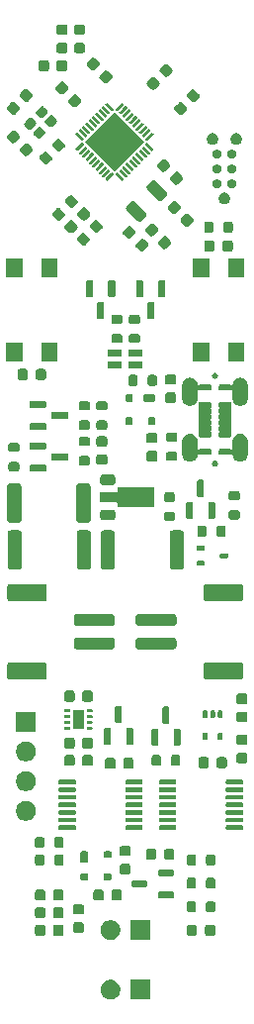
<source format=gts>
%TF.GenerationSoftware,KiCad,Pcbnew,9.0.3-9.0.3-0~ubuntu24.04.1*%
%TF.CreationDate,2025-08-01T15:49:41+02:00*%
%TF.ProjectId,PHF000 - Node,50484630-3030-4202-9d20-4e6f64652e6b,rev?*%
%TF.SameCoordinates,Original*%
%TF.FileFunction,Soldermask,Top*%
%TF.FilePolarity,Negative*%
%FSLAX46Y46*%
G04 Gerber Fmt 4.6, Leading zero omitted, Abs format (unit mm)*
G04 Created by KiCad (PCBNEW 9.0.3-9.0.3-0~ubuntu24.04.1) date 2025-08-01 15:49:41*
%MOMM*%
%LPD*%
G01*
G04 APERTURE LIST*
G04 APERTURE END LIST*
G36*
X102125000Y-123449000D02*
G01*
X100425000Y-123449000D01*
X100425000Y-121749000D01*
X102125000Y-121749000D01*
X102125000Y-123449000D01*
G37*
G36*
X98981742Y-121785601D02*
G01*
X99135687Y-121849367D01*
X99274234Y-121941941D01*
X99392059Y-122059766D01*
X99484633Y-122198313D01*
X99548399Y-122352258D01*
X99580907Y-122515685D01*
X99580907Y-122682315D01*
X99548399Y-122845742D01*
X99484633Y-122999687D01*
X99392059Y-123138234D01*
X99274234Y-123256059D01*
X99135687Y-123348633D01*
X98981742Y-123412399D01*
X98818315Y-123444907D01*
X98651685Y-123444907D01*
X98488258Y-123412399D01*
X98334313Y-123348633D01*
X98195766Y-123256059D01*
X98077941Y-123138234D01*
X97985367Y-122999687D01*
X97921601Y-122845742D01*
X97889093Y-122682315D01*
X97889093Y-122515685D01*
X97921601Y-122352258D01*
X97985367Y-122198313D01*
X98077941Y-122059766D01*
X98195766Y-121941941D01*
X98334313Y-121849367D01*
X98488258Y-121785601D01*
X98651685Y-121753093D01*
X98818315Y-121753093D01*
X98981742Y-121785601D01*
G37*
G36*
X102125000Y-118350000D02*
G01*
X100425000Y-118350000D01*
X100425000Y-116650000D01*
X102125000Y-116650000D01*
X102125000Y-118350000D01*
G37*
G36*
X98981742Y-116686601D02*
G01*
X99135687Y-116750367D01*
X99274234Y-116842941D01*
X99392059Y-116960766D01*
X99484633Y-117099313D01*
X99548399Y-117253258D01*
X99580907Y-117416685D01*
X99580907Y-117583315D01*
X99548399Y-117746742D01*
X99484633Y-117900687D01*
X99392059Y-118039234D01*
X99274234Y-118157059D01*
X99135687Y-118249633D01*
X98981742Y-118313399D01*
X98818315Y-118345907D01*
X98651685Y-118345907D01*
X98488258Y-118313399D01*
X98334313Y-118249633D01*
X98195766Y-118157059D01*
X98077941Y-118039234D01*
X97985367Y-117900687D01*
X97921601Y-117746742D01*
X97889093Y-117583315D01*
X97889093Y-117416685D01*
X97921601Y-117253258D01*
X97985367Y-117099313D01*
X98077941Y-116960766D01*
X98195766Y-116842941D01*
X98334313Y-116750367D01*
X98488258Y-116686601D01*
X98651685Y-116654093D01*
X98818315Y-116654093D01*
X98981742Y-116686601D01*
G37*
G36*
X93036104Y-117042127D02*
G01*
X93109099Y-117090901D01*
X93157873Y-117163896D01*
X93175000Y-117250000D01*
X93175000Y-117750000D01*
X93157873Y-117836104D01*
X93109099Y-117909099D01*
X93036104Y-117957873D01*
X92950000Y-117975000D01*
X92500000Y-117975000D01*
X92413896Y-117957873D01*
X92340901Y-117909099D01*
X92292127Y-117836104D01*
X92275000Y-117750000D01*
X92275000Y-117250000D01*
X92292127Y-117163896D01*
X92340901Y-117090901D01*
X92413896Y-117042127D01*
X92500000Y-117025000D01*
X92950000Y-117025000D01*
X93036104Y-117042127D01*
G37*
G36*
X94586104Y-117042127D02*
G01*
X94659099Y-117090901D01*
X94707873Y-117163896D01*
X94725000Y-117250000D01*
X94725000Y-117750000D01*
X94707873Y-117836104D01*
X94659099Y-117909099D01*
X94586104Y-117957873D01*
X94500000Y-117975000D01*
X94050000Y-117975000D01*
X93963896Y-117957873D01*
X93890901Y-117909099D01*
X93842127Y-117836104D01*
X93825000Y-117750000D01*
X93825000Y-117250000D01*
X93842127Y-117163896D01*
X93890901Y-117090901D01*
X93963896Y-117042127D01*
X94050000Y-117025000D01*
X94500000Y-117025000D01*
X94586104Y-117042127D01*
G37*
G36*
X106014962Y-117041651D02*
G01*
X106085930Y-117089070D01*
X106133349Y-117160038D01*
X106150000Y-117243750D01*
X106150000Y-117756250D01*
X106133349Y-117839962D01*
X106085930Y-117910930D01*
X106014962Y-117958349D01*
X105931250Y-117975000D01*
X105493750Y-117975000D01*
X105410038Y-117958349D01*
X105339070Y-117910930D01*
X105291651Y-117839962D01*
X105275000Y-117756250D01*
X105275000Y-117243750D01*
X105291651Y-117160038D01*
X105339070Y-117089070D01*
X105410038Y-117041651D01*
X105493750Y-117025000D01*
X105931250Y-117025000D01*
X106014962Y-117041651D01*
G37*
G36*
X107589962Y-117041651D02*
G01*
X107660930Y-117089070D01*
X107708349Y-117160038D01*
X107725000Y-117243750D01*
X107725000Y-117756250D01*
X107708349Y-117839962D01*
X107660930Y-117910930D01*
X107589962Y-117958349D01*
X107506250Y-117975000D01*
X107068750Y-117975000D01*
X106985038Y-117958349D01*
X106914070Y-117910930D01*
X106866651Y-117839962D01*
X106850000Y-117756250D01*
X106850000Y-117243750D01*
X106866651Y-117160038D01*
X106914070Y-117089070D01*
X106985038Y-117041651D01*
X107068750Y-117025000D01*
X107506250Y-117025000D01*
X107589962Y-117041651D01*
G37*
G36*
X96336104Y-116842127D02*
G01*
X96409099Y-116890901D01*
X96457873Y-116963896D01*
X96475000Y-117050000D01*
X96475000Y-117500000D01*
X96457873Y-117586104D01*
X96409099Y-117659099D01*
X96336104Y-117707873D01*
X96250000Y-117725000D01*
X95750000Y-117725000D01*
X95663896Y-117707873D01*
X95590901Y-117659099D01*
X95542127Y-117586104D01*
X95525000Y-117500000D01*
X95525000Y-117050000D01*
X95542127Y-116963896D01*
X95590901Y-116890901D01*
X95663896Y-116842127D01*
X95750000Y-116825000D01*
X96250000Y-116825000D01*
X96336104Y-116842127D01*
G37*
G36*
X93036104Y-115542127D02*
G01*
X93109099Y-115590901D01*
X93157873Y-115663896D01*
X93175000Y-115750000D01*
X93175000Y-116250000D01*
X93157873Y-116336104D01*
X93109099Y-116409099D01*
X93036104Y-116457873D01*
X92950000Y-116475000D01*
X92500000Y-116475000D01*
X92413896Y-116457873D01*
X92340901Y-116409099D01*
X92292127Y-116336104D01*
X92275000Y-116250000D01*
X92275000Y-115750000D01*
X92292127Y-115663896D01*
X92340901Y-115590901D01*
X92413896Y-115542127D01*
X92500000Y-115525000D01*
X92950000Y-115525000D01*
X93036104Y-115542127D01*
G37*
G36*
X94586104Y-115542127D02*
G01*
X94659099Y-115590901D01*
X94707873Y-115663896D01*
X94725000Y-115750000D01*
X94725000Y-116250000D01*
X94707873Y-116336104D01*
X94659099Y-116409099D01*
X94586104Y-116457873D01*
X94500000Y-116475000D01*
X94050000Y-116475000D01*
X93963896Y-116457873D01*
X93890901Y-116409099D01*
X93842127Y-116336104D01*
X93825000Y-116250000D01*
X93825000Y-115750000D01*
X93842127Y-115663896D01*
X93890901Y-115590901D01*
X93963896Y-115542127D01*
X94050000Y-115525000D01*
X94500000Y-115525000D01*
X94586104Y-115542127D01*
G37*
G36*
X96336104Y-115292127D02*
G01*
X96409099Y-115340901D01*
X96457873Y-115413896D01*
X96475000Y-115500000D01*
X96475000Y-115950000D01*
X96457873Y-116036104D01*
X96409099Y-116109099D01*
X96336104Y-116157873D01*
X96250000Y-116175000D01*
X95750000Y-116175000D01*
X95663896Y-116157873D01*
X95590901Y-116109099D01*
X95542127Y-116036104D01*
X95525000Y-115950000D01*
X95525000Y-115500000D01*
X95542127Y-115413896D01*
X95590901Y-115340901D01*
X95663896Y-115292127D01*
X95750000Y-115275000D01*
X96250000Y-115275000D01*
X96336104Y-115292127D01*
G37*
G36*
X105951537Y-115040224D02*
G01*
X106016421Y-115083579D01*
X106059776Y-115148463D01*
X106075000Y-115225000D01*
X106075000Y-115775000D01*
X106059776Y-115851537D01*
X106016421Y-115916421D01*
X105951537Y-115959776D01*
X105875000Y-115975000D01*
X105475000Y-115975000D01*
X105398463Y-115959776D01*
X105333579Y-115916421D01*
X105290224Y-115851537D01*
X105275000Y-115775000D01*
X105275000Y-115225000D01*
X105290224Y-115148463D01*
X105333579Y-115083579D01*
X105398463Y-115040224D01*
X105475000Y-115025000D01*
X105875000Y-115025000D01*
X105951537Y-115040224D01*
G37*
G36*
X107601537Y-115040224D02*
G01*
X107666421Y-115083579D01*
X107709776Y-115148463D01*
X107725000Y-115225000D01*
X107725000Y-115775000D01*
X107709776Y-115851537D01*
X107666421Y-115916421D01*
X107601537Y-115959776D01*
X107525000Y-115975000D01*
X107125000Y-115975000D01*
X107048463Y-115959776D01*
X106983579Y-115916421D01*
X106940224Y-115851537D01*
X106925000Y-115775000D01*
X106925000Y-115225000D01*
X106940224Y-115148463D01*
X106983579Y-115083579D01*
X107048463Y-115040224D01*
X107125000Y-115025000D01*
X107525000Y-115025000D01*
X107601537Y-115040224D01*
G37*
G36*
X93036104Y-114042127D02*
G01*
X93109099Y-114090901D01*
X93157873Y-114163896D01*
X93175000Y-114250000D01*
X93175000Y-114750000D01*
X93157873Y-114836104D01*
X93109099Y-114909099D01*
X93036104Y-114957873D01*
X92950000Y-114975000D01*
X92500000Y-114975000D01*
X92413896Y-114957873D01*
X92340901Y-114909099D01*
X92292127Y-114836104D01*
X92275000Y-114750000D01*
X92275000Y-114250000D01*
X92292127Y-114163896D01*
X92340901Y-114090901D01*
X92413896Y-114042127D01*
X92500000Y-114025000D01*
X92950000Y-114025000D01*
X93036104Y-114042127D01*
G37*
G36*
X94586104Y-114042127D02*
G01*
X94659099Y-114090901D01*
X94707873Y-114163896D01*
X94725000Y-114250000D01*
X94725000Y-114750000D01*
X94707873Y-114836104D01*
X94659099Y-114909099D01*
X94586104Y-114957873D01*
X94500000Y-114975000D01*
X94050000Y-114975000D01*
X93963896Y-114957873D01*
X93890901Y-114909099D01*
X93842127Y-114836104D01*
X93825000Y-114750000D01*
X93825000Y-114250000D01*
X93842127Y-114163896D01*
X93890901Y-114090901D01*
X93963896Y-114042127D01*
X94050000Y-114025000D01*
X94500000Y-114025000D01*
X94586104Y-114042127D01*
G37*
G36*
X98036104Y-114042127D02*
G01*
X98109099Y-114090901D01*
X98157873Y-114163896D01*
X98175000Y-114250000D01*
X98175000Y-114750000D01*
X98157873Y-114836104D01*
X98109099Y-114909099D01*
X98036104Y-114957873D01*
X97950000Y-114975000D01*
X97500000Y-114975000D01*
X97413896Y-114957873D01*
X97340901Y-114909099D01*
X97292127Y-114836104D01*
X97275000Y-114750000D01*
X97275000Y-114250000D01*
X97292127Y-114163896D01*
X97340901Y-114090901D01*
X97413896Y-114042127D01*
X97500000Y-114025000D01*
X97950000Y-114025000D01*
X98036104Y-114042127D01*
G37*
G36*
X99586104Y-114042127D02*
G01*
X99659099Y-114090901D01*
X99707873Y-114163896D01*
X99725000Y-114250000D01*
X99725000Y-114750000D01*
X99707873Y-114836104D01*
X99659099Y-114909099D01*
X99586104Y-114957873D01*
X99500000Y-114975000D01*
X99050000Y-114975000D01*
X98963896Y-114957873D01*
X98890901Y-114909099D01*
X98842127Y-114836104D01*
X98825000Y-114750000D01*
X98825000Y-114250000D01*
X98842127Y-114163896D01*
X98890901Y-114090901D01*
X98963896Y-114042127D01*
X99050000Y-114025000D01*
X99500000Y-114025000D01*
X99586104Y-114042127D01*
G37*
G36*
X104069903Y-114211418D02*
G01*
X104118566Y-114243934D01*
X104151082Y-114292597D01*
X104162500Y-114350000D01*
X104162500Y-114650000D01*
X104151082Y-114707403D01*
X104118566Y-114756066D01*
X104069903Y-114788582D01*
X104012500Y-114800000D01*
X102987500Y-114800000D01*
X102930097Y-114788582D01*
X102881434Y-114756066D01*
X102848918Y-114707403D01*
X102837500Y-114650000D01*
X102837500Y-114350000D01*
X102848918Y-114292597D01*
X102881434Y-114243934D01*
X102930097Y-114211418D01*
X102987500Y-114200000D01*
X104012500Y-114200000D01*
X104069903Y-114211418D01*
G37*
G36*
X105951537Y-113040224D02*
G01*
X106016421Y-113083579D01*
X106059776Y-113148463D01*
X106075000Y-113225000D01*
X106075000Y-113775000D01*
X106059776Y-113851537D01*
X106016421Y-113916421D01*
X105951537Y-113959776D01*
X105875000Y-113975000D01*
X105475000Y-113975000D01*
X105398463Y-113959776D01*
X105333579Y-113916421D01*
X105290224Y-113851537D01*
X105275000Y-113775000D01*
X105275000Y-113225000D01*
X105290224Y-113148463D01*
X105333579Y-113083579D01*
X105398463Y-113040224D01*
X105475000Y-113025000D01*
X105875000Y-113025000D01*
X105951537Y-113040224D01*
G37*
G36*
X107601537Y-113040224D02*
G01*
X107666421Y-113083579D01*
X107709776Y-113148463D01*
X107725000Y-113225000D01*
X107725000Y-113775000D01*
X107709776Y-113851537D01*
X107666421Y-113916421D01*
X107601537Y-113959776D01*
X107525000Y-113975000D01*
X107125000Y-113975000D01*
X107048463Y-113959776D01*
X106983579Y-113916421D01*
X106940224Y-113851537D01*
X106925000Y-113775000D01*
X106925000Y-113225000D01*
X106940224Y-113148463D01*
X106983579Y-113083579D01*
X107048463Y-113040224D01*
X107125000Y-113025000D01*
X107525000Y-113025000D01*
X107601537Y-113040224D01*
G37*
G36*
X101794903Y-113261418D02*
G01*
X101843566Y-113293934D01*
X101876082Y-113342597D01*
X101887500Y-113400000D01*
X101887500Y-113700000D01*
X101876082Y-113757403D01*
X101843566Y-113806066D01*
X101794903Y-113838582D01*
X101737500Y-113850000D01*
X100712500Y-113850000D01*
X100655097Y-113838582D01*
X100606434Y-113806066D01*
X100573918Y-113757403D01*
X100562500Y-113700000D01*
X100562500Y-113400000D01*
X100573918Y-113342597D01*
X100606434Y-113293934D01*
X100655097Y-113261418D01*
X100712500Y-113250000D01*
X101737500Y-113250000D01*
X101794903Y-113261418D01*
G37*
G36*
X96757403Y-112661418D02*
G01*
X96806066Y-112693934D01*
X96838582Y-112742597D01*
X96850000Y-112800000D01*
X96850000Y-113100000D01*
X96838582Y-113157403D01*
X96806066Y-113206066D01*
X96757403Y-113238582D01*
X96700000Y-113250000D01*
X96300000Y-113250000D01*
X96242597Y-113238582D01*
X96193934Y-113206066D01*
X96161418Y-113157403D01*
X96150000Y-113100000D01*
X96150000Y-112800000D01*
X96161418Y-112742597D01*
X96193934Y-112693934D01*
X96242597Y-112661418D01*
X96300000Y-112650000D01*
X96700000Y-112650000D01*
X96757403Y-112661418D01*
G37*
G36*
X98757403Y-112661418D02*
G01*
X98806066Y-112693934D01*
X98838582Y-112742597D01*
X98850000Y-112800000D01*
X98850000Y-113100000D01*
X98838582Y-113157403D01*
X98806066Y-113206066D01*
X98757403Y-113238582D01*
X98700000Y-113250000D01*
X98300000Y-113250000D01*
X98242597Y-113238582D01*
X98193934Y-113206066D01*
X98161418Y-113157403D01*
X98150000Y-113100000D01*
X98150000Y-112800000D01*
X98161418Y-112742597D01*
X98193934Y-112693934D01*
X98242597Y-112661418D01*
X98300000Y-112650000D01*
X98700000Y-112650000D01*
X98757403Y-112661418D01*
G37*
G36*
X104069903Y-112311418D02*
G01*
X104118566Y-112343934D01*
X104151082Y-112392597D01*
X104162500Y-112450000D01*
X104162500Y-112750000D01*
X104151082Y-112807403D01*
X104118566Y-112856066D01*
X104069903Y-112888582D01*
X104012500Y-112900000D01*
X102987500Y-112900000D01*
X102930097Y-112888582D01*
X102881434Y-112856066D01*
X102848918Y-112807403D01*
X102837500Y-112750000D01*
X102837500Y-112450000D01*
X102848918Y-112392597D01*
X102881434Y-112343934D01*
X102930097Y-112311418D01*
X102987500Y-112300000D01*
X104012500Y-112300000D01*
X104069903Y-112311418D01*
G37*
G36*
X100336104Y-111842127D02*
G01*
X100409099Y-111890901D01*
X100457873Y-111963896D01*
X100475000Y-112050000D01*
X100475000Y-112500000D01*
X100457873Y-112586104D01*
X100409099Y-112659099D01*
X100336104Y-112707873D01*
X100250000Y-112725000D01*
X99750000Y-112725000D01*
X99663896Y-112707873D01*
X99590901Y-112659099D01*
X99542127Y-112586104D01*
X99525000Y-112500000D01*
X99525000Y-112050000D01*
X99542127Y-111963896D01*
X99590901Y-111890901D01*
X99663896Y-111842127D01*
X99750000Y-111825000D01*
X100250000Y-111825000D01*
X100336104Y-111842127D01*
G37*
G36*
X92951537Y-111040224D02*
G01*
X93016421Y-111083579D01*
X93059776Y-111148463D01*
X93075000Y-111225000D01*
X93075000Y-111775000D01*
X93059776Y-111851537D01*
X93016421Y-111916421D01*
X92951537Y-111959776D01*
X92875000Y-111975000D01*
X92475000Y-111975000D01*
X92398463Y-111959776D01*
X92333579Y-111916421D01*
X92290224Y-111851537D01*
X92275000Y-111775000D01*
X92275000Y-111225000D01*
X92290224Y-111148463D01*
X92333579Y-111083579D01*
X92398463Y-111040224D01*
X92475000Y-111025000D01*
X92875000Y-111025000D01*
X92951537Y-111040224D01*
G37*
G36*
X94601537Y-111040224D02*
G01*
X94666421Y-111083579D01*
X94709776Y-111148463D01*
X94725000Y-111225000D01*
X94725000Y-111775000D01*
X94709776Y-111851537D01*
X94666421Y-111916421D01*
X94601537Y-111959776D01*
X94525000Y-111975000D01*
X94125000Y-111975000D01*
X94048463Y-111959776D01*
X93983579Y-111916421D01*
X93940224Y-111851537D01*
X93925000Y-111775000D01*
X93925000Y-111225000D01*
X93940224Y-111148463D01*
X93983579Y-111083579D01*
X94048463Y-111040224D01*
X94125000Y-111025000D01*
X94525000Y-111025000D01*
X94601537Y-111040224D01*
G37*
G36*
X105951537Y-111040224D02*
G01*
X106016421Y-111083579D01*
X106059776Y-111148463D01*
X106075000Y-111225000D01*
X106075000Y-111775000D01*
X106059776Y-111851537D01*
X106016421Y-111916421D01*
X105951537Y-111959776D01*
X105875000Y-111975000D01*
X105475000Y-111975000D01*
X105398463Y-111959776D01*
X105333579Y-111916421D01*
X105290224Y-111851537D01*
X105275000Y-111775000D01*
X105275000Y-111225000D01*
X105290224Y-111148463D01*
X105333579Y-111083579D01*
X105398463Y-111040224D01*
X105475000Y-111025000D01*
X105875000Y-111025000D01*
X105951537Y-111040224D01*
G37*
G36*
X107601537Y-111040224D02*
G01*
X107666421Y-111083579D01*
X107709776Y-111148463D01*
X107725000Y-111225000D01*
X107725000Y-111775000D01*
X107709776Y-111851537D01*
X107666421Y-111916421D01*
X107601537Y-111959776D01*
X107525000Y-111975000D01*
X107125000Y-111975000D01*
X107048463Y-111959776D01*
X106983579Y-111916421D01*
X106940224Y-111851537D01*
X106925000Y-111775000D01*
X106925000Y-111225000D01*
X106940224Y-111148463D01*
X106983579Y-111083579D01*
X107048463Y-111040224D01*
X107125000Y-111025000D01*
X107525000Y-111025000D01*
X107601537Y-111040224D01*
G37*
G36*
X96741970Y-110763321D02*
G01*
X96798744Y-110801256D01*
X96836679Y-110858030D01*
X96850000Y-110925000D01*
X96850000Y-111575000D01*
X96836679Y-111641970D01*
X96798744Y-111698744D01*
X96741970Y-111736679D01*
X96675000Y-111750000D01*
X96325000Y-111750000D01*
X96258030Y-111736679D01*
X96201256Y-111698744D01*
X96163321Y-111641970D01*
X96150000Y-111575000D01*
X96150000Y-110925000D01*
X96163321Y-110858030D01*
X96201256Y-110801256D01*
X96258030Y-110763321D01*
X96325000Y-110750000D01*
X96675000Y-110750000D01*
X96741970Y-110763321D01*
G37*
G36*
X102536104Y-110542127D02*
G01*
X102609099Y-110590901D01*
X102657873Y-110663896D01*
X102675000Y-110750000D01*
X102675000Y-111250000D01*
X102657873Y-111336104D01*
X102609099Y-111409099D01*
X102536104Y-111457873D01*
X102450000Y-111475000D01*
X102000000Y-111475000D01*
X101913896Y-111457873D01*
X101840901Y-111409099D01*
X101792127Y-111336104D01*
X101775000Y-111250000D01*
X101775000Y-110750000D01*
X101792127Y-110663896D01*
X101840901Y-110590901D01*
X101913896Y-110542127D01*
X102000000Y-110525000D01*
X102450000Y-110525000D01*
X102536104Y-110542127D01*
G37*
G36*
X104086104Y-110542127D02*
G01*
X104159099Y-110590901D01*
X104207873Y-110663896D01*
X104225000Y-110750000D01*
X104225000Y-111250000D01*
X104207873Y-111336104D01*
X104159099Y-111409099D01*
X104086104Y-111457873D01*
X104000000Y-111475000D01*
X103550000Y-111475000D01*
X103463896Y-111457873D01*
X103390901Y-111409099D01*
X103342127Y-111336104D01*
X103325000Y-111250000D01*
X103325000Y-110750000D01*
X103342127Y-110663896D01*
X103390901Y-110590901D01*
X103463896Y-110542127D01*
X103550000Y-110525000D01*
X104000000Y-110525000D01*
X104086104Y-110542127D01*
G37*
G36*
X98757403Y-110761418D02*
G01*
X98806066Y-110793934D01*
X98838582Y-110842597D01*
X98850000Y-110900000D01*
X98850000Y-111200000D01*
X98838582Y-111257403D01*
X98806066Y-111306066D01*
X98757403Y-111338582D01*
X98700000Y-111350000D01*
X98300000Y-111350000D01*
X98242597Y-111338582D01*
X98193934Y-111306066D01*
X98161418Y-111257403D01*
X98150000Y-111200000D01*
X98150000Y-110900000D01*
X98161418Y-110842597D01*
X98193934Y-110793934D01*
X98242597Y-110761418D01*
X98300000Y-110750000D01*
X98700000Y-110750000D01*
X98757403Y-110761418D01*
G37*
G36*
X100336104Y-110292127D02*
G01*
X100409099Y-110340901D01*
X100457873Y-110413896D01*
X100475000Y-110500000D01*
X100475000Y-110950000D01*
X100457873Y-111036104D01*
X100409099Y-111109099D01*
X100336104Y-111157873D01*
X100250000Y-111175000D01*
X99750000Y-111175000D01*
X99663896Y-111157873D01*
X99590901Y-111109099D01*
X99542127Y-111036104D01*
X99525000Y-110950000D01*
X99525000Y-110500000D01*
X99542127Y-110413896D01*
X99590901Y-110340901D01*
X99663896Y-110292127D01*
X99750000Y-110275000D01*
X100250000Y-110275000D01*
X100336104Y-110292127D01*
G37*
G36*
X92951537Y-109540224D02*
G01*
X93016421Y-109583579D01*
X93059776Y-109648463D01*
X93075000Y-109725000D01*
X93075000Y-110275000D01*
X93059776Y-110351537D01*
X93016421Y-110416421D01*
X92951537Y-110459776D01*
X92875000Y-110475000D01*
X92475000Y-110475000D01*
X92398463Y-110459776D01*
X92333579Y-110416421D01*
X92290224Y-110351537D01*
X92275000Y-110275000D01*
X92275000Y-109725000D01*
X92290224Y-109648463D01*
X92333579Y-109583579D01*
X92398463Y-109540224D01*
X92475000Y-109525000D01*
X92875000Y-109525000D01*
X92951537Y-109540224D01*
G37*
G36*
X94601537Y-109540224D02*
G01*
X94666421Y-109583579D01*
X94709776Y-109648463D01*
X94725000Y-109725000D01*
X94725000Y-110275000D01*
X94709776Y-110351537D01*
X94666421Y-110416421D01*
X94601537Y-110459776D01*
X94525000Y-110475000D01*
X94125000Y-110475000D01*
X94048463Y-110459776D01*
X93983579Y-110416421D01*
X93940224Y-110351537D01*
X93925000Y-110275000D01*
X93925000Y-109725000D01*
X93940224Y-109648463D01*
X93983579Y-109583579D01*
X94048463Y-109540224D01*
X94125000Y-109525000D01*
X94525000Y-109525000D01*
X94601537Y-109540224D01*
G37*
G36*
X95713268Y-108557612D02*
G01*
X95745711Y-108579289D01*
X95767388Y-108611732D01*
X95775000Y-108650000D01*
X95775000Y-108850000D01*
X95767388Y-108888268D01*
X95745711Y-108920711D01*
X95713268Y-108942388D01*
X95675000Y-108950000D01*
X94400000Y-108950000D01*
X94361732Y-108942388D01*
X94329289Y-108920711D01*
X94307612Y-108888268D01*
X94300000Y-108850000D01*
X94300000Y-108650000D01*
X94307612Y-108611732D01*
X94329289Y-108579289D01*
X94361732Y-108557612D01*
X94400000Y-108550000D01*
X95675000Y-108550000D01*
X95713268Y-108557612D01*
G37*
G36*
X101438268Y-108557612D02*
G01*
X101470711Y-108579289D01*
X101492388Y-108611732D01*
X101500000Y-108650000D01*
X101500000Y-108850000D01*
X101492388Y-108888268D01*
X101470711Y-108920711D01*
X101438268Y-108942388D01*
X101400000Y-108950000D01*
X100125000Y-108950000D01*
X100086732Y-108942388D01*
X100054289Y-108920711D01*
X100032612Y-108888268D01*
X100025000Y-108850000D01*
X100025000Y-108650000D01*
X100032612Y-108611732D01*
X100054289Y-108579289D01*
X100086732Y-108557612D01*
X100125000Y-108550000D01*
X101400000Y-108550000D01*
X101438268Y-108557612D01*
G37*
G36*
X104313268Y-108557612D02*
G01*
X104345711Y-108579289D01*
X104367388Y-108611732D01*
X104375000Y-108650000D01*
X104375000Y-108850000D01*
X104367388Y-108888268D01*
X104345711Y-108920711D01*
X104313268Y-108942388D01*
X104275000Y-108950000D01*
X103000000Y-108950000D01*
X102961732Y-108942388D01*
X102929289Y-108920711D01*
X102907612Y-108888268D01*
X102900000Y-108850000D01*
X102900000Y-108650000D01*
X102907612Y-108611732D01*
X102929289Y-108579289D01*
X102961732Y-108557612D01*
X103000000Y-108550000D01*
X104275000Y-108550000D01*
X104313268Y-108557612D01*
G37*
G36*
X110038268Y-108557612D02*
G01*
X110070711Y-108579289D01*
X110092388Y-108611732D01*
X110100000Y-108650000D01*
X110100000Y-108850000D01*
X110092388Y-108888268D01*
X110070711Y-108920711D01*
X110038268Y-108942388D01*
X110000000Y-108950000D01*
X108725000Y-108950000D01*
X108686732Y-108942388D01*
X108654289Y-108920711D01*
X108632612Y-108888268D01*
X108625000Y-108850000D01*
X108625000Y-108650000D01*
X108632612Y-108611732D01*
X108654289Y-108579289D01*
X108686732Y-108557612D01*
X108725000Y-108550000D01*
X110000000Y-108550000D01*
X110038268Y-108557612D01*
G37*
G36*
X95713268Y-107907612D02*
G01*
X95745711Y-107929289D01*
X95767388Y-107961732D01*
X95775000Y-108000000D01*
X95775000Y-108200000D01*
X95767388Y-108238268D01*
X95745711Y-108270711D01*
X95713268Y-108292388D01*
X95675000Y-108300000D01*
X94400000Y-108300000D01*
X94361732Y-108292388D01*
X94329289Y-108270711D01*
X94307612Y-108238268D01*
X94300000Y-108200000D01*
X94300000Y-108000000D01*
X94307612Y-107961732D01*
X94329289Y-107929289D01*
X94361732Y-107907612D01*
X94400000Y-107900000D01*
X95675000Y-107900000D01*
X95713268Y-107907612D01*
G37*
G36*
X101438268Y-107907612D02*
G01*
X101470711Y-107929289D01*
X101492388Y-107961732D01*
X101500000Y-108000000D01*
X101500000Y-108200000D01*
X101492388Y-108238268D01*
X101470711Y-108270711D01*
X101438268Y-108292388D01*
X101400000Y-108300000D01*
X100125000Y-108300000D01*
X100086732Y-108292388D01*
X100054289Y-108270711D01*
X100032612Y-108238268D01*
X100025000Y-108200000D01*
X100025000Y-108000000D01*
X100032612Y-107961732D01*
X100054289Y-107929289D01*
X100086732Y-107907612D01*
X100125000Y-107900000D01*
X101400000Y-107900000D01*
X101438268Y-107907612D01*
G37*
G36*
X104313268Y-107907612D02*
G01*
X104345711Y-107929289D01*
X104367388Y-107961732D01*
X104375000Y-108000000D01*
X104375000Y-108200000D01*
X104367388Y-108238268D01*
X104345711Y-108270711D01*
X104313268Y-108292388D01*
X104275000Y-108300000D01*
X103000000Y-108300000D01*
X102961732Y-108292388D01*
X102929289Y-108270711D01*
X102907612Y-108238268D01*
X102900000Y-108200000D01*
X102900000Y-108000000D01*
X102907612Y-107961732D01*
X102929289Y-107929289D01*
X102961732Y-107907612D01*
X103000000Y-107900000D01*
X104275000Y-107900000D01*
X104313268Y-107907612D01*
G37*
G36*
X110038268Y-107907612D02*
G01*
X110070711Y-107929289D01*
X110092388Y-107961732D01*
X110100000Y-108000000D01*
X110100000Y-108200000D01*
X110092388Y-108238268D01*
X110070711Y-108270711D01*
X110038268Y-108292388D01*
X110000000Y-108300000D01*
X108725000Y-108300000D01*
X108686732Y-108292388D01*
X108654289Y-108270711D01*
X108632612Y-108238268D01*
X108625000Y-108200000D01*
X108625000Y-108000000D01*
X108632612Y-107961732D01*
X108654289Y-107929289D01*
X108686732Y-107907612D01*
X108725000Y-107900000D01*
X110000000Y-107900000D01*
X110038268Y-107907612D01*
G37*
G36*
X91746742Y-106496601D02*
G01*
X91900687Y-106560367D01*
X92039234Y-106652941D01*
X92157059Y-106770766D01*
X92249633Y-106909313D01*
X92313399Y-107063258D01*
X92345907Y-107226685D01*
X92345907Y-107393315D01*
X92313399Y-107556742D01*
X92249633Y-107710687D01*
X92157059Y-107849234D01*
X92039234Y-107967059D01*
X91900687Y-108059633D01*
X91746742Y-108123399D01*
X91583315Y-108155907D01*
X91416685Y-108155907D01*
X91253258Y-108123399D01*
X91099313Y-108059633D01*
X90960766Y-107967059D01*
X90842941Y-107849234D01*
X90750367Y-107710687D01*
X90686601Y-107556742D01*
X90654093Y-107393315D01*
X90654093Y-107226685D01*
X90686601Y-107063258D01*
X90750367Y-106909313D01*
X90842941Y-106770766D01*
X90960766Y-106652941D01*
X91099313Y-106560367D01*
X91253258Y-106496601D01*
X91416685Y-106464093D01*
X91583315Y-106464093D01*
X91746742Y-106496601D01*
G37*
G36*
X95713268Y-107257612D02*
G01*
X95745711Y-107279289D01*
X95767388Y-107311732D01*
X95775000Y-107350000D01*
X95775000Y-107550000D01*
X95767388Y-107588268D01*
X95745711Y-107620711D01*
X95713268Y-107642388D01*
X95675000Y-107650000D01*
X94400000Y-107650000D01*
X94361732Y-107642388D01*
X94329289Y-107620711D01*
X94307612Y-107588268D01*
X94300000Y-107550000D01*
X94300000Y-107350000D01*
X94307612Y-107311732D01*
X94329289Y-107279289D01*
X94361732Y-107257612D01*
X94400000Y-107250000D01*
X95675000Y-107250000D01*
X95713268Y-107257612D01*
G37*
G36*
X101438268Y-107257612D02*
G01*
X101470711Y-107279289D01*
X101492388Y-107311732D01*
X101500000Y-107350000D01*
X101500000Y-107550000D01*
X101492388Y-107588268D01*
X101470711Y-107620711D01*
X101438268Y-107642388D01*
X101400000Y-107650000D01*
X100125000Y-107650000D01*
X100086732Y-107642388D01*
X100054289Y-107620711D01*
X100032612Y-107588268D01*
X100025000Y-107550000D01*
X100025000Y-107350000D01*
X100032612Y-107311732D01*
X100054289Y-107279289D01*
X100086732Y-107257612D01*
X100125000Y-107250000D01*
X101400000Y-107250000D01*
X101438268Y-107257612D01*
G37*
G36*
X104313268Y-107257612D02*
G01*
X104345711Y-107279289D01*
X104367388Y-107311732D01*
X104375000Y-107350000D01*
X104375000Y-107550000D01*
X104367388Y-107588268D01*
X104345711Y-107620711D01*
X104313268Y-107642388D01*
X104275000Y-107650000D01*
X103000000Y-107650000D01*
X102961732Y-107642388D01*
X102929289Y-107620711D01*
X102907612Y-107588268D01*
X102900000Y-107550000D01*
X102900000Y-107350000D01*
X102907612Y-107311732D01*
X102929289Y-107279289D01*
X102961732Y-107257612D01*
X103000000Y-107250000D01*
X104275000Y-107250000D01*
X104313268Y-107257612D01*
G37*
G36*
X110038268Y-107257612D02*
G01*
X110070711Y-107279289D01*
X110092388Y-107311732D01*
X110100000Y-107350000D01*
X110100000Y-107550000D01*
X110092388Y-107588268D01*
X110070711Y-107620711D01*
X110038268Y-107642388D01*
X110000000Y-107650000D01*
X108725000Y-107650000D01*
X108686732Y-107642388D01*
X108654289Y-107620711D01*
X108632612Y-107588268D01*
X108625000Y-107550000D01*
X108625000Y-107350000D01*
X108632612Y-107311732D01*
X108654289Y-107279289D01*
X108686732Y-107257612D01*
X108725000Y-107250000D01*
X110000000Y-107250000D01*
X110038268Y-107257612D01*
G37*
G36*
X95713268Y-106607612D02*
G01*
X95745711Y-106629289D01*
X95767388Y-106661732D01*
X95775000Y-106700000D01*
X95775000Y-106900000D01*
X95767388Y-106938268D01*
X95745711Y-106970711D01*
X95713268Y-106992388D01*
X95675000Y-107000000D01*
X94400000Y-107000000D01*
X94361732Y-106992388D01*
X94329289Y-106970711D01*
X94307612Y-106938268D01*
X94300000Y-106900000D01*
X94300000Y-106700000D01*
X94307612Y-106661732D01*
X94329289Y-106629289D01*
X94361732Y-106607612D01*
X94400000Y-106600000D01*
X95675000Y-106600000D01*
X95713268Y-106607612D01*
G37*
G36*
X101438268Y-106607612D02*
G01*
X101470711Y-106629289D01*
X101492388Y-106661732D01*
X101500000Y-106700000D01*
X101500000Y-106900000D01*
X101492388Y-106938268D01*
X101470711Y-106970711D01*
X101438268Y-106992388D01*
X101400000Y-107000000D01*
X100125000Y-107000000D01*
X100086732Y-106992388D01*
X100054289Y-106970711D01*
X100032612Y-106938268D01*
X100025000Y-106900000D01*
X100025000Y-106700000D01*
X100032612Y-106661732D01*
X100054289Y-106629289D01*
X100086732Y-106607612D01*
X100125000Y-106600000D01*
X101400000Y-106600000D01*
X101438268Y-106607612D01*
G37*
G36*
X104313268Y-106607612D02*
G01*
X104345711Y-106629289D01*
X104367388Y-106661732D01*
X104375000Y-106700000D01*
X104375000Y-106900000D01*
X104367388Y-106938268D01*
X104345711Y-106970711D01*
X104313268Y-106992388D01*
X104275000Y-107000000D01*
X103000000Y-107000000D01*
X102961732Y-106992388D01*
X102929289Y-106970711D01*
X102907612Y-106938268D01*
X102900000Y-106900000D01*
X102900000Y-106700000D01*
X102907612Y-106661732D01*
X102929289Y-106629289D01*
X102961732Y-106607612D01*
X103000000Y-106600000D01*
X104275000Y-106600000D01*
X104313268Y-106607612D01*
G37*
G36*
X110038268Y-106607612D02*
G01*
X110070711Y-106629289D01*
X110092388Y-106661732D01*
X110100000Y-106700000D01*
X110100000Y-106900000D01*
X110092388Y-106938268D01*
X110070711Y-106970711D01*
X110038268Y-106992388D01*
X110000000Y-107000000D01*
X108725000Y-107000000D01*
X108686732Y-106992388D01*
X108654289Y-106970711D01*
X108632612Y-106938268D01*
X108625000Y-106900000D01*
X108625000Y-106700000D01*
X108632612Y-106661732D01*
X108654289Y-106629289D01*
X108686732Y-106607612D01*
X108725000Y-106600000D01*
X110000000Y-106600000D01*
X110038268Y-106607612D01*
G37*
G36*
X95713268Y-105957612D02*
G01*
X95745711Y-105979289D01*
X95767388Y-106011732D01*
X95775000Y-106050000D01*
X95775000Y-106250000D01*
X95767388Y-106288268D01*
X95745711Y-106320711D01*
X95713268Y-106342388D01*
X95675000Y-106350000D01*
X94400000Y-106350000D01*
X94361732Y-106342388D01*
X94329289Y-106320711D01*
X94307612Y-106288268D01*
X94300000Y-106250000D01*
X94300000Y-106050000D01*
X94307612Y-106011732D01*
X94329289Y-105979289D01*
X94361732Y-105957612D01*
X94400000Y-105950000D01*
X95675000Y-105950000D01*
X95713268Y-105957612D01*
G37*
G36*
X101438268Y-105957612D02*
G01*
X101470711Y-105979289D01*
X101492388Y-106011732D01*
X101500000Y-106050000D01*
X101500000Y-106250000D01*
X101492388Y-106288268D01*
X101470711Y-106320711D01*
X101438268Y-106342388D01*
X101400000Y-106350000D01*
X100125000Y-106350000D01*
X100086732Y-106342388D01*
X100054289Y-106320711D01*
X100032612Y-106288268D01*
X100025000Y-106250000D01*
X100025000Y-106050000D01*
X100032612Y-106011732D01*
X100054289Y-105979289D01*
X100086732Y-105957612D01*
X100125000Y-105950000D01*
X101400000Y-105950000D01*
X101438268Y-105957612D01*
G37*
G36*
X104313268Y-105957612D02*
G01*
X104345711Y-105979289D01*
X104367388Y-106011732D01*
X104375000Y-106050000D01*
X104375000Y-106250000D01*
X104367388Y-106288268D01*
X104345711Y-106320711D01*
X104313268Y-106342388D01*
X104275000Y-106350000D01*
X103000000Y-106350000D01*
X102961732Y-106342388D01*
X102929289Y-106320711D01*
X102907612Y-106288268D01*
X102900000Y-106250000D01*
X102900000Y-106050000D01*
X102907612Y-106011732D01*
X102929289Y-105979289D01*
X102961732Y-105957612D01*
X103000000Y-105950000D01*
X104275000Y-105950000D01*
X104313268Y-105957612D01*
G37*
G36*
X110038268Y-105957612D02*
G01*
X110070711Y-105979289D01*
X110092388Y-106011732D01*
X110100000Y-106050000D01*
X110100000Y-106250000D01*
X110092388Y-106288268D01*
X110070711Y-106320711D01*
X110038268Y-106342388D01*
X110000000Y-106350000D01*
X108725000Y-106350000D01*
X108686732Y-106342388D01*
X108654289Y-106320711D01*
X108632612Y-106288268D01*
X108625000Y-106250000D01*
X108625000Y-106050000D01*
X108632612Y-106011732D01*
X108654289Y-105979289D01*
X108686732Y-105957612D01*
X108725000Y-105950000D01*
X110000000Y-105950000D01*
X110038268Y-105957612D01*
G37*
G36*
X95713268Y-105307612D02*
G01*
X95745711Y-105329289D01*
X95767388Y-105361732D01*
X95775000Y-105400000D01*
X95775000Y-105600000D01*
X95767388Y-105638268D01*
X95745711Y-105670711D01*
X95713268Y-105692388D01*
X95675000Y-105700000D01*
X94400000Y-105700000D01*
X94361732Y-105692388D01*
X94329289Y-105670711D01*
X94307612Y-105638268D01*
X94300000Y-105600000D01*
X94300000Y-105400000D01*
X94307612Y-105361732D01*
X94329289Y-105329289D01*
X94361732Y-105307612D01*
X94400000Y-105300000D01*
X95675000Y-105300000D01*
X95713268Y-105307612D01*
G37*
G36*
X101438268Y-105307612D02*
G01*
X101470711Y-105329289D01*
X101492388Y-105361732D01*
X101500000Y-105400000D01*
X101500000Y-105600000D01*
X101492388Y-105638268D01*
X101470711Y-105670711D01*
X101438268Y-105692388D01*
X101400000Y-105700000D01*
X100125000Y-105700000D01*
X100086732Y-105692388D01*
X100054289Y-105670711D01*
X100032612Y-105638268D01*
X100025000Y-105600000D01*
X100025000Y-105400000D01*
X100032612Y-105361732D01*
X100054289Y-105329289D01*
X100086732Y-105307612D01*
X100125000Y-105300000D01*
X101400000Y-105300000D01*
X101438268Y-105307612D01*
G37*
G36*
X104313268Y-105307612D02*
G01*
X104345711Y-105329289D01*
X104367388Y-105361732D01*
X104375000Y-105400000D01*
X104375000Y-105600000D01*
X104367388Y-105638268D01*
X104345711Y-105670711D01*
X104313268Y-105692388D01*
X104275000Y-105700000D01*
X103000000Y-105700000D01*
X102961732Y-105692388D01*
X102929289Y-105670711D01*
X102907612Y-105638268D01*
X102900000Y-105600000D01*
X102900000Y-105400000D01*
X102907612Y-105361732D01*
X102929289Y-105329289D01*
X102961732Y-105307612D01*
X103000000Y-105300000D01*
X104275000Y-105300000D01*
X104313268Y-105307612D01*
G37*
G36*
X110038268Y-105307612D02*
G01*
X110070711Y-105329289D01*
X110092388Y-105361732D01*
X110100000Y-105400000D01*
X110100000Y-105600000D01*
X110092388Y-105638268D01*
X110070711Y-105670711D01*
X110038268Y-105692388D01*
X110000000Y-105700000D01*
X108725000Y-105700000D01*
X108686732Y-105692388D01*
X108654289Y-105670711D01*
X108632612Y-105638268D01*
X108625000Y-105600000D01*
X108625000Y-105400000D01*
X108632612Y-105361732D01*
X108654289Y-105329289D01*
X108686732Y-105307612D01*
X108725000Y-105300000D01*
X110000000Y-105300000D01*
X110038268Y-105307612D01*
G37*
G36*
X91746742Y-103956600D02*
G01*
X91900687Y-104020366D01*
X92039234Y-104112940D01*
X92157059Y-104230765D01*
X92249633Y-104369312D01*
X92313399Y-104523257D01*
X92345907Y-104686684D01*
X92345907Y-104853314D01*
X92313399Y-105016741D01*
X92249633Y-105170686D01*
X92157059Y-105309233D01*
X92039234Y-105427058D01*
X91900687Y-105519632D01*
X91746742Y-105583398D01*
X91583315Y-105615906D01*
X91416685Y-105615906D01*
X91253258Y-105583398D01*
X91099313Y-105519632D01*
X90960766Y-105427058D01*
X90842941Y-105309233D01*
X90750367Y-105170686D01*
X90686601Y-105016741D01*
X90654093Y-104853314D01*
X90654093Y-104686684D01*
X90686601Y-104523257D01*
X90750367Y-104369312D01*
X90842941Y-104230765D01*
X90960766Y-104112940D01*
X91099313Y-104020366D01*
X91253258Y-103956600D01*
X91416685Y-103924092D01*
X91583315Y-103924092D01*
X91746742Y-103956600D01*
G37*
G36*
X95713268Y-104657612D02*
G01*
X95745711Y-104679289D01*
X95767388Y-104711732D01*
X95775000Y-104750000D01*
X95775000Y-104950000D01*
X95767388Y-104988268D01*
X95745711Y-105020711D01*
X95713268Y-105042388D01*
X95675000Y-105050000D01*
X94400000Y-105050000D01*
X94361732Y-105042388D01*
X94329289Y-105020711D01*
X94307612Y-104988268D01*
X94300000Y-104950000D01*
X94300000Y-104750000D01*
X94307612Y-104711732D01*
X94329289Y-104679289D01*
X94361732Y-104657612D01*
X94400000Y-104650000D01*
X95675000Y-104650000D01*
X95713268Y-104657612D01*
G37*
G36*
X101438268Y-104657612D02*
G01*
X101470711Y-104679289D01*
X101492388Y-104711732D01*
X101500000Y-104750000D01*
X101500000Y-104950000D01*
X101492388Y-104988268D01*
X101470711Y-105020711D01*
X101438268Y-105042388D01*
X101400000Y-105050000D01*
X100125000Y-105050000D01*
X100086732Y-105042388D01*
X100054289Y-105020711D01*
X100032612Y-104988268D01*
X100025000Y-104950000D01*
X100025000Y-104750000D01*
X100032612Y-104711732D01*
X100054289Y-104679289D01*
X100086732Y-104657612D01*
X100125000Y-104650000D01*
X101400000Y-104650000D01*
X101438268Y-104657612D01*
G37*
G36*
X104313268Y-104657612D02*
G01*
X104345711Y-104679289D01*
X104367388Y-104711732D01*
X104375000Y-104750000D01*
X104375000Y-104950000D01*
X104367388Y-104988268D01*
X104345711Y-105020711D01*
X104313268Y-105042388D01*
X104275000Y-105050000D01*
X103000000Y-105050000D01*
X102961732Y-105042388D01*
X102929289Y-105020711D01*
X102907612Y-104988268D01*
X102900000Y-104950000D01*
X102900000Y-104750000D01*
X102907612Y-104711732D01*
X102929289Y-104679289D01*
X102961732Y-104657612D01*
X103000000Y-104650000D01*
X104275000Y-104650000D01*
X104313268Y-104657612D01*
G37*
G36*
X110038268Y-104657612D02*
G01*
X110070711Y-104679289D01*
X110092388Y-104711732D01*
X110100000Y-104750000D01*
X110100000Y-104950000D01*
X110092388Y-104988268D01*
X110070711Y-105020711D01*
X110038268Y-105042388D01*
X110000000Y-105050000D01*
X108725000Y-105050000D01*
X108686732Y-105042388D01*
X108654289Y-105020711D01*
X108632612Y-104988268D01*
X108625000Y-104950000D01*
X108625000Y-104750000D01*
X108632612Y-104711732D01*
X108654289Y-104679289D01*
X108686732Y-104657612D01*
X108725000Y-104650000D01*
X110000000Y-104650000D01*
X110038268Y-104657612D01*
G37*
G36*
X99036104Y-102797127D02*
G01*
X99109099Y-102845901D01*
X99157873Y-102918896D01*
X99175000Y-103005000D01*
X99175000Y-103505000D01*
X99157873Y-103591104D01*
X99109099Y-103664099D01*
X99036104Y-103712873D01*
X98950000Y-103730000D01*
X98500000Y-103730000D01*
X98413896Y-103712873D01*
X98340901Y-103664099D01*
X98292127Y-103591104D01*
X98275000Y-103505000D01*
X98275000Y-103005000D01*
X98292127Y-102918896D01*
X98340901Y-102845901D01*
X98413896Y-102797127D01*
X98500000Y-102780000D01*
X98950000Y-102780000D01*
X99036104Y-102797127D01*
G37*
G36*
X100586104Y-102797127D02*
G01*
X100659099Y-102845901D01*
X100707873Y-102918896D01*
X100725000Y-103005000D01*
X100725000Y-103505000D01*
X100707873Y-103591104D01*
X100659099Y-103664099D01*
X100586104Y-103712873D01*
X100500000Y-103730000D01*
X100050000Y-103730000D01*
X99963896Y-103712873D01*
X99890901Y-103664099D01*
X99842127Y-103591104D01*
X99825000Y-103505000D01*
X99825000Y-103005000D01*
X99842127Y-102918896D01*
X99890901Y-102845901D01*
X99963896Y-102797127D01*
X100050000Y-102780000D01*
X100500000Y-102780000D01*
X100586104Y-102797127D01*
G37*
G36*
X107036104Y-102722127D02*
G01*
X107109099Y-102770901D01*
X107157873Y-102843896D01*
X107175000Y-102930000D01*
X107175000Y-103430000D01*
X107157873Y-103516104D01*
X107109099Y-103589099D01*
X107036104Y-103637873D01*
X106950000Y-103655000D01*
X106500000Y-103655000D01*
X106413896Y-103637873D01*
X106340901Y-103589099D01*
X106292127Y-103516104D01*
X106275000Y-103430000D01*
X106275000Y-102930000D01*
X106292127Y-102843896D01*
X106340901Y-102770901D01*
X106413896Y-102722127D01*
X106500000Y-102705000D01*
X106950000Y-102705000D01*
X107036104Y-102722127D01*
G37*
G36*
X108586104Y-102722127D02*
G01*
X108659099Y-102770901D01*
X108707873Y-102843896D01*
X108725000Y-102930000D01*
X108725000Y-103430000D01*
X108707873Y-103516104D01*
X108659099Y-103589099D01*
X108586104Y-103637873D01*
X108500000Y-103655000D01*
X108050000Y-103655000D01*
X107963896Y-103637873D01*
X107890901Y-103589099D01*
X107842127Y-103516104D01*
X107825000Y-103430000D01*
X107825000Y-102930000D01*
X107842127Y-102843896D01*
X107890901Y-102770901D01*
X107963896Y-102722127D01*
X108050000Y-102705000D01*
X108500000Y-102705000D01*
X108586104Y-102722127D01*
G37*
G36*
X95536104Y-102542127D02*
G01*
X95609099Y-102590901D01*
X95657873Y-102663896D01*
X95675000Y-102750000D01*
X95675000Y-103250000D01*
X95657873Y-103336104D01*
X95609099Y-103409099D01*
X95536104Y-103457873D01*
X95450000Y-103475000D01*
X95000000Y-103475000D01*
X94913896Y-103457873D01*
X94840901Y-103409099D01*
X94792127Y-103336104D01*
X94775000Y-103250000D01*
X94775000Y-102750000D01*
X94792127Y-102663896D01*
X94840901Y-102590901D01*
X94913896Y-102542127D01*
X95000000Y-102525000D01*
X95450000Y-102525000D01*
X95536104Y-102542127D01*
G37*
G36*
X97086104Y-102542127D02*
G01*
X97159099Y-102590901D01*
X97207873Y-102663896D01*
X97225000Y-102750000D01*
X97225000Y-103250000D01*
X97207873Y-103336104D01*
X97159099Y-103409099D01*
X97086104Y-103457873D01*
X97000000Y-103475000D01*
X96550000Y-103475000D01*
X96463896Y-103457873D01*
X96390901Y-103409099D01*
X96342127Y-103336104D01*
X96325000Y-103250000D01*
X96325000Y-102750000D01*
X96342127Y-102663896D01*
X96390901Y-102590901D01*
X96463896Y-102542127D01*
X96550000Y-102525000D01*
X97000000Y-102525000D01*
X97086104Y-102542127D01*
G37*
G36*
X102951537Y-102540224D02*
G01*
X103016421Y-102583579D01*
X103059776Y-102648463D01*
X103075000Y-102725000D01*
X103075000Y-103275000D01*
X103059776Y-103351537D01*
X103016421Y-103416421D01*
X102951537Y-103459776D01*
X102875000Y-103475000D01*
X102475000Y-103475000D01*
X102398463Y-103459776D01*
X102333579Y-103416421D01*
X102290224Y-103351537D01*
X102275000Y-103275000D01*
X102275000Y-102725000D01*
X102290224Y-102648463D01*
X102333579Y-102583579D01*
X102398463Y-102540224D01*
X102475000Y-102525000D01*
X102875000Y-102525000D01*
X102951537Y-102540224D01*
G37*
G36*
X104601537Y-102540224D02*
G01*
X104666421Y-102583579D01*
X104709776Y-102648463D01*
X104725000Y-102725000D01*
X104725000Y-103275000D01*
X104709776Y-103351537D01*
X104666421Y-103416421D01*
X104601537Y-103459776D01*
X104525000Y-103475000D01*
X104125000Y-103475000D01*
X104048463Y-103459776D01*
X103983579Y-103416421D01*
X103940224Y-103351537D01*
X103925000Y-103275000D01*
X103925000Y-102725000D01*
X103940224Y-102648463D01*
X103983579Y-102583579D01*
X104048463Y-102540224D01*
X104125000Y-102525000D01*
X104525000Y-102525000D01*
X104601537Y-102540224D01*
G37*
G36*
X110336104Y-102342128D02*
G01*
X110409099Y-102390902D01*
X110457873Y-102463897D01*
X110475000Y-102550001D01*
X110475000Y-103000001D01*
X110457873Y-103086105D01*
X110409099Y-103159100D01*
X110336104Y-103207874D01*
X110250000Y-103225001D01*
X109750000Y-103225001D01*
X109663896Y-103207874D01*
X109590901Y-103159100D01*
X109542127Y-103086105D01*
X109525000Y-103000001D01*
X109525000Y-102550001D01*
X109542127Y-102463897D01*
X109590901Y-102390902D01*
X109663896Y-102342128D01*
X109750000Y-102325001D01*
X110250000Y-102325001D01*
X110336104Y-102342128D01*
G37*
G36*
X91746742Y-101416601D02*
G01*
X91900687Y-101480367D01*
X92039234Y-101572941D01*
X92157059Y-101690766D01*
X92249633Y-101829313D01*
X92313399Y-101983258D01*
X92345907Y-102146685D01*
X92345907Y-102313315D01*
X92313399Y-102476742D01*
X92249633Y-102630687D01*
X92157059Y-102769234D01*
X92039234Y-102887059D01*
X91900687Y-102979633D01*
X91746742Y-103043399D01*
X91583315Y-103075907D01*
X91416685Y-103075907D01*
X91253258Y-103043399D01*
X91099313Y-102979633D01*
X90960766Y-102887059D01*
X90842941Y-102769234D01*
X90750367Y-102630687D01*
X90686601Y-102476742D01*
X90654093Y-102313315D01*
X90654093Y-102146685D01*
X90686601Y-101983258D01*
X90750367Y-101829313D01*
X90842941Y-101690766D01*
X90960766Y-101572941D01*
X91099313Y-101480367D01*
X91253258Y-101416601D01*
X91416685Y-101384093D01*
X91583315Y-101384093D01*
X91746742Y-101416601D01*
G37*
G36*
X95536104Y-101042127D02*
G01*
X95609099Y-101090901D01*
X95657873Y-101163896D01*
X95675000Y-101250000D01*
X95675000Y-101750000D01*
X95657873Y-101836104D01*
X95609099Y-101909099D01*
X95536104Y-101957873D01*
X95450000Y-101975000D01*
X95000000Y-101975000D01*
X94913896Y-101957873D01*
X94840901Y-101909099D01*
X94792127Y-101836104D01*
X94775000Y-101750000D01*
X94775000Y-101250000D01*
X94792127Y-101163896D01*
X94840901Y-101090901D01*
X94913896Y-101042127D01*
X95000000Y-101025000D01*
X95450000Y-101025000D01*
X95536104Y-101042127D01*
G37*
G36*
X97086104Y-101042127D02*
G01*
X97159099Y-101090901D01*
X97207873Y-101163896D01*
X97225000Y-101250000D01*
X97225000Y-101750000D01*
X97207873Y-101836104D01*
X97159099Y-101909099D01*
X97086104Y-101957873D01*
X97000000Y-101975000D01*
X96550000Y-101975000D01*
X96463896Y-101957873D01*
X96390901Y-101909099D01*
X96342127Y-101836104D01*
X96325000Y-101750000D01*
X96325000Y-101250000D01*
X96342127Y-101163896D01*
X96390901Y-101090901D01*
X96463896Y-101042127D01*
X96550000Y-101025000D01*
X97000000Y-101025000D01*
X97086104Y-101042127D01*
G37*
G36*
X102757403Y-100273918D02*
G01*
X102806066Y-100306434D01*
X102838582Y-100355097D01*
X102850000Y-100412500D01*
X102850000Y-101587500D01*
X102838582Y-101644903D01*
X102806066Y-101693566D01*
X102757403Y-101726082D01*
X102700000Y-101737500D01*
X102400000Y-101737500D01*
X102342597Y-101726082D01*
X102293934Y-101693566D01*
X102261418Y-101644903D01*
X102250000Y-101587500D01*
X102250000Y-100412500D01*
X102261418Y-100355097D01*
X102293934Y-100306434D01*
X102342597Y-100273918D01*
X102400000Y-100262500D01*
X102700000Y-100262500D01*
X102757403Y-100273918D01*
G37*
G36*
X104657403Y-100273918D02*
G01*
X104706066Y-100306434D01*
X104738582Y-100355097D01*
X104750000Y-100412500D01*
X104750000Y-101587500D01*
X104738582Y-101644903D01*
X104706066Y-101693566D01*
X104657403Y-101726082D01*
X104600000Y-101737500D01*
X104300000Y-101737500D01*
X104242597Y-101726082D01*
X104193934Y-101693566D01*
X104161418Y-101644903D01*
X104150000Y-101587500D01*
X104150000Y-100412500D01*
X104161418Y-100355097D01*
X104193934Y-100306434D01*
X104242597Y-100273918D01*
X104300000Y-100262500D01*
X104600000Y-100262500D01*
X104657403Y-100273918D01*
G37*
G36*
X110336104Y-100792128D02*
G01*
X110409099Y-100840902D01*
X110457873Y-100913897D01*
X110475000Y-101000001D01*
X110475000Y-101450001D01*
X110457873Y-101536105D01*
X110409099Y-101609100D01*
X110336104Y-101657874D01*
X110250000Y-101675001D01*
X109750000Y-101675001D01*
X109663896Y-101657874D01*
X109590901Y-101609100D01*
X109542127Y-101536105D01*
X109525000Y-101450001D01*
X109525000Y-101000001D01*
X109542127Y-100913897D01*
X109590901Y-100840902D01*
X109663896Y-100792128D01*
X109750000Y-100775001D01*
X110250000Y-100775001D01*
X110336104Y-100792128D01*
G37*
G36*
X98694903Y-100211418D02*
G01*
X98743566Y-100243934D01*
X98776082Y-100292597D01*
X98787500Y-100350000D01*
X98787500Y-101525000D01*
X98776082Y-101582403D01*
X98743566Y-101631066D01*
X98694903Y-101663582D01*
X98637500Y-101675000D01*
X98337500Y-101675000D01*
X98280097Y-101663582D01*
X98231434Y-101631066D01*
X98198918Y-101582403D01*
X98187500Y-101525000D01*
X98187500Y-100350000D01*
X98198918Y-100292597D01*
X98231434Y-100243934D01*
X98280097Y-100211418D01*
X98337500Y-100200000D01*
X98637500Y-100200000D01*
X98694903Y-100211418D01*
G37*
G36*
X100594903Y-100211418D02*
G01*
X100643566Y-100243934D01*
X100676082Y-100292597D01*
X100687500Y-100350000D01*
X100687500Y-101525000D01*
X100676082Y-101582403D01*
X100643566Y-101631066D01*
X100594903Y-101663582D01*
X100537500Y-101675000D01*
X100237500Y-101675000D01*
X100180097Y-101663582D01*
X100131434Y-101631066D01*
X100098918Y-101582403D01*
X100087500Y-101525000D01*
X100087500Y-100350000D01*
X100098918Y-100292597D01*
X100131434Y-100243934D01*
X100180097Y-100211418D01*
X100237500Y-100200000D01*
X100537500Y-100200000D01*
X100594903Y-100211418D01*
G37*
G36*
X106988268Y-100632612D02*
G01*
X107020711Y-100654289D01*
X107042388Y-100686732D01*
X107050000Y-100725000D01*
X107050000Y-101175000D01*
X107042388Y-101213268D01*
X107020711Y-101245711D01*
X106988268Y-101267388D01*
X106950000Y-101275000D01*
X106750000Y-101275000D01*
X106711732Y-101267388D01*
X106679289Y-101245711D01*
X106657612Y-101213268D01*
X106650000Y-101175000D01*
X106650000Y-100725000D01*
X106657612Y-100686732D01*
X106679289Y-100654289D01*
X106711732Y-100632612D01*
X106750000Y-100625000D01*
X106950000Y-100625000D01*
X106988268Y-100632612D01*
G37*
G36*
X108288268Y-100632612D02*
G01*
X108320711Y-100654289D01*
X108342388Y-100686732D01*
X108350000Y-100725000D01*
X108350000Y-101175000D01*
X108342388Y-101213268D01*
X108320711Y-101245711D01*
X108288268Y-101267388D01*
X108250000Y-101275000D01*
X108050000Y-101275000D01*
X108011732Y-101267388D01*
X107979289Y-101245711D01*
X107957612Y-101213268D01*
X107950000Y-101175000D01*
X107950000Y-100725000D01*
X107957612Y-100686732D01*
X107979289Y-100654289D01*
X108011732Y-100632612D01*
X108050000Y-100625000D01*
X108250000Y-100625000D01*
X108288268Y-100632612D01*
G37*
G36*
X92350000Y-100540000D02*
G01*
X90650000Y-100540000D01*
X90650000Y-98840000D01*
X92350000Y-98840000D01*
X92350000Y-100540000D01*
G37*
G36*
X95261418Y-100129759D02*
G01*
X95281694Y-100143307D01*
X95295242Y-100163583D01*
X95300000Y-100187501D01*
X95300000Y-100312501D01*
X95295242Y-100336419D01*
X95281694Y-100356695D01*
X95261418Y-100370243D01*
X95237500Y-100375001D01*
X94862500Y-100375001D01*
X94838582Y-100370243D01*
X94818306Y-100356695D01*
X94804758Y-100336419D01*
X94800000Y-100312501D01*
X94800000Y-100187501D01*
X94804758Y-100163583D01*
X94818306Y-100143307D01*
X94838582Y-100129759D01*
X94862500Y-100125001D01*
X95237500Y-100125001D01*
X95261418Y-100129759D01*
G37*
G36*
X97161418Y-100129759D02*
G01*
X97181694Y-100143307D01*
X97195242Y-100163583D01*
X97200000Y-100187501D01*
X97200000Y-100312501D01*
X97195242Y-100336419D01*
X97181694Y-100356695D01*
X97161418Y-100370243D01*
X97137500Y-100375001D01*
X96762500Y-100375001D01*
X96738582Y-100370243D01*
X96718306Y-100356695D01*
X96704758Y-100336419D01*
X96700000Y-100312501D01*
X96700000Y-100187501D01*
X96704758Y-100163583D01*
X96718306Y-100143307D01*
X96738582Y-100129759D01*
X96762500Y-100125001D01*
X97137500Y-100125001D01*
X97161418Y-100129759D01*
G37*
G36*
X96450000Y-100300000D02*
G01*
X95550000Y-100300000D01*
X95550000Y-98700000D01*
X96450000Y-98700000D01*
X96450000Y-100300000D01*
G37*
G36*
X95261418Y-99629758D02*
G01*
X95281694Y-99643306D01*
X95295242Y-99663582D01*
X95300000Y-99687500D01*
X95300000Y-99812500D01*
X95295242Y-99836418D01*
X95281694Y-99856694D01*
X95261418Y-99870242D01*
X95237500Y-99875000D01*
X94862500Y-99875000D01*
X94838582Y-99870242D01*
X94818306Y-99856694D01*
X94804758Y-99836418D01*
X94800000Y-99812500D01*
X94800000Y-99687500D01*
X94804758Y-99663582D01*
X94818306Y-99643306D01*
X94838582Y-99629758D01*
X94862500Y-99625000D01*
X95237500Y-99625000D01*
X95261418Y-99629758D01*
G37*
G36*
X97161418Y-99629758D02*
G01*
X97181694Y-99643306D01*
X97195242Y-99663582D01*
X97200000Y-99687500D01*
X97200000Y-99812500D01*
X97195242Y-99836418D01*
X97181694Y-99856694D01*
X97161418Y-99870242D01*
X97137500Y-99875000D01*
X96762500Y-99875000D01*
X96738582Y-99870242D01*
X96718306Y-99856694D01*
X96704758Y-99836418D01*
X96700000Y-99812500D01*
X96700000Y-99687500D01*
X96704758Y-99663582D01*
X96718306Y-99643306D01*
X96738582Y-99629758D01*
X96762500Y-99625000D01*
X97137500Y-99625000D01*
X97161418Y-99629758D01*
G37*
G36*
X103707403Y-98398917D02*
G01*
X103756066Y-98431433D01*
X103788582Y-98480096D01*
X103800000Y-98537499D01*
X103800000Y-99712499D01*
X103788582Y-99769902D01*
X103756066Y-99818565D01*
X103707403Y-99851081D01*
X103650000Y-99862499D01*
X103350000Y-99862499D01*
X103292597Y-99851081D01*
X103243934Y-99818565D01*
X103211418Y-99769902D01*
X103200000Y-99712499D01*
X103200000Y-98537499D01*
X103211418Y-98480096D01*
X103243934Y-98431433D01*
X103292597Y-98398917D01*
X103350000Y-98387499D01*
X103650000Y-98387499D01*
X103707403Y-98398917D01*
G37*
G36*
X99644903Y-98336417D02*
G01*
X99693566Y-98368933D01*
X99726082Y-98417596D01*
X99737500Y-98474999D01*
X99737500Y-99649999D01*
X99726082Y-99707402D01*
X99693566Y-99756065D01*
X99644903Y-99788581D01*
X99587500Y-99799999D01*
X99287500Y-99799999D01*
X99230097Y-99788581D01*
X99181434Y-99756065D01*
X99148918Y-99707402D01*
X99137500Y-99649999D01*
X99137500Y-98474999D01*
X99148918Y-98417596D01*
X99181434Y-98368933D01*
X99230097Y-98336417D01*
X99287500Y-98324999D01*
X99587500Y-98324999D01*
X99644903Y-98336417D01*
G37*
G36*
X110336104Y-98842127D02*
G01*
X110409099Y-98890901D01*
X110457873Y-98963896D01*
X110475000Y-99050000D01*
X110475000Y-99500000D01*
X110457873Y-99586104D01*
X110409099Y-99659099D01*
X110336104Y-99707873D01*
X110250000Y-99725000D01*
X109750000Y-99725000D01*
X109663896Y-99707873D01*
X109590901Y-99659099D01*
X109542127Y-99586104D01*
X109525000Y-99500000D01*
X109525000Y-99050000D01*
X109542127Y-98963896D01*
X109590901Y-98890901D01*
X109663896Y-98842127D01*
X109750000Y-98825000D01*
X110250000Y-98825000D01*
X110336104Y-98842127D01*
G37*
G36*
X95261418Y-99129758D02*
G01*
X95281694Y-99143306D01*
X95295242Y-99163582D01*
X95300000Y-99187500D01*
X95300000Y-99312500D01*
X95295242Y-99336418D01*
X95281694Y-99356694D01*
X95261418Y-99370242D01*
X95237500Y-99375000D01*
X94862500Y-99375000D01*
X94838582Y-99370242D01*
X94818306Y-99356694D01*
X94804758Y-99336418D01*
X94800000Y-99312500D01*
X94800000Y-99187500D01*
X94804758Y-99163582D01*
X94818306Y-99143306D01*
X94838582Y-99129758D01*
X94862500Y-99125000D01*
X95237500Y-99125000D01*
X95261418Y-99129758D01*
G37*
G36*
X97161418Y-99129758D02*
G01*
X97181694Y-99143306D01*
X97195242Y-99163582D01*
X97200000Y-99187500D01*
X97200000Y-99312500D01*
X97195242Y-99336418D01*
X97181694Y-99356694D01*
X97161418Y-99370242D01*
X97137500Y-99375000D01*
X96762500Y-99375000D01*
X96738582Y-99370242D01*
X96718306Y-99356694D01*
X96704758Y-99336418D01*
X96700000Y-99312500D01*
X96700000Y-99187500D01*
X96704758Y-99163582D01*
X96718306Y-99143306D01*
X96738582Y-99129758D01*
X96762500Y-99125000D01*
X97137500Y-99125000D01*
X97161418Y-99129758D01*
G37*
G36*
X106988268Y-98732612D02*
G01*
X107020711Y-98754289D01*
X107042388Y-98786732D01*
X107050000Y-98825000D01*
X107050000Y-99275000D01*
X107042388Y-99313268D01*
X107020711Y-99345711D01*
X106988268Y-99367388D01*
X106950000Y-99375000D01*
X106750000Y-99375000D01*
X106711732Y-99367388D01*
X106679289Y-99345711D01*
X106657612Y-99313268D01*
X106650000Y-99275000D01*
X106650000Y-98825000D01*
X106657612Y-98786732D01*
X106679289Y-98754289D01*
X106711732Y-98732612D01*
X106750000Y-98725000D01*
X106950000Y-98725000D01*
X106988268Y-98732612D01*
G37*
G36*
X107638268Y-98732612D02*
G01*
X107670711Y-98754289D01*
X107692388Y-98786732D01*
X107700000Y-98825000D01*
X107700000Y-99275000D01*
X107692388Y-99313268D01*
X107670711Y-99345711D01*
X107638268Y-99367388D01*
X107600000Y-99375000D01*
X107400000Y-99375000D01*
X107361732Y-99367388D01*
X107329289Y-99345711D01*
X107307612Y-99313268D01*
X107300000Y-99275000D01*
X107300000Y-98825000D01*
X107307612Y-98786732D01*
X107329289Y-98754289D01*
X107361732Y-98732612D01*
X107400000Y-98725000D01*
X107600000Y-98725000D01*
X107638268Y-98732612D01*
G37*
G36*
X108288268Y-98732612D02*
G01*
X108320711Y-98754289D01*
X108342388Y-98786732D01*
X108350000Y-98825000D01*
X108350000Y-99275000D01*
X108342388Y-99313268D01*
X108320711Y-99345711D01*
X108288268Y-99367388D01*
X108250000Y-99375000D01*
X108050000Y-99375000D01*
X108011732Y-99367388D01*
X107979289Y-99345711D01*
X107957612Y-99313268D01*
X107950000Y-99275000D01*
X107950000Y-98825000D01*
X107957612Y-98786732D01*
X107979289Y-98754289D01*
X108011732Y-98732612D01*
X108050000Y-98725000D01*
X108250000Y-98725000D01*
X108288268Y-98732612D01*
G37*
G36*
X95261418Y-98629757D02*
G01*
X95281694Y-98643305D01*
X95295242Y-98663581D01*
X95300000Y-98687499D01*
X95300000Y-98812499D01*
X95295242Y-98836417D01*
X95281694Y-98856693D01*
X95261418Y-98870241D01*
X95237500Y-98874999D01*
X94862500Y-98874999D01*
X94838582Y-98870241D01*
X94818306Y-98856693D01*
X94804758Y-98836417D01*
X94800000Y-98812499D01*
X94800000Y-98687499D01*
X94804758Y-98663581D01*
X94818306Y-98643305D01*
X94838582Y-98629757D01*
X94862500Y-98624999D01*
X95237500Y-98624999D01*
X95261418Y-98629757D01*
G37*
G36*
X97161418Y-98629757D02*
G01*
X97181694Y-98643305D01*
X97195242Y-98663581D01*
X97200000Y-98687499D01*
X97200000Y-98812499D01*
X97195242Y-98836417D01*
X97181694Y-98856693D01*
X97161418Y-98870241D01*
X97137500Y-98874999D01*
X96762500Y-98874999D01*
X96738582Y-98870241D01*
X96718306Y-98856693D01*
X96704758Y-98836417D01*
X96700000Y-98812499D01*
X96700000Y-98687499D01*
X96704758Y-98663581D01*
X96718306Y-98643305D01*
X96738582Y-98629757D01*
X96762500Y-98624999D01*
X97137500Y-98624999D01*
X97161418Y-98629757D01*
G37*
G36*
X110336104Y-97292127D02*
G01*
X110409099Y-97340901D01*
X110457873Y-97413896D01*
X110475000Y-97500000D01*
X110475000Y-97950000D01*
X110457873Y-98036104D01*
X110409099Y-98109099D01*
X110336104Y-98157873D01*
X110250000Y-98175000D01*
X109750000Y-98175000D01*
X109663896Y-98157873D01*
X109590901Y-98109099D01*
X109542127Y-98036104D01*
X109525000Y-97950000D01*
X109525000Y-97500000D01*
X109542127Y-97413896D01*
X109590901Y-97340901D01*
X109663896Y-97292127D01*
X109750000Y-97275000D01*
X110250000Y-97275000D01*
X110336104Y-97292127D01*
G37*
G36*
X95536104Y-97042127D02*
G01*
X95609099Y-97090901D01*
X95657873Y-97163896D01*
X95675000Y-97250000D01*
X95675000Y-97750000D01*
X95657873Y-97836104D01*
X95609099Y-97909099D01*
X95536104Y-97957873D01*
X95450000Y-97975000D01*
X95000000Y-97975000D01*
X94913896Y-97957873D01*
X94840901Y-97909099D01*
X94792127Y-97836104D01*
X94775000Y-97750000D01*
X94775000Y-97250000D01*
X94792127Y-97163896D01*
X94840901Y-97090901D01*
X94913896Y-97042127D01*
X95000000Y-97025000D01*
X95450000Y-97025000D01*
X95536104Y-97042127D01*
G37*
G36*
X97086104Y-97042127D02*
G01*
X97159099Y-97090901D01*
X97207873Y-97163896D01*
X97225000Y-97250000D01*
X97225000Y-97750000D01*
X97207873Y-97836104D01*
X97159099Y-97909099D01*
X97086104Y-97957873D01*
X97000000Y-97975000D01*
X96550000Y-97975000D01*
X96463896Y-97957873D01*
X96390901Y-97909099D01*
X96342127Y-97836104D01*
X96325000Y-97750000D01*
X96325000Y-97250000D01*
X96342127Y-97163896D01*
X96390901Y-97090901D01*
X96463896Y-97042127D01*
X96550000Y-97025000D01*
X97000000Y-97025000D01*
X97086104Y-97042127D01*
G37*
G36*
X93054115Y-94600818D02*
G01*
X93105378Y-94606766D01*
X93122892Y-94614499D01*
X93145670Y-94619030D01*
X93170054Y-94635323D01*
X93190788Y-94644478D01*
X93204950Y-94658640D01*
X93226776Y-94673224D01*
X93241359Y-94695049D01*
X93255521Y-94709211D01*
X93264675Y-94729943D01*
X93280970Y-94754330D01*
X93285500Y-94777108D01*
X93293233Y-94794621D01*
X93299182Y-94845898D01*
X93299999Y-94850002D01*
X93299999Y-94852932D01*
X93300000Y-94852941D01*
X93300000Y-95847058D01*
X93300000Y-95849999D01*
X93299180Y-95854116D01*
X93293233Y-95905378D01*
X93285501Y-95922888D01*
X93280970Y-95945670D01*
X93264673Y-95970058D01*
X93255521Y-95990788D01*
X93241361Y-96004947D01*
X93226776Y-96026776D01*
X93204947Y-96041361D01*
X93190788Y-96055521D01*
X93170058Y-96064673D01*
X93145670Y-96080970D01*
X93122889Y-96085501D01*
X93105378Y-96093233D01*
X93054102Y-96099182D01*
X93049998Y-96099999D01*
X93047066Y-96099999D01*
X93047058Y-96100000D01*
X90152942Y-96100000D01*
X90152941Y-96099999D01*
X90150001Y-96100000D01*
X90145883Y-96099181D01*
X90094621Y-96093233D01*
X90077110Y-96085501D01*
X90054330Y-96080970D01*
X90029943Y-96064675D01*
X90009211Y-96055521D01*
X89995049Y-96041359D01*
X89973224Y-96026776D01*
X89958640Y-96004950D01*
X89944478Y-95990788D01*
X89935323Y-95970054D01*
X89919030Y-95945670D01*
X89914499Y-95922893D01*
X89906766Y-95905378D01*
X89900817Y-95854101D01*
X89900001Y-95849998D01*
X89900000Y-95847066D01*
X89900000Y-95847058D01*
X89900000Y-94852941D01*
X89900000Y-94852940D01*
X89900000Y-94850001D01*
X89900818Y-94845886D01*
X89906766Y-94794621D01*
X89914499Y-94777105D01*
X89919030Y-94754330D01*
X89935321Y-94729947D01*
X89944478Y-94709211D01*
X89958642Y-94695046D01*
X89973224Y-94673224D01*
X89995046Y-94658642D01*
X90009211Y-94644478D01*
X90029947Y-94635321D01*
X90054330Y-94619030D01*
X90077104Y-94614500D01*
X90094621Y-94606766D01*
X90145898Y-94600817D01*
X90150002Y-94600001D01*
X90152933Y-94600000D01*
X90152942Y-94600000D01*
X93047058Y-94600000D01*
X93049999Y-94600000D01*
X93054115Y-94600818D01*
G37*
G36*
X109854115Y-94600818D02*
G01*
X109905378Y-94606766D01*
X109922892Y-94614499D01*
X109945670Y-94619030D01*
X109970054Y-94635323D01*
X109990788Y-94644478D01*
X110004950Y-94658640D01*
X110026776Y-94673224D01*
X110041359Y-94695049D01*
X110055521Y-94709211D01*
X110064675Y-94729943D01*
X110080970Y-94754330D01*
X110085500Y-94777108D01*
X110093233Y-94794621D01*
X110099182Y-94845898D01*
X110099999Y-94850002D01*
X110099999Y-94852932D01*
X110100000Y-94852941D01*
X110100000Y-95847058D01*
X110100000Y-95849999D01*
X110099180Y-95854116D01*
X110093233Y-95905378D01*
X110085501Y-95922888D01*
X110080970Y-95945670D01*
X110064673Y-95970058D01*
X110055521Y-95990788D01*
X110041361Y-96004947D01*
X110026776Y-96026776D01*
X110004947Y-96041361D01*
X109990788Y-96055521D01*
X109970058Y-96064673D01*
X109945670Y-96080970D01*
X109922889Y-96085501D01*
X109905378Y-96093233D01*
X109854102Y-96099182D01*
X109849998Y-96099999D01*
X109847066Y-96099999D01*
X109847058Y-96100000D01*
X106952942Y-96100000D01*
X106952941Y-96099999D01*
X106950001Y-96100000D01*
X106945883Y-96099181D01*
X106894621Y-96093233D01*
X106877110Y-96085501D01*
X106854330Y-96080970D01*
X106829943Y-96064675D01*
X106809211Y-96055521D01*
X106795049Y-96041359D01*
X106773224Y-96026776D01*
X106758640Y-96004950D01*
X106744478Y-95990788D01*
X106735323Y-95970054D01*
X106719030Y-95945670D01*
X106714499Y-95922893D01*
X106706766Y-95905378D01*
X106700817Y-95854101D01*
X106700001Y-95849998D01*
X106700000Y-95847066D01*
X106700000Y-95847058D01*
X106700000Y-94852941D01*
X106700000Y-94852940D01*
X106700000Y-94850001D01*
X106700818Y-94845886D01*
X106706766Y-94794621D01*
X106714499Y-94777105D01*
X106719030Y-94754330D01*
X106735321Y-94729947D01*
X106744478Y-94709211D01*
X106758642Y-94695046D01*
X106773224Y-94673224D01*
X106795046Y-94658642D01*
X106809211Y-94644478D01*
X106829947Y-94635321D01*
X106854330Y-94619030D01*
X106877104Y-94614500D01*
X106894621Y-94606766D01*
X106945898Y-94600817D01*
X106950002Y-94600001D01*
X106952933Y-94600000D01*
X106952942Y-94600000D01*
X109847058Y-94600000D01*
X109849999Y-94600000D01*
X109854115Y-94600818D01*
G37*
G36*
X98854116Y-92500818D02*
G01*
X98905379Y-92506766D01*
X98922892Y-92514499D01*
X98945671Y-92519030D01*
X98970057Y-92535324D01*
X98990788Y-92544478D01*
X99004946Y-92558636D01*
X99026777Y-92573223D01*
X99041363Y-92595053D01*
X99055521Y-92609211D01*
X99064673Y-92629939D01*
X99080970Y-92654329D01*
X99085501Y-92677109D01*
X99093233Y-92694620D01*
X99099178Y-92745872D01*
X99100000Y-92750000D01*
X99100000Y-93250000D01*
X99099178Y-93254128D01*
X99093233Y-93305379D01*
X99085501Y-93322888D01*
X99080970Y-93345671D01*
X99064672Y-93370062D01*
X99055521Y-93390788D01*
X99041365Y-93404943D01*
X99026777Y-93426777D01*
X99004943Y-93441365D01*
X98990788Y-93455521D01*
X98970062Y-93464672D01*
X98945671Y-93480970D01*
X98922888Y-93485501D01*
X98905379Y-93493233D01*
X98854129Y-93499178D01*
X98850000Y-93500000D01*
X95850000Y-93500000D01*
X95845873Y-93499179D01*
X95794620Y-93493233D01*
X95777109Y-93485501D01*
X95754329Y-93480970D01*
X95729939Y-93464673D01*
X95709211Y-93455521D01*
X95695053Y-93441363D01*
X95673223Y-93426777D01*
X95658636Y-93404946D01*
X95644478Y-93390788D01*
X95635324Y-93370057D01*
X95619030Y-93345671D01*
X95614499Y-93322892D01*
X95606766Y-93305379D01*
X95600818Y-93254117D01*
X95600000Y-93250000D01*
X95600000Y-92750000D01*
X95600818Y-92745885D01*
X95606766Y-92694620D01*
X95614499Y-92677105D01*
X95619030Y-92654329D01*
X95635323Y-92629944D01*
X95644478Y-92609211D01*
X95658638Y-92595050D01*
X95673223Y-92573223D01*
X95695050Y-92558638D01*
X95709211Y-92544478D01*
X95729944Y-92535323D01*
X95754329Y-92519030D01*
X95777105Y-92514499D01*
X95794620Y-92506766D01*
X95845884Y-92500818D01*
X95850000Y-92500000D01*
X98850000Y-92500000D01*
X98854116Y-92500818D01*
G37*
G36*
X104154116Y-92500818D02*
G01*
X104205379Y-92506766D01*
X104222892Y-92514499D01*
X104245671Y-92519030D01*
X104270057Y-92535324D01*
X104290788Y-92544478D01*
X104304946Y-92558636D01*
X104326777Y-92573223D01*
X104341363Y-92595053D01*
X104355521Y-92609211D01*
X104364673Y-92629939D01*
X104380970Y-92654329D01*
X104385501Y-92677109D01*
X104393233Y-92694620D01*
X104399178Y-92745872D01*
X104400000Y-92750000D01*
X104400000Y-93250000D01*
X104399178Y-93254128D01*
X104393233Y-93305379D01*
X104385501Y-93322888D01*
X104380970Y-93345671D01*
X104364672Y-93370062D01*
X104355521Y-93390788D01*
X104341365Y-93404943D01*
X104326777Y-93426777D01*
X104304943Y-93441365D01*
X104290788Y-93455521D01*
X104270062Y-93464672D01*
X104245671Y-93480970D01*
X104222888Y-93485501D01*
X104205379Y-93493233D01*
X104154129Y-93499178D01*
X104150000Y-93500000D01*
X101150000Y-93500000D01*
X101145873Y-93499179D01*
X101094620Y-93493233D01*
X101077109Y-93485501D01*
X101054329Y-93480970D01*
X101029939Y-93464673D01*
X101009211Y-93455521D01*
X100995053Y-93441363D01*
X100973223Y-93426777D01*
X100958636Y-93404946D01*
X100944478Y-93390788D01*
X100935324Y-93370057D01*
X100919030Y-93345671D01*
X100914499Y-93322892D01*
X100906766Y-93305379D01*
X100900818Y-93254117D01*
X100900000Y-93250000D01*
X100900000Y-92750000D01*
X100900818Y-92745885D01*
X100906766Y-92694620D01*
X100914499Y-92677105D01*
X100919030Y-92654329D01*
X100935323Y-92629944D01*
X100944478Y-92609211D01*
X100958638Y-92595050D01*
X100973223Y-92573223D01*
X100995050Y-92558638D01*
X101009211Y-92544478D01*
X101029944Y-92535323D01*
X101054329Y-92519030D01*
X101077105Y-92514499D01*
X101094620Y-92506766D01*
X101145884Y-92500818D01*
X101150000Y-92500000D01*
X104150000Y-92500000D01*
X104154116Y-92500818D01*
G37*
G36*
X98854116Y-90500818D02*
G01*
X98905379Y-90506766D01*
X98922892Y-90514499D01*
X98945671Y-90519030D01*
X98970057Y-90535324D01*
X98990788Y-90544478D01*
X99004946Y-90558636D01*
X99026777Y-90573223D01*
X99041363Y-90595053D01*
X99055521Y-90609211D01*
X99064673Y-90629939D01*
X99080970Y-90654329D01*
X99085501Y-90677109D01*
X99093233Y-90694620D01*
X99099178Y-90745872D01*
X99100000Y-90750000D01*
X99100000Y-91250000D01*
X99099178Y-91254128D01*
X99093233Y-91305379D01*
X99085501Y-91322888D01*
X99080970Y-91345671D01*
X99064672Y-91370062D01*
X99055521Y-91390788D01*
X99041365Y-91404943D01*
X99026777Y-91426777D01*
X99004943Y-91441365D01*
X98990788Y-91455521D01*
X98970062Y-91464672D01*
X98945671Y-91480970D01*
X98922888Y-91485501D01*
X98905379Y-91493233D01*
X98854129Y-91499178D01*
X98850000Y-91500000D01*
X95850000Y-91500000D01*
X95845873Y-91499179D01*
X95794620Y-91493233D01*
X95777109Y-91485501D01*
X95754329Y-91480970D01*
X95729939Y-91464673D01*
X95709211Y-91455521D01*
X95695053Y-91441363D01*
X95673223Y-91426777D01*
X95658636Y-91404946D01*
X95644478Y-91390788D01*
X95635324Y-91370057D01*
X95619030Y-91345671D01*
X95614499Y-91322892D01*
X95606766Y-91305379D01*
X95600818Y-91254117D01*
X95600000Y-91250000D01*
X95600000Y-90750000D01*
X95600818Y-90745885D01*
X95606766Y-90694620D01*
X95614499Y-90677105D01*
X95619030Y-90654329D01*
X95635323Y-90629944D01*
X95644478Y-90609211D01*
X95658638Y-90595050D01*
X95673223Y-90573223D01*
X95695050Y-90558638D01*
X95709211Y-90544478D01*
X95729944Y-90535323D01*
X95754329Y-90519030D01*
X95777105Y-90514499D01*
X95794620Y-90506766D01*
X95845884Y-90500818D01*
X95850000Y-90500000D01*
X98850000Y-90500000D01*
X98854116Y-90500818D01*
G37*
G36*
X104154116Y-90500818D02*
G01*
X104205379Y-90506766D01*
X104222892Y-90514499D01*
X104245671Y-90519030D01*
X104270057Y-90535324D01*
X104290788Y-90544478D01*
X104304946Y-90558636D01*
X104326777Y-90573223D01*
X104341363Y-90595053D01*
X104355521Y-90609211D01*
X104364673Y-90629939D01*
X104380970Y-90654329D01*
X104385501Y-90677109D01*
X104393233Y-90694620D01*
X104399178Y-90745872D01*
X104400000Y-90750000D01*
X104400000Y-91250000D01*
X104399178Y-91254128D01*
X104393233Y-91305379D01*
X104385501Y-91322888D01*
X104380970Y-91345671D01*
X104364672Y-91370062D01*
X104355521Y-91390788D01*
X104341365Y-91404943D01*
X104326777Y-91426777D01*
X104304943Y-91441365D01*
X104290788Y-91455521D01*
X104270062Y-91464672D01*
X104245671Y-91480970D01*
X104222888Y-91485501D01*
X104205379Y-91493233D01*
X104154129Y-91499178D01*
X104150000Y-91500000D01*
X101150000Y-91500000D01*
X101145873Y-91499179D01*
X101094620Y-91493233D01*
X101077109Y-91485501D01*
X101054329Y-91480970D01*
X101029939Y-91464673D01*
X101009211Y-91455521D01*
X100995053Y-91441363D01*
X100973223Y-91426777D01*
X100958636Y-91404946D01*
X100944478Y-91390788D01*
X100935324Y-91370057D01*
X100919030Y-91345671D01*
X100914499Y-91322892D01*
X100906766Y-91305379D01*
X100900818Y-91254117D01*
X100900000Y-91250000D01*
X100900000Y-90750000D01*
X100900818Y-90745885D01*
X100906766Y-90694620D01*
X100914499Y-90677105D01*
X100919030Y-90654329D01*
X100935323Y-90629944D01*
X100944478Y-90609211D01*
X100958638Y-90595050D01*
X100973223Y-90573223D01*
X100995050Y-90558638D01*
X101009211Y-90544478D01*
X101029944Y-90535323D01*
X101054329Y-90519030D01*
X101077105Y-90514499D01*
X101094620Y-90506766D01*
X101145884Y-90500818D01*
X101150000Y-90500000D01*
X104150000Y-90500000D01*
X104154116Y-90500818D01*
G37*
G36*
X93054115Y-87900818D02*
G01*
X93105378Y-87906766D01*
X93122892Y-87914499D01*
X93145670Y-87919030D01*
X93170054Y-87935323D01*
X93190788Y-87944478D01*
X93204950Y-87958640D01*
X93226776Y-87973224D01*
X93241359Y-87995049D01*
X93255521Y-88009211D01*
X93264675Y-88029943D01*
X93280970Y-88054330D01*
X93285500Y-88077108D01*
X93293233Y-88094621D01*
X93299182Y-88145898D01*
X93299999Y-88150002D01*
X93299999Y-88152932D01*
X93300000Y-88152941D01*
X93300000Y-89147058D01*
X93300000Y-89149999D01*
X93299180Y-89154116D01*
X93293233Y-89205378D01*
X93285501Y-89222888D01*
X93280970Y-89245670D01*
X93264673Y-89270058D01*
X93255521Y-89290788D01*
X93241361Y-89304947D01*
X93226776Y-89326776D01*
X93204947Y-89341361D01*
X93190788Y-89355521D01*
X93170058Y-89364673D01*
X93145670Y-89380970D01*
X93122889Y-89385501D01*
X93105378Y-89393233D01*
X93054102Y-89399182D01*
X93049998Y-89399999D01*
X93047066Y-89399999D01*
X93047058Y-89400000D01*
X90152942Y-89400000D01*
X90152941Y-89399999D01*
X90150001Y-89400000D01*
X90145883Y-89399181D01*
X90094621Y-89393233D01*
X90077110Y-89385501D01*
X90054330Y-89380970D01*
X90029943Y-89364675D01*
X90009211Y-89355521D01*
X89995049Y-89341359D01*
X89973224Y-89326776D01*
X89958640Y-89304950D01*
X89944478Y-89290788D01*
X89935323Y-89270054D01*
X89919030Y-89245670D01*
X89914499Y-89222893D01*
X89906766Y-89205378D01*
X89900817Y-89154101D01*
X89900001Y-89149998D01*
X89900000Y-89147066D01*
X89900000Y-89147058D01*
X89900000Y-88152941D01*
X89900000Y-88152940D01*
X89900000Y-88150001D01*
X89900818Y-88145886D01*
X89906766Y-88094621D01*
X89914499Y-88077105D01*
X89919030Y-88054330D01*
X89935321Y-88029947D01*
X89944478Y-88009211D01*
X89958642Y-87995046D01*
X89973224Y-87973224D01*
X89995046Y-87958642D01*
X90009211Y-87944478D01*
X90029947Y-87935321D01*
X90054330Y-87919030D01*
X90077104Y-87914500D01*
X90094621Y-87906766D01*
X90145898Y-87900817D01*
X90150002Y-87900001D01*
X90152933Y-87900000D01*
X90152942Y-87900000D01*
X93047058Y-87900000D01*
X93049999Y-87900000D01*
X93054115Y-87900818D01*
G37*
G36*
X109854115Y-87900818D02*
G01*
X109905378Y-87906766D01*
X109922892Y-87914499D01*
X109945670Y-87919030D01*
X109970054Y-87935323D01*
X109990788Y-87944478D01*
X110004950Y-87958640D01*
X110026776Y-87973224D01*
X110041359Y-87995049D01*
X110055521Y-88009211D01*
X110064675Y-88029943D01*
X110080970Y-88054330D01*
X110085500Y-88077108D01*
X110093233Y-88094621D01*
X110099182Y-88145898D01*
X110099999Y-88150002D01*
X110099999Y-88152932D01*
X110100000Y-88152941D01*
X110100000Y-89147058D01*
X110100000Y-89149999D01*
X110099180Y-89154116D01*
X110093233Y-89205378D01*
X110085501Y-89222888D01*
X110080970Y-89245670D01*
X110064673Y-89270058D01*
X110055521Y-89290788D01*
X110041361Y-89304947D01*
X110026776Y-89326776D01*
X110004947Y-89341361D01*
X109990788Y-89355521D01*
X109970058Y-89364673D01*
X109945670Y-89380970D01*
X109922889Y-89385501D01*
X109905378Y-89393233D01*
X109854102Y-89399182D01*
X109849998Y-89399999D01*
X109847066Y-89399999D01*
X109847058Y-89400000D01*
X106952942Y-89400000D01*
X106952941Y-89399999D01*
X106950001Y-89400000D01*
X106945883Y-89399181D01*
X106894621Y-89393233D01*
X106877110Y-89385501D01*
X106854330Y-89380970D01*
X106829943Y-89364675D01*
X106809211Y-89355521D01*
X106795049Y-89341359D01*
X106773224Y-89326776D01*
X106758640Y-89304950D01*
X106744478Y-89290788D01*
X106735323Y-89270054D01*
X106719030Y-89245670D01*
X106714499Y-89222893D01*
X106706766Y-89205378D01*
X106700817Y-89154101D01*
X106700001Y-89149998D01*
X106700000Y-89147066D01*
X106700000Y-89147058D01*
X106700000Y-88152941D01*
X106700000Y-88152940D01*
X106700000Y-88150001D01*
X106700818Y-88145886D01*
X106706766Y-88094621D01*
X106714499Y-88077105D01*
X106719030Y-88054330D01*
X106735321Y-88029947D01*
X106744478Y-88009211D01*
X106758642Y-87995046D01*
X106773224Y-87973224D01*
X106795046Y-87958642D01*
X106809211Y-87944478D01*
X106829947Y-87935321D01*
X106854330Y-87919030D01*
X106877104Y-87914500D01*
X106894621Y-87906766D01*
X106945898Y-87900817D01*
X106950002Y-87900001D01*
X106952933Y-87900000D01*
X106952942Y-87900000D01*
X109847058Y-87900000D01*
X109849999Y-87900000D01*
X109854115Y-87900818D01*
G37*
G36*
X98866616Y-83325819D02*
G01*
X98917879Y-83331767D01*
X98935392Y-83339500D01*
X98958171Y-83344031D01*
X98982557Y-83360325D01*
X99003288Y-83369479D01*
X99017446Y-83383637D01*
X99039277Y-83398224D01*
X99053863Y-83420054D01*
X99068021Y-83434212D01*
X99077173Y-83454940D01*
X99093470Y-83479330D01*
X99098001Y-83502110D01*
X99105733Y-83519621D01*
X99111678Y-83570873D01*
X99112500Y-83575001D01*
X99112500Y-86425001D01*
X99111678Y-86429129D01*
X99105733Y-86480380D01*
X99098001Y-86497889D01*
X99093470Y-86520672D01*
X99077172Y-86545063D01*
X99068021Y-86565789D01*
X99053865Y-86579944D01*
X99039277Y-86601778D01*
X99017443Y-86616366D01*
X99003288Y-86630522D01*
X98982562Y-86639673D01*
X98958171Y-86655971D01*
X98935388Y-86660502D01*
X98917879Y-86668234D01*
X98866629Y-86674179D01*
X98862500Y-86675001D01*
X98137500Y-86675001D01*
X98133373Y-86674180D01*
X98082120Y-86668234D01*
X98064609Y-86660502D01*
X98041829Y-86655971D01*
X98017439Y-86639674D01*
X97996711Y-86630522D01*
X97982553Y-86616364D01*
X97960723Y-86601778D01*
X97946136Y-86579947D01*
X97931978Y-86565789D01*
X97922824Y-86545058D01*
X97906530Y-86520672D01*
X97901999Y-86497893D01*
X97894266Y-86480380D01*
X97888318Y-86429118D01*
X97887500Y-86425001D01*
X97887500Y-83575001D01*
X97888318Y-83570886D01*
X97894266Y-83519621D01*
X97901999Y-83502106D01*
X97906530Y-83479330D01*
X97922823Y-83454945D01*
X97931978Y-83434212D01*
X97946138Y-83420051D01*
X97960723Y-83398224D01*
X97982550Y-83383639D01*
X97996711Y-83369479D01*
X98017444Y-83360324D01*
X98041829Y-83344031D01*
X98064605Y-83339500D01*
X98082120Y-83331767D01*
X98133384Y-83325819D01*
X98137500Y-83325001D01*
X98862500Y-83325001D01*
X98866616Y-83325819D01*
G37*
G36*
X104791616Y-83325819D02*
G01*
X104842879Y-83331767D01*
X104860392Y-83339500D01*
X104883171Y-83344031D01*
X104907557Y-83360325D01*
X104928288Y-83369479D01*
X104942446Y-83383637D01*
X104964277Y-83398224D01*
X104978863Y-83420054D01*
X104993021Y-83434212D01*
X105002173Y-83454940D01*
X105018470Y-83479330D01*
X105023001Y-83502110D01*
X105030733Y-83519621D01*
X105036678Y-83570873D01*
X105037500Y-83575001D01*
X105037500Y-86425001D01*
X105036678Y-86429129D01*
X105030733Y-86480380D01*
X105023001Y-86497889D01*
X105018470Y-86520672D01*
X105002172Y-86545063D01*
X104993021Y-86565789D01*
X104978865Y-86579944D01*
X104964277Y-86601778D01*
X104942443Y-86616366D01*
X104928288Y-86630522D01*
X104907562Y-86639673D01*
X104883171Y-86655971D01*
X104860388Y-86660502D01*
X104842879Y-86668234D01*
X104791629Y-86674179D01*
X104787500Y-86675001D01*
X104062500Y-86675001D01*
X104058373Y-86674180D01*
X104007120Y-86668234D01*
X103989609Y-86660502D01*
X103966829Y-86655971D01*
X103942439Y-86639674D01*
X103921711Y-86630522D01*
X103907553Y-86616364D01*
X103885723Y-86601778D01*
X103871136Y-86579947D01*
X103856978Y-86565789D01*
X103847824Y-86545058D01*
X103831530Y-86520672D01*
X103826999Y-86497893D01*
X103819266Y-86480380D01*
X103813318Y-86429118D01*
X103812500Y-86425001D01*
X103812500Y-83575001D01*
X103813318Y-83570886D01*
X103819266Y-83519621D01*
X103826999Y-83502106D01*
X103831530Y-83479330D01*
X103847823Y-83454945D01*
X103856978Y-83434212D01*
X103871138Y-83420051D01*
X103885723Y-83398224D01*
X103907550Y-83383639D01*
X103921711Y-83369479D01*
X103942444Y-83360324D01*
X103966829Y-83344031D01*
X103989605Y-83339500D01*
X104007120Y-83331767D01*
X104058384Y-83325819D01*
X104062500Y-83325001D01*
X104787500Y-83325001D01*
X104791616Y-83325819D01*
G37*
G36*
X90904116Y-83325818D02*
G01*
X90955379Y-83331766D01*
X90972892Y-83339499D01*
X90995671Y-83344030D01*
X91020057Y-83360324D01*
X91040788Y-83369478D01*
X91054946Y-83383636D01*
X91076777Y-83398223D01*
X91091363Y-83420053D01*
X91105521Y-83434211D01*
X91114673Y-83454939D01*
X91130970Y-83479329D01*
X91135501Y-83502109D01*
X91143233Y-83519620D01*
X91149178Y-83570872D01*
X91150000Y-83575000D01*
X91150000Y-86425000D01*
X91149178Y-86429128D01*
X91143233Y-86480379D01*
X91135501Y-86497888D01*
X91130970Y-86520671D01*
X91114672Y-86545062D01*
X91105521Y-86565788D01*
X91091365Y-86579943D01*
X91076777Y-86601777D01*
X91054943Y-86616365D01*
X91040788Y-86630521D01*
X91020062Y-86639672D01*
X90995671Y-86655970D01*
X90972888Y-86660501D01*
X90955379Y-86668233D01*
X90904129Y-86674178D01*
X90900000Y-86675000D01*
X90175000Y-86675000D01*
X90170873Y-86674179D01*
X90119620Y-86668233D01*
X90102109Y-86660501D01*
X90079329Y-86655970D01*
X90054939Y-86639673D01*
X90034211Y-86630521D01*
X90020053Y-86616363D01*
X89998223Y-86601777D01*
X89983636Y-86579946D01*
X89969478Y-86565788D01*
X89960324Y-86545057D01*
X89944030Y-86520671D01*
X89939499Y-86497892D01*
X89931766Y-86480379D01*
X89925818Y-86429117D01*
X89925000Y-86425000D01*
X89925000Y-83575000D01*
X89925818Y-83570885D01*
X89931766Y-83519620D01*
X89939499Y-83502105D01*
X89944030Y-83479329D01*
X89960323Y-83454944D01*
X89969478Y-83434211D01*
X89983638Y-83420050D01*
X89998223Y-83398223D01*
X90020050Y-83383638D01*
X90034211Y-83369478D01*
X90054944Y-83360323D01*
X90079329Y-83344030D01*
X90102105Y-83339499D01*
X90119620Y-83331766D01*
X90170884Y-83325818D01*
X90175000Y-83325000D01*
X90900000Y-83325000D01*
X90904116Y-83325818D01*
G37*
G36*
X96829116Y-83325818D02*
G01*
X96880379Y-83331766D01*
X96897892Y-83339499D01*
X96920671Y-83344030D01*
X96945057Y-83360324D01*
X96965788Y-83369478D01*
X96979946Y-83383636D01*
X97001777Y-83398223D01*
X97016363Y-83420053D01*
X97030521Y-83434211D01*
X97039673Y-83454939D01*
X97055970Y-83479329D01*
X97060501Y-83502109D01*
X97068233Y-83519620D01*
X97074178Y-83570872D01*
X97075000Y-83575000D01*
X97075000Y-86425000D01*
X97074178Y-86429128D01*
X97068233Y-86480379D01*
X97060501Y-86497888D01*
X97055970Y-86520671D01*
X97039672Y-86545062D01*
X97030521Y-86565788D01*
X97016365Y-86579943D01*
X97001777Y-86601777D01*
X96979943Y-86616365D01*
X96965788Y-86630521D01*
X96945062Y-86639672D01*
X96920671Y-86655970D01*
X96897888Y-86660501D01*
X96880379Y-86668233D01*
X96829129Y-86674178D01*
X96825000Y-86675000D01*
X96100000Y-86675000D01*
X96095873Y-86674179D01*
X96044620Y-86668233D01*
X96027109Y-86660501D01*
X96004329Y-86655970D01*
X95979939Y-86639673D01*
X95959211Y-86630521D01*
X95945053Y-86616363D01*
X95923223Y-86601777D01*
X95908636Y-86579946D01*
X95894478Y-86565788D01*
X95885324Y-86545057D01*
X95869030Y-86520671D01*
X95864499Y-86497892D01*
X95856766Y-86480379D01*
X95850818Y-86429117D01*
X95850000Y-86425000D01*
X95850000Y-83575000D01*
X95850818Y-83570885D01*
X95856766Y-83519620D01*
X95864499Y-83502105D01*
X95869030Y-83479329D01*
X95885323Y-83454944D01*
X95894478Y-83434211D01*
X95908638Y-83420050D01*
X95923223Y-83398223D01*
X95945050Y-83383638D01*
X95959211Y-83369478D01*
X95979944Y-83360323D01*
X96004329Y-83344030D01*
X96027105Y-83339499D01*
X96044620Y-83331766D01*
X96095884Y-83325818D01*
X96100000Y-83325000D01*
X96825000Y-83325000D01*
X96829116Y-83325818D01*
G37*
G36*
X106743052Y-85933565D02*
G01*
X106779550Y-85957951D01*
X106803936Y-85994449D01*
X106812500Y-86037501D01*
X106812500Y-86262501D01*
X106803936Y-86305553D01*
X106779550Y-86342051D01*
X106743052Y-86366437D01*
X106700000Y-86375001D01*
X106225000Y-86375001D01*
X106181948Y-86366437D01*
X106145450Y-86342051D01*
X106121064Y-86305553D01*
X106112500Y-86262501D01*
X106112500Y-86037501D01*
X106121064Y-85994449D01*
X106145450Y-85957951D01*
X106181948Y-85933565D01*
X106225000Y-85925001D01*
X106700000Y-85925001D01*
X106743052Y-85933565D01*
G37*
G36*
X108743052Y-85283565D02*
G01*
X108779550Y-85307951D01*
X108803936Y-85344449D01*
X108812500Y-85387501D01*
X108812500Y-85612501D01*
X108803936Y-85655553D01*
X108779550Y-85692051D01*
X108743052Y-85716437D01*
X108700000Y-85725001D01*
X108225000Y-85725001D01*
X108181948Y-85716437D01*
X108145450Y-85692051D01*
X108121064Y-85655553D01*
X108112500Y-85612501D01*
X108112500Y-85387501D01*
X108121064Y-85344449D01*
X108145450Y-85307951D01*
X108181948Y-85283565D01*
X108225000Y-85275001D01*
X108700000Y-85275001D01*
X108743052Y-85283565D01*
G37*
G36*
X106743052Y-84633565D02*
G01*
X106779550Y-84657951D01*
X106803936Y-84694449D01*
X106812500Y-84737501D01*
X106812500Y-84962501D01*
X106803936Y-85005553D01*
X106779550Y-85042051D01*
X106743052Y-85066437D01*
X106700000Y-85075001D01*
X106225000Y-85075001D01*
X106181948Y-85066437D01*
X106145450Y-85042051D01*
X106121064Y-85005553D01*
X106112500Y-84962501D01*
X106112500Y-84737501D01*
X106121064Y-84694449D01*
X106145450Y-84657951D01*
X106181948Y-84633565D01*
X106225000Y-84625001D01*
X106700000Y-84625001D01*
X106743052Y-84633565D01*
G37*
G36*
X106851537Y-82940224D02*
G01*
X106916421Y-82983579D01*
X106959776Y-83048463D01*
X106975000Y-83125000D01*
X106975000Y-83675000D01*
X106959776Y-83751537D01*
X106916421Y-83816421D01*
X106851537Y-83859776D01*
X106775000Y-83875000D01*
X106375000Y-83875000D01*
X106298463Y-83859776D01*
X106233579Y-83816421D01*
X106190224Y-83751537D01*
X106175000Y-83675000D01*
X106175000Y-83125000D01*
X106190224Y-83048463D01*
X106233579Y-82983579D01*
X106298463Y-82940224D01*
X106375000Y-82925000D01*
X106775000Y-82925000D01*
X106851537Y-82940224D01*
G37*
G36*
X108501537Y-82940224D02*
G01*
X108566421Y-82983579D01*
X108609776Y-83048463D01*
X108625000Y-83125000D01*
X108625000Y-83675000D01*
X108609776Y-83751537D01*
X108566421Y-83816421D01*
X108501537Y-83859776D01*
X108425000Y-83875000D01*
X108025000Y-83875000D01*
X107948463Y-83859776D01*
X107883579Y-83816421D01*
X107840224Y-83751537D01*
X107825000Y-83675000D01*
X107825000Y-83125000D01*
X107840224Y-83048463D01*
X107883579Y-82983579D01*
X107948463Y-82940224D01*
X108025000Y-82925000D01*
X108425000Y-82925000D01*
X108501537Y-82940224D01*
G37*
G36*
X90866616Y-79325819D02*
G01*
X90917879Y-79331767D01*
X90935392Y-79339500D01*
X90958171Y-79344031D01*
X90982557Y-79360325D01*
X91003288Y-79369479D01*
X91017446Y-79383637D01*
X91039277Y-79398224D01*
X91053863Y-79420054D01*
X91068021Y-79434212D01*
X91077173Y-79454940D01*
X91093470Y-79479330D01*
X91098001Y-79502110D01*
X91105733Y-79519621D01*
X91111678Y-79570873D01*
X91112500Y-79575001D01*
X91112500Y-82425001D01*
X91111678Y-82429129D01*
X91105733Y-82480380D01*
X91098001Y-82497889D01*
X91093470Y-82520672D01*
X91077172Y-82545063D01*
X91068021Y-82565789D01*
X91053865Y-82579944D01*
X91039277Y-82601778D01*
X91017443Y-82616366D01*
X91003288Y-82630522D01*
X90982562Y-82639673D01*
X90958171Y-82655971D01*
X90935388Y-82660502D01*
X90917879Y-82668234D01*
X90866629Y-82674179D01*
X90862500Y-82675001D01*
X90137500Y-82675001D01*
X90133373Y-82674180D01*
X90082120Y-82668234D01*
X90064609Y-82660502D01*
X90041829Y-82655971D01*
X90017439Y-82639674D01*
X89996711Y-82630522D01*
X89982553Y-82616364D01*
X89960723Y-82601778D01*
X89946136Y-82579947D01*
X89931978Y-82565789D01*
X89922824Y-82545058D01*
X89906530Y-82520672D01*
X89901999Y-82497893D01*
X89894266Y-82480380D01*
X89888318Y-82429118D01*
X89887500Y-82425001D01*
X89887500Y-79575001D01*
X89888318Y-79570886D01*
X89894266Y-79519621D01*
X89901999Y-79502106D01*
X89906530Y-79479330D01*
X89922823Y-79454945D01*
X89931978Y-79434212D01*
X89946138Y-79420051D01*
X89960723Y-79398224D01*
X89982550Y-79383639D01*
X89996711Y-79369479D01*
X90017444Y-79360324D01*
X90041829Y-79344031D01*
X90064605Y-79339500D01*
X90082120Y-79331767D01*
X90133384Y-79325819D01*
X90137500Y-79325001D01*
X90862500Y-79325001D01*
X90866616Y-79325819D01*
G37*
G36*
X96791616Y-79325819D02*
G01*
X96842879Y-79331767D01*
X96860392Y-79339500D01*
X96883171Y-79344031D01*
X96907557Y-79360325D01*
X96928288Y-79369479D01*
X96942446Y-79383637D01*
X96964277Y-79398224D01*
X96978863Y-79420054D01*
X96993021Y-79434212D01*
X97002173Y-79454940D01*
X97018470Y-79479330D01*
X97023001Y-79502110D01*
X97030733Y-79519621D01*
X97036678Y-79570873D01*
X97037500Y-79575001D01*
X97037500Y-82425001D01*
X97036678Y-82429129D01*
X97030733Y-82480380D01*
X97023001Y-82497889D01*
X97018470Y-82520672D01*
X97002172Y-82545063D01*
X96993021Y-82565789D01*
X96978865Y-82579944D01*
X96964277Y-82601778D01*
X96942443Y-82616366D01*
X96928288Y-82630522D01*
X96907562Y-82639673D01*
X96883171Y-82655971D01*
X96860388Y-82660502D01*
X96842879Y-82668234D01*
X96791629Y-82674179D01*
X96787500Y-82675001D01*
X96062500Y-82675001D01*
X96058373Y-82674180D01*
X96007120Y-82668234D01*
X95989609Y-82660502D01*
X95966829Y-82655971D01*
X95942439Y-82639674D01*
X95921711Y-82630522D01*
X95907553Y-82616364D01*
X95885723Y-82601778D01*
X95871136Y-82579947D01*
X95856978Y-82565789D01*
X95847824Y-82545058D01*
X95831530Y-82520672D01*
X95826999Y-82497893D01*
X95819266Y-82480380D01*
X95813318Y-82429118D01*
X95812500Y-82425001D01*
X95812500Y-79575001D01*
X95813318Y-79570886D01*
X95819266Y-79519621D01*
X95826999Y-79502106D01*
X95831530Y-79479330D01*
X95847823Y-79454945D01*
X95856978Y-79434212D01*
X95871138Y-79420051D01*
X95885723Y-79398224D01*
X95907550Y-79383639D01*
X95921711Y-79369479D01*
X95942444Y-79360324D01*
X95966829Y-79344031D01*
X95989605Y-79339500D01*
X96007120Y-79331767D01*
X96058384Y-79325819D01*
X96062500Y-79325001D01*
X96787500Y-79325001D01*
X96791616Y-79325819D01*
G37*
G36*
X104151537Y-81740224D02*
G01*
X104216421Y-81783579D01*
X104259776Y-81848463D01*
X104275000Y-81925000D01*
X104275000Y-82325000D01*
X104259776Y-82401537D01*
X104216421Y-82466421D01*
X104151537Y-82509776D01*
X104075000Y-82525000D01*
X103525000Y-82525000D01*
X103448463Y-82509776D01*
X103383579Y-82466421D01*
X103340224Y-82401537D01*
X103325000Y-82325000D01*
X103325000Y-81925000D01*
X103340224Y-81848463D01*
X103383579Y-81783579D01*
X103448463Y-81740224D01*
X103525000Y-81725000D01*
X104075000Y-81725000D01*
X104151537Y-81740224D01*
G37*
G36*
X99023604Y-81567128D02*
G01*
X99096599Y-81615902D01*
X99145373Y-81688897D01*
X99162500Y-81775001D01*
X99162500Y-82225001D01*
X99145373Y-82311105D01*
X99096599Y-82384100D01*
X99023604Y-82432874D01*
X98937500Y-82450001D01*
X98087500Y-82450001D01*
X98001396Y-82432874D01*
X97928401Y-82384100D01*
X97879627Y-82311105D01*
X97862500Y-82225001D01*
X97862500Y-81775001D01*
X97879627Y-81688897D01*
X97928401Y-81615902D01*
X98001396Y-81567128D01*
X98087500Y-81550001D01*
X98937500Y-81550001D01*
X99023604Y-81567128D01*
G37*
G36*
X109699037Y-81615224D02*
G01*
X109763921Y-81658579D01*
X109807276Y-81723463D01*
X109822500Y-81800000D01*
X109822500Y-82200000D01*
X109807276Y-82276537D01*
X109763921Y-82341421D01*
X109699037Y-82384776D01*
X109622500Y-82400000D01*
X109072500Y-82400000D01*
X108995963Y-82384776D01*
X108931079Y-82341421D01*
X108887724Y-82276537D01*
X108872500Y-82200000D01*
X108872500Y-81800000D01*
X108887724Y-81723463D01*
X108931079Y-81658579D01*
X108995963Y-81615224D01*
X109072500Y-81600000D01*
X109622500Y-81600000D01*
X109699037Y-81615224D01*
G37*
G36*
X105719903Y-80886419D02*
G01*
X105768566Y-80918935D01*
X105801082Y-80967598D01*
X105812500Y-81025001D01*
X105812500Y-82200001D01*
X105801082Y-82257404D01*
X105768566Y-82306067D01*
X105719903Y-82338583D01*
X105662500Y-82350001D01*
X105362500Y-82350001D01*
X105305097Y-82338583D01*
X105256434Y-82306067D01*
X105223918Y-82257404D01*
X105212500Y-82200001D01*
X105212500Y-81025001D01*
X105223918Y-80967598D01*
X105256434Y-80918935D01*
X105305097Y-80886419D01*
X105362500Y-80875001D01*
X105662500Y-80875001D01*
X105719903Y-80886419D01*
G37*
G36*
X107619903Y-80886419D02*
G01*
X107668566Y-80918935D01*
X107701082Y-80967598D01*
X107712500Y-81025001D01*
X107712500Y-82200001D01*
X107701082Y-82257404D01*
X107668566Y-82306067D01*
X107619903Y-82338583D01*
X107562500Y-82350001D01*
X107262500Y-82350001D01*
X107205097Y-82338583D01*
X107156434Y-82306067D01*
X107123918Y-82257404D01*
X107112500Y-82200001D01*
X107112500Y-81025001D01*
X107123918Y-80967598D01*
X107156434Y-80918935D01*
X107205097Y-80886419D01*
X107262500Y-80875001D01*
X107562500Y-80875001D01*
X107619903Y-80886419D01*
G37*
G36*
X102466037Y-79629965D02*
G01*
X102467501Y-79633501D01*
X102467501Y-81366501D01*
X102466037Y-81370037D01*
X102462501Y-81371501D01*
X102452397Y-81371501D01*
X99347605Y-81371501D01*
X99337501Y-81371501D01*
X99333965Y-81370037D01*
X99332501Y-81366501D01*
X99332501Y-80984758D01*
X99302744Y-80955001D01*
X97862501Y-80955001D01*
X97858965Y-80953537D01*
X97857501Y-80950001D01*
X97857501Y-80050001D01*
X97858965Y-80046465D01*
X97862501Y-80045001D01*
X99302744Y-80045001D01*
X99332501Y-80015244D01*
X99332501Y-79643605D01*
X99332501Y-79633501D01*
X99333965Y-79629965D01*
X99337501Y-79628501D01*
X102462501Y-79628501D01*
X102466037Y-79629965D01*
G37*
G36*
X104151537Y-80090224D02*
G01*
X104216421Y-80133579D01*
X104259776Y-80198463D01*
X104275000Y-80275000D01*
X104275000Y-80675000D01*
X104259776Y-80751537D01*
X104216421Y-80816421D01*
X104151537Y-80859776D01*
X104075000Y-80875000D01*
X103525000Y-80875000D01*
X103448463Y-80859776D01*
X103383579Y-80816421D01*
X103340224Y-80751537D01*
X103325000Y-80675000D01*
X103325000Y-80275000D01*
X103340224Y-80198463D01*
X103383579Y-80133579D01*
X103448463Y-80090224D01*
X103525000Y-80075000D01*
X104075000Y-80075000D01*
X104151537Y-80090224D01*
G37*
G36*
X109699037Y-79965224D02*
G01*
X109763921Y-80008579D01*
X109807276Y-80073463D01*
X109822500Y-80150000D01*
X109822500Y-80550000D01*
X109807276Y-80626537D01*
X109763921Y-80691421D01*
X109699037Y-80734776D01*
X109622500Y-80750000D01*
X109072500Y-80750000D01*
X108995963Y-80734776D01*
X108931079Y-80691421D01*
X108887724Y-80626537D01*
X108872500Y-80550000D01*
X108872500Y-80150000D01*
X108887724Y-80073463D01*
X108931079Y-80008579D01*
X108995963Y-79965224D01*
X109072500Y-79950000D01*
X109622500Y-79950000D01*
X109699037Y-79965224D01*
G37*
G36*
X106669903Y-79011418D02*
G01*
X106718566Y-79043934D01*
X106751082Y-79092597D01*
X106762500Y-79150000D01*
X106762500Y-80325000D01*
X106751082Y-80382403D01*
X106718566Y-80431066D01*
X106669903Y-80463582D01*
X106612500Y-80475000D01*
X106312500Y-80475000D01*
X106255097Y-80463582D01*
X106206434Y-80431066D01*
X106173918Y-80382403D01*
X106162500Y-80325000D01*
X106162500Y-79150000D01*
X106173918Y-79092597D01*
X106206434Y-79043934D01*
X106255097Y-79011418D01*
X106312500Y-79000000D01*
X106612500Y-79000000D01*
X106669903Y-79011418D01*
G37*
G36*
X99023604Y-78567128D02*
G01*
X99096599Y-78615902D01*
X99145373Y-78688897D01*
X99162500Y-78775001D01*
X99162500Y-79225001D01*
X99145373Y-79311105D01*
X99096599Y-79384100D01*
X99023604Y-79432874D01*
X98937500Y-79450001D01*
X98087500Y-79450001D01*
X98001396Y-79432874D01*
X97928401Y-79384100D01*
X97879627Y-79311105D01*
X97862500Y-79225001D01*
X97862500Y-78775001D01*
X97879627Y-78688897D01*
X97928401Y-78615902D01*
X98001396Y-78567128D01*
X98087500Y-78550001D01*
X98937500Y-78550001D01*
X99023604Y-78567128D01*
G37*
G36*
X93169903Y-77711419D02*
G01*
X93218566Y-77743935D01*
X93251082Y-77792598D01*
X93262500Y-77850001D01*
X93262500Y-78150001D01*
X93251082Y-78207404D01*
X93218566Y-78256067D01*
X93169903Y-78288583D01*
X93112500Y-78300001D01*
X91937500Y-78300001D01*
X91880097Y-78288583D01*
X91831434Y-78256067D01*
X91798918Y-78207404D01*
X91787500Y-78150001D01*
X91787500Y-77850001D01*
X91798918Y-77792598D01*
X91831434Y-77743935D01*
X91880097Y-77711419D01*
X91937500Y-77700001D01*
X93112500Y-77700001D01*
X93169903Y-77711419D01*
G37*
G36*
X90814037Y-77490225D02*
G01*
X90878921Y-77533580D01*
X90922276Y-77598464D01*
X90937500Y-77675001D01*
X90937500Y-78075001D01*
X90922276Y-78151538D01*
X90878921Y-78216422D01*
X90814037Y-78259777D01*
X90737500Y-78275001D01*
X90187500Y-78275001D01*
X90110963Y-78259777D01*
X90046079Y-78216422D01*
X90002724Y-78151538D01*
X89987500Y-78075001D01*
X89987500Y-77675001D01*
X90002724Y-77598464D01*
X90046079Y-77533580D01*
X90110963Y-77490225D01*
X90187500Y-77475001D01*
X90737500Y-77475001D01*
X90814037Y-77490225D01*
G37*
G36*
X107742602Y-77367496D02*
G01*
X107750723Y-77367496D01*
X107765597Y-77373657D01*
X107799329Y-77382695D01*
X107829570Y-77400155D01*
X107844448Y-77406318D01*
X107850191Y-77412061D01*
X107858012Y-77416577D01*
X107905922Y-77464487D01*
X107910437Y-77472307D01*
X107916182Y-77478052D01*
X107922345Y-77492932D01*
X107939804Y-77523170D01*
X107948842Y-77556901D01*
X107955004Y-77571777D01*
X107955004Y-77579897D01*
X107957341Y-77588619D01*
X107957341Y-77656380D01*
X107955004Y-77665101D01*
X107955004Y-77673223D01*
X107948841Y-77688100D01*
X107939804Y-77721829D01*
X107922347Y-77752063D01*
X107916182Y-77766948D01*
X107910435Y-77772694D01*
X107905922Y-77780512D01*
X107858012Y-77828422D01*
X107850194Y-77832935D01*
X107844448Y-77838682D01*
X107829563Y-77844847D01*
X107799329Y-77862304D01*
X107765600Y-77871341D01*
X107750723Y-77877504D01*
X107742602Y-77877504D01*
X107733880Y-77879841D01*
X107666120Y-77879841D01*
X107657398Y-77877504D01*
X107649277Y-77877504D01*
X107634400Y-77871341D01*
X107600670Y-77862304D01*
X107570432Y-77844845D01*
X107555552Y-77838682D01*
X107549807Y-77832937D01*
X107541987Y-77828422D01*
X107494077Y-77780512D01*
X107489561Y-77772691D01*
X107483818Y-77766948D01*
X107477655Y-77752070D01*
X107460195Y-77721829D01*
X107451157Y-77688097D01*
X107444996Y-77673223D01*
X107444996Y-77665102D01*
X107442659Y-77656380D01*
X107442659Y-77588619D01*
X107444996Y-77579896D01*
X107444996Y-77571777D01*
X107451156Y-77556904D01*
X107460195Y-77523170D01*
X107477656Y-77492926D01*
X107483818Y-77478052D01*
X107489560Y-77472309D01*
X107494077Y-77464487D01*
X107541987Y-77416577D01*
X107549809Y-77412060D01*
X107555552Y-77406318D01*
X107570426Y-77400156D01*
X107600670Y-77382695D01*
X107634403Y-77373656D01*
X107649277Y-77367496D01*
X107657398Y-77367496D01*
X107666120Y-77365159D01*
X107733880Y-77365159D01*
X107742602Y-77367496D01*
G37*
G36*
X96851537Y-76990225D02*
G01*
X96916421Y-77033580D01*
X96959776Y-77098464D01*
X96975000Y-77175001D01*
X96975000Y-77575001D01*
X96959776Y-77651538D01*
X96916421Y-77716422D01*
X96851537Y-77759777D01*
X96775000Y-77775001D01*
X96225000Y-77775001D01*
X96148463Y-77759777D01*
X96083579Y-77716422D01*
X96040224Y-77651538D01*
X96025000Y-77575001D01*
X96025000Y-77175001D01*
X96040224Y-77098464D01*
X96083579Y-77033580D01*
X96148463Y-76990225D01*
X96225000Y-76975001D01*
X96775000Y-76975001D01*
X96851537Y-76990225D01*
G37*
G36*
X98336104Y-76842127D02*
G01*
X98409099Y-76890901D01*
X98457873Y-76963896D01*
X98475000Y-77050000D01*
X98475000Y-77500000D01*
X98457873Y-77586104D01*
X98409099Y-77659099D01*
X98336104Y-77707873D01*
X98250000Y-77725000D01*
X97750000Y-77725000D01*
X97663896Y-77707873D01*
X97590901Y-77659099D01*
X97542127Y-77586104D01*
X97525000Y-77500000D01*
X97525000Y-77050000D01*
X97542127Y-76963896D01*
X97590901Y-76890901D01*
X97663896Y-76842127D01*
X97750000Y-76825000D01*
X98250000Y-76825000D01*
X98336104Y-76842127D01*
G37*
G36*
X105739266Y-75098575D02*
G01*
X105857351Y-75147487D01*
X105963624Y-75218497D01*
X106054003Y-75308876D01*
X106125013Y-75415149D01*
X106173925Y-75533234D01*
X106198860Y-75658593D01*
X106202000Y-75722500D01*
X106202000Y-75723750D01*
X106202000Y-76490398D01*
X106293640Y-76499423D01*
X106298000Y-76477502D01*
X106298000Y-76472500D01*
X106305764Y-76433466D01*
X106327875Y-76400375D01*
X106360966Y-76378264D01*
X106400000Y-76370500D01*
X107270000Y-76370500D01*
X107309034Y-76378264D01*
X107342125Y-76400375D01*
X107364236Y-76433466D01*
X107372000Y-76472500D01*
X107372000Y-76772500D01*
X107364236Y-76811534D01*
X107342125Y-76844625D01*
X107309034Y-76866736D01*
X107270000Y-76874500D01*
X106400000Y-76874500D01*
X106360966Y-76866736D01*
X106327875Y-76844625D01*
X106305764Y-76811534D01*
X106298000Y-76772500D01*
X106298000Y-76767490D01*
X106293641Y-76745573D01*
X106202000Y-76754598D01*
X106202000Y-76822500D01*
X106198860Y-76886407D01*
X106173925Y-77011766D01*
X106125013Y-77129851D01*
X106054003Y-77236124D01*
X105963624Y-77326503D01*
X105857351Y-77397513D01*
X105739266Y-77446425D01*
X105613907Y-77471360D01*
X105486093Y-77471360D01*
X105360734Y-77446425D01*
X105242649Y-77397513D01*
X105136376Y-77326503D01*
X105045997Y-77236124D01*
X104974987Y-77129851D01*
X104926075Y-77011766D01*
X104901140Y-76886407D01*
X104898000Y-76822500D01*
X104898000Y-75722500D01*
X104901140Y-75658593D01*
X104926075Y-75533234D01*
X104974987Y-75415149D01*
X105045997Y-75308876D01*
X105136376Y-75218497D01*
X105242649Y-75147487D01*
X105360734Y-75098575D01*
X105486093Y-75073640D01*
X105613907Y-75073640D01*
X105739266Y-75098575D01*
G37*
G36*
X110039266Y-75098575D02*
G01*
X110157351Y-75147487D01*
X110263624Y-75218497D01*
X110354003Y-75308876D01*
X110425013Y-75415149D01*
X110473925Y-75533234D01*
X110498860Y-75658593D01*
X110502000Y-75722500D01*
X110502000Y-76822500D01*
X110498860Y-76886407D01*
X110473925Y-77011766D01*
X110425013Y-77129851D01*
X110354003Y-77236124D01*
X110263624Y-77326503D01*
X110157351Y-77397513D01*
X110039266Y-77446425D01*
X109913907Y-77471360D01*
X109786093Y-77471360D01*
X109660734Y-77446425D01*
X109542649Y-77397513D01*
X109436376Y-77326503D01*
X109345997Y-77236124D01*
X109274987Y-77129851D01*
X109226075Y-77011766D01*
X109201140Y-76886407D01*
X109198000Y-76822500D01*
X109198000Y-76754601D01*
X109106360Y-76745576D01*
X109102000Y-76767494D01*
X109102000Y-76772500D01*
X109094236Y-76811534D01*
X109072125Y-76844625D01*
X109039034Y-76866736D01*
X109000000Y-76874500D01*
X108130000Y-76874500D01*
X108090966Y-76866736D01*
X108057875Y-76844625D01*
X108035764Y-76811534D01*
X108028000Y-76772500D01*
X108028000Y-76472500D01*
X108035764Y-76433466D01*
X108057875Y-76400375D01*
X108090966Y-76378264D01*
X108130000Y-76370500D01*
X109000000Y-76370500D01*
X109039034Y-76378264D01*
X109072125Y-76400375D01*
X109094236Y-76433466D01*
X109102000Y-76472500D01*
X109102000Y-76477509D01*
X109106359Y-76499426D01*
X109198000Y-76490401D01*
X109198000Y-75723750D01*
X109198000Y-75722500D01*
X109201140Y-75658593D01*
X109226075Y-75533234D01*
X109274987Y-75415149D01*
X109345997Y-75308876D01*
X109436376Y-75218497D01*
X109542649Y-75147487D01*
X109660734Y-75098575D01*
X109786093Y-75073640D01*
X109913907Y-75073640D01*
X110039266Y-75098575D01*
G37*
G36*
X102636104Y-76542127D02*
G01*
X102709099Y-76590901D01*
X102757873Y-76663896D01*
X102775000Y-76750000D01*
X102775000Y-77200000D01*
X102757873Y-77286104D01*
X102709099Y-77359099D01*
X102636104Y-77407873D01*
X102550000Y-77425000D01*
X102050000Y-77425000D01*
X101963896Y-77407873D01*
X101890901Y-77359099D01*
X101842127Y-77286104D01*
X101825000Y-77200000D01*
X101825000Y-76750000D01*
X101842127Y-76663896D01*
X101890901Y-76590901D01*
X101963896Y-76542127D01*
X102050000Y-76525000D01*
X102550000Y-76525000D01*
X102636104Y-76542127D01*
G37*
G36*
X104351537Y-76615224D02*
G01*
X104416421Y-76658579D01*
X104459776Y-76723463D01*
X104475000Y-76800000D01*
X104475000Y-77200000D01*
X104459776Y-77276537D01*
X104416421Y-77341421D01*
X104351537Y-77384776D01*
X104275000Y-77400000D01*
X103725000Y-77400000D01*
X103648463Y-77384776D01*
X103583579Y-77341421D01*
X103540224Y-77276537D01*
X103525000Y-77200000D01*
X103525000Y-76800000D01*
X103540224Y-76723463D01*
X103583579Y-76658579D01*
X103648463Y-76615224D01*
X103725000Y-76600000D01*
X104275000Y-76600000D01*
X104351537Y-76615224D01*
G37*
G36*
X95044904Y-76761419D02*
G01*
X95093567Y-76793935D01*
X95126083Y-76842598D01*
X95137501Y-76900001D01*
X95137501Y-77200001D01*
X95126083Y-77257404D01*
X95093567Y-77306067D01*
X95044904Y-77338583D01*
X94987501Y-77350001D01*
X93812501Y-77350001D01*
X93755098Y-77338583D01*
X93706435Y-77306067D01*
X93673919Y-77257404D01*
X93662501Y-77200001D01*
X93662501Y-76900001D01*
X93673919Y-76842598D01*
X93706435Y-76793935D01*
X93755098Y-76761419D01*
X93812501Y-76750001D01*
X94987501Y-76750001D01*
X95044904Y-76761419D01*
G37*
G36*
X90814037Y-75840225D02*
G01*
X90878921Y-75883580D01*
X90922276Y-75948464D01*
X90937500Y-76025001D01*
X90937500Y-76425001D01*
X90922276Y-76501538D01*
X90878921Y-76566422D01*
X90814037Y-76609777D01*
X90737500Y-76625001D01*
X90187500Y-76625001D01*
X90110963Y-76609777D01*
X90046079Y-76566422D01*
X90002724Y-76501538D01*
X89987500Y-76425001D01*
X89987500Y-76025001D01*
X90002724Y-75948464D01*
X90046079Y-75883580D01*
X90110963Y-75840225D01*
X90187500Y-75825001D01*
X90737500Y-75825001D01*
X90814037Y-75840225D01*
G37*
G36*
X93169903Y-75811419D02*
G01*
X93218566Y-75843935D01*
X93251082Y-75892598D01*
X93262500Y-75950001D01*
X93262500Y-76250001D01*
X93251082Y-76307404D01*
X93218566Y-76356067D01*
X93169903Y-76388583D01*
X93112500Y-76400001D01*
X91937500Y-76400001D01*
X91880097Y-76388583D01*
X91831434Y-76356067D01*
X91798918Y-76307404D01*
X91787500Y-76250001D01*
X91787500Y-75950001D01*
X91798918Y-75892598D01*
X91831434Y-75843935D01*
X91880097Y-75811419D01*
X91937500Y-75800001D01*
X93112500Y-75800001D01*
X93169903Y-75811419D01*
G37*
G36*
X98336104Y-75292127D02*
G01*
X98409099Y-75340901D01*
X98457873Y-75413896D01*
X98475000Y-75500000D01*
X98475000Y-75950000D01*
X98457873Y-76036104D01*
X98409099Y-76109099D01*
X98336104Y-76157873D01*
X98250000Y-76175000D01*
X97750000Y-76175000D01*
X97663896Y-76157873D01*
X97590901Y-76109099D01*
X97542127Y-76036104D01*
X97525000Y-75950000D01*
X97525000Y-75500000D01*
X97542127Y-75413896D01*
X97590901Y-75340901D01*
X97663896Y-75292127D01*
X97750000Y-75275000D01*
X98250000Y-75275000D01*
X98336104Y-75292127D01*
G37*
G36*
X96851537Y-75340225D02*
G01*
X96916421Y-75383580D01*
X96959776Y-75448464D01*
X96975000Y-75525001D01*
X96975000Y-75925001D01*
X96959776Y-76001538D01*
X96916421Y-76066422D01*
X96851537Y-76109777D01*
X96775000Y-76125001D01*
X96225000Y-76125001D01*
X96148463Y-76109777D01*
X96083579Y-76066422D01*
X96040224Y-76001538D01*
X96025000Y-75925001D01*
X96025000Y-75525001D01*
X96040224Y-75448464D01*
X96083579Y-75383580D01*
X96148463Y-75340225D01*
X96225000Y-75325001D01*
X96775000Y-75325001D01*
X96851537Y-75340225D01*
G37*
G36*
X102636104Y-74992127D02*
G01*
X102709099Y-75040901D01*
X102757873Y-75113896D01*
X102775000Y-75200000D01*
X102775000Y-75650000D01*
X102757873Y-75736104D01*
X102709099Y-75809099D01*
X102636104Y-75857873D01*
X102550000Y-75875000D01*
X102050000Y-75875000D01*
X101963896Y-75857873D01*
X101890901Y-75809099D01*
X101842127Y-75736104D01*
X101825000Y-75650000D01*
X101825000Y-75200000D01*
X101842127Y-75113896D01*
X101890901Y-75040901D01*
X101963896Y-74992127D01*
X102050000Y-74975000D01*
X102550000Y-74975000D01*
X102636104Y-74992127D01*
G37*
G36*
X104351537Y-74965224D02*
G01*
X104416421Y-75008579D01*
X104459776Y-75073463D01*
X104475000Y-75150000D01*
X104475000Y-75550000D01*
X104459776Y-75626537D01*
X104416421Y-75691421D01*
X104351537Y-75734776D01*
X104275000Y-75750000D01*
X103725000Y-75750000D01*
X103648463Y-75734776D01*
X103583579Y-75691421D01*
X103540224Y-75626537D01*
X103525000Y-75550000D01*
X103525000Y-75150000D01*
X103540224Y-75073463D01*
X103583579Y-75008579D01*
X103648463Y-74965224D01*
X103725000Y-74950000D01*
X104275000Y-74950000D01*
X104351537Y-74965224D01*
G37*
G36*
X107309034Y-72378264D02*
G01*
X107342125Y-72400375D01*
X107364236Y-72433466D01*
X107372000Y-72472500D01*
X107372000Y-72772500D01*
X107364236Y-72811534D01*
X107342125Y-72844625D01*
X107340002Y-72846043D01*
X107332621Y-72857090D01*
X107332621Y-72887910D01*
X107340002Y-72898956D01*
X107342125Y-72900375D01*
X107364236Y-72933466D01*
X107372000Y-72972500D01*
X107372000Y-73272500D01*
X107364236Y-73311534D01*
X107342125Y-73344625D01*
X107340002Y-73346043D01*
X107332621Y-73357090D01*
X107332621Y-73387910D01*
X107340002Y-73398956D01*
X107342125Y-73400375D01*
X107364236Y-73433466D01*
X107372000Y-73472500D01*
X107372000Y-73772500D01*
X107364236Y-73811534D01*
X107342125Y-73844625D01*
X107340002Y-73846043D01*
X107332621Y-73857090D01*
X107332621Y-73887910D01*
X107340002Y-73898956D01*
X107342125Y-73900375D01*
X107364236Y-73933466D01*
X107372000Y-73972500D01*
X107372000Y-74272500D01*
X107364236Y-74311534D01*
X107342125Y-74344625D01*
X107340002Y-74346043D01*
X107332621Y-74357090D01*
X107332621Y-74387910D01*
X107340002Y-74398956D01*
X107342125Y-74400375D01*
X107364236Y-74433466D01*
X107372000Y-74472500D01*
X107372000Y-74772500D01*
X107364236Y-74811534D01*
X107342125Y-74844625D01*
X107340002Y-74846043D01*
X107332621Y-74857090D01*
X107332621Y-74887910D01*
X107340002Y-74898956D01*
X107342125Y-74900375D01*
X107364236Y-74933466D01*
X107372000Y-74972500D01*
X107372000Y-75272500D01*
X107364236Y-75311534D01*
X107342125Y-75344625D01*
X107309034Y-75366736D01*
X107270000Y-75374500D01*
X106400000Y-75374500D01*
X106360966Y-75366736D01*
X106327875Y-75344625D01*
X106305764Y-75311534D01*
X106298000Y-75272500D01*
X106298000Y-74972500D01*
X106305764Y-74933466D01*
X106327875Y-74900375D01*
X106329995Y-74898957D01*
X106337378Y-74887910D01*
X106337378Y-74857090D01*
X106329996Y-74846042D01*
X106327875Y-74844625D01*
X106305764Y-74811534D01*
X106298000Y-74772500D01*
X106298000Y-74472500D01*
X106305764Y-74433466D01*
X106327875Y-74400375D01*
X106329995Y-74398957D01*
X106337378Y-74387910D01*
X106337378Y-74357090D01*
X106329996Y-74346042D01*
X106327875Y-74344625D01*
X106305764Y-74311534D01*
X106298000Y-74272500D01*
X106298000Y-73972500D01*
X106305764Y-73933466D01*
X106327875Y-73900375D01*
X106329995Y-73898957D01*
X106337378Y-73887910D01*
X106337378Y-73857090D01*
X106329996Y-73846042D01*
X106327875Y-73844625D01*
X106305764Y-73811534D01*
X106298000Y-73772500D01*
X106298000Y-73472500D01*
X106305764Y-73433466D01*
X106327875Y-73400375D01*
X106329995Y-73398957D01*
X106337378Y-73387910D01*
X106337378Y-73357090D01*
X106329996Y-73346042D01*
X106327875Y-73344625D01*
X106305764Y-73311534D01*
X106298000Y-73272500D01*
X106298000Y-72972500D01*
X106305764Y-72933466D01*
X106327875Y-72900375D01*
X106329995Y-72898957D01*
X106337378Y-72887910D01*
X106337378Y-72857090D01*
X106329996Y-72846042D01*
X106327875Y-72844625D01*
X106305764Y-72811534D01*
X106298000Y-72772500D01*
X106298000Y-72472500D01*
X106305764Y-72433466D01*
X106327875Y-72400375D01*
X106360966Y-72378264D01*
X106400000Y-72370500D01*
X107270000Y-72370500D01*
X107309034Y-72378264D01*
G37*
G36*
X109039034Y-72378264D02*
G01*
X109072125Y-72400375D01*
X109094236Y-72433466D01*
X109102000Y-72472500D01*
X109102000Y-72772500D01*
X109094236Y-72811534D01*
X109072125Y-72844625D01*
X109070002Y-72846043D01*
X109062621Y-72857090D01*
X109062621Y-72887910D01*
X109070002Y-72898956D01*
X109072125Y-72900375D01*
X109094236Y-72933466D01*
X109102000Y-72972500D01*
X109102000Y-73272500D01*
X109094236Y-73311534D01*
X109072125Y-73344625D01*
X109070002Y-73346043D01*
X109062621Y-73357090D01*
X109062621Y-73387910D01*
X109070002Y-73398956D01*
X109072125Y-73400375D01*
X109094236Y-73433466D01*
X109102000Y-73472500D01*
X109102000Y-73772500D01*
X109094236Y-73811534D01*
X109072125Y-73844625D01*
X109070002Y-73846043D01*
X109062621Y-73857090D01*
X109062621Y-73887910D01*
X109070002Y-73898956D01*
X109072125Y-73900375D01*
X109094236Y-73933466D01*
X109102000Y-73972500D01*
X109102000Y-74272500D01*
X109094236Y-74311534D01*
X109072125Y-74344625D01*
X109070002Y-74346043D01*
X109062621Y-74357090D01*
X109062621Y-74387910D01*
X109070002Y-74398956D01*
X109072125Y-74400375D01*
X109094236Y-74433466D01*
X109102000Y-74472500D01*
X109102000Y-74772500D01*
X109094236Y-74811534D01*
X109072125Y-74844625D01*
X109070002Y-74846043D01*
X109062621Y-74857090D01*
X109062621Y-74887910D01*
X109070002Y-74898956D01*
X109072125Y-74900375D01*
X109094236Y-74933466D01*
X109102000Y-74972500D01*
X109102000Y-75272500D01*
X109094236Y-75311534D01*
X109072125Y-75344625D01*
X109039034Y-75366736D01*
X109000000Y-75374500D01*
X108130000Y-75374500D01*
X108090966Y-75366736D01*
X108057875Y-75344625D01*
X108035764Y-75311534D01*
X108028000Y-75272500D01*
X108028000Y-74972500D01*
X108035764Y-74933466D01*
X108057875Y-74900375D01*
X108059995Y-74898957D01*
X108067378Y-74887910D01*
X108067378Y-74857090D01*
X108059996Y-74846042D01*
X108057875Y-74844625D01*
X108035764Y-74811534D01*
X108028000Y-74772500D01*
X108028000Y-74472500D01*
X108035764Y-74433466D01*
X108057875Y-74400375D01*
X108059995Y-74398957D01*
X108067378Y-74387910D01*
X108067378Y-74357090D01*
X108059996Y-74346042D01*
X108057875Y-74344625D01*
X108035764Y-74311534D01*
X108028000Y-74272500D01*
X108028000Y-73972500D01*
X108035764Y-73933466D01*
X108057875Y-73900375D01*
X108059995Y-73898957D01*
X108067378Y-73887910D01*
X108067378Y-73857090D01*
X108059996Y-73846042D01*
X108057875Y-73844625D01*
X108035764Y-73811534D01*
X108028000Y-73772500D01*
X108028000Y-73472500D01*
X108035764Y-73433466D01*
X108057875Y-73400375D01*
X108059995Y-73398957D01*
X108067378Y-73387910D01*
X108067378Y-73357090D01*
X108059996Y-73346042D01*
X108057875Y-73344625D01*
X108035764Y-73311534D01*
X108028000Y-73272500D01*
X108028000Y-72972500D01*
X108035764Y-72933466D01*
X108057875Y-72900375D01*
X108059995Y-72898957D01*
X108067378Y-72887910D01*
X108067378Y-72857090D01*
X108059996Y-72846042D01*
X108057875Y-72844625D01*
X108035764Y-72811534D01*
X108028000Y-72772500D01*
X108028000Y-72472500D01*
X108035764Y-72433466D01*
X108057875Y-72400375D01*
X108090966Y-72378264D01*
X108130000Y-72370500D01*
X109000000Y-72370500D01*
X109039034Y-72378264D01*
G37*
G36*
X93169903Y-74161419D02*
G01*
X93218566Y-74193935D01*
X93251082Y-74242598D01*
X93262500Y-74300001D01*
X93262500Y-74600001D01*
X93251082Y-74657404D01*
X93218566Y-74706067D01*
X93169903Y-74738583D01*
X93112500Y-74750001D01*
X91937500Y-74750001D01*
X91880097Y-74738583D01*
X91831434Y-74706067D01*
X91798918Y-74657404D01*
X91787500Y-74600001D01*
X91787500Y-74300001D01*
X91798918Y-74242598D01*
X91831434Y-74193935D01*
X91880097Y-74161419D01*
X91937500Y-74150001D01*
X93112500Y-74150001D01*
X93169903Y-74161419D01*
G37*
G36*
X96851537Y-73940224D02*
G01*
X96916421Y-73983579D01*
X96959776Y-74048463D01*
X96975000Y-74125000D01*
X96975000Y-74525000D01*
X96959776Y-74601537D01*
X96916421Y-74666421D01*
X96851537Y-74709776D01*
X96775000Y-74725000D01*
X96225000Y-74725000D01*
X96148463Y-74709776D01*
X96083579Y-74666421D01*
X96040224Y-74601537D01*
X96025000Y-74525000D01*
X96025000Y-74125000D01*
X96040224Y-74048463D01*
X96083579Y-73983579D01*
X96148463Y-73940224D01*
X96225000Y-73925000D01*
X96775000Y-73925000D01*
X96851537Y-73940224D01*
G37*
G36*
X98351537Y-73940224D02*
G01*
X98416421Y-73983579D01*
X98459776Y-74048463D01*
X98475000Y-74125000D01*
X98475000Y-74525000D01*
X98459776Y-74601537D01*
X98416421Y-74666421D01*
X98351537Y-74709776D01*
X98275000Y-74725000D01*
X97725000Y-74725000D01*
X97648463Y-74709776D01*
X97583579Y-74666421D01*
X97540224Y-74601537D01*
X97525000Y-74525000D01*
X97525000Y-74125000D01*
X97540224Y-74048463D01*
X97583579Y-73983579D01*
X97648463Y-73940224D01*
X97725000Y-73925000D01*
X98275000Y-73925000D01*
X98351537Y-73940224D01*
G37*
G36*
X100557403Y-73661418D02*
G01*
X100606066Y-73693934D01*
X100638582Y-73742597D01*
X100650000Y-73800000D01*
X100650000Y-74200000D01*
X100638582Y-74257403D01*
X100606066Y-74306066D01*
X100557403Y-74338582D01*
X100500000Y-74350000D01*
X100200000Y-74350000D01*
X100142597Y-74338582D01*
X100093934Y-74306066D01*
X100061418Y-74257403D01*
X100050000Y-74200000D01*
X100050000Y-73800000D01*
X100061418Y-73742597D01*
X100093934Y-73693934D01*
X100142597Y-73661418D01*
X100200000Y-73650000D01*
X100500000Y-73650000D01*
X100557403Y-73661418D01*
G37*
G36*
X102457403Y-73661418D02*
G01*
X102506066Y-73693934D01*
X102538582Y-73742597D01*
X102550000Y-73800000D01*
X102550000Y-74200000D01*
X102538582Y-74257403D01*
X102506066Y-74306066D01*
X102457403Y-74338582D01*
X102400000Y-74350000D01*
X102100000Y-74350000D01*
X102042597Y-74338582D01*
X101993934Y-74306066D01*
X101961418Y-74257403D01*
X101950000Y-74200000D01*
X101950000Y-73800000D01*
X101961418Y-73742597D01*
X101993934Y-73693934D01*
X102042597Y-73661418D01*
X102100000Y-73650000D01*
X102400000Y-73650000D01*
X102457403Y-73661418D01*
G37*
G36*
X95044904Y-73211419D02*
G01*
X95093567Y-73243935D01*
X95126083Y-73292598D01*
X95137501Y-73350001D01*
X95137501Y-73650001D01*
X95126083Y-73707404D01*
X95093567Y-73756067D01*
X95044904Y-73788583D01*
X94987501Y-73800001D01*
X93812501Y-73800001D01*
X93755098Y-73788583D01*
X93706435Y-73756067D01*
X93673919Y-73707404D01*
X93662501Y-73650001D01*
X93662501Y-73350001D01*
X93673919Y-73292598D01*
X93706435Y-73243935D01*
X93755098Y-73211419D01*
X93812501Y-73200001D01*
X94987501Y-73200001D01*
X95044904Y-73211419D01*
G37*
G36*
X96851537Y-72290224D02*
G01*
X96916421Y-72333579D01*
X96959776Y-72398463D01*
X96975000Y-72475000D01*
X96975000Y-72875000D01*
X96959776Y-72951537D01*
X96916421Y-73016421D01*
X96851537Y-73059776D01*
X96775000Y-73075000D01*
X96225000Y-73075000D01*
X96148463Y-73059776D01*
X96083579Y-73016421D01*
X96040224Y-72951537D01*
X96025000Y-72875000D01*
X96025000Y-72475000D01*
X96040224Y-72398463D01*
X96083579Y-72333579D01*
X96148463Y-72290224D01*
X96225000Y-72275000D01*
X96775000Y-72275000D01*
X96851537Y-72290224D01*
G37*
G36*
X98351537Y-72290224D02*
G01*
X98416421Y-72333579D01*
X98459776Y-72398463D01*
X98475000Y-72475000D01*
X98475000Y-72875000D01*
X98459776Y-72951537D01*
X98416421Y-73016421D01*
X98351537Y-73059776D01*
X98275000Y-73075000D01*
X97725000Y-73075000D01*
X97648463Y-73059776D01*
X97583579Y-73016421D01*
X97540224Y-72951537D01*
X97525000Y-72875000D01*
X97525000Y-72475000D01*
X97540224Y-72398463D01*
X97583579Y-72333579D01*
X97648463Y-72290224D01*
X97725000Y-72275000D01*
X98275000Y-72275000D01*
X98351537Y-72290224D01*
G37*
G36*
X93169903Y-72261419D02*
G01*
X93218566Y-72293935D01*
X93251082Y-72342598D01*
X93262500Y-72400001D01*
X93262500Y-72700001D01*
X93251082Y-72757404D01*
X93218566Y-72806067D01*
X93169903Y-72838583D01*
X93112500Y-72850001D01*
X91937500Y-72850001D01*
X91880097Y-72838583D01*
X91831434Y-72806067D01*
X91798918Y-72757404D01*
X91787500Y-72700001D01*
X91787500Y-72400001D01*
X91798918Y-72342598D01*
X91831434Y-72293935D01*
X91880097Y-72261419D01*
X91937500Y-72250001D01*
X93112500Y-72250001D01*
X93169903Y-72261419D01*
G37*
G36*
X105739266Y-70298575D02*
G01*
X105857351Y-70347487D01*
X105963624Y-70418497D01*
X106054003Y-70508876D01*
X106125013Y-70615149D01*
X106173925Y-70733234D01*
X106198860Y-70858593D01*
X106202000Y-70922500D01*
X106202000Y-70923750D01*
X106202000Y-70990398D01*
X106293640Y-70999423D01*
X106298000Y-70977502D01*
X106298000Y-70972500D01*
X106305764Y-70933466D01*
X106327875Y-70900375D01*
X106360966Y-70878264D01*
X106400000Y-70870500D01*
X107270000Y-70870500D01*
X107309034Y-70878264D01*
X107342125Y-70900375D01*
X107364236Y-70933466D01*
X107372000Y-70972500D01*
X107372000Y-71272500D01*
X107364236Y-71311534D01*
X107342125Y-71344625D01*
X107309034Y-71366736D01*
X107270000Y-71374500D01*
X106400000Y-71374500D01*
X106360966Y-71366736D01*
X106327875Y-71344625D01*
X106305764Y-71311534D01*
X106298000Y-71272500D01*
X106298000Y-71267490D01*
X106293641Y-71245573D01*
X106202000Y-71254598D01*
X106202000Y-72022500D01*
X106198860Y-72086407D01*
X106173925Y-72211766D01*
X106125013Y-72329851D01*
X106054003Y-72436124D01*
X105963624Y-72526503D01*
X105857351Y-72597513D01*
X105739266Y-72646425D01*
X105613907Y-72671360D01*
X105486093Y-72671360D01*
X105360734Y-72646425D01*
X105242649Y-72597513D01*
X105136376Y-72526503D01*
X105045997Y-72436124D01*
X104974987Y-72329851D01*
X104926075Y-72211766D01*
X104901140Y-72086407D01*
X104898000Y-72022500D01*
X104898000Y-70922500D01*
X104901140Y-70858593D01*
X104926075Y-70733234D01*
X104974987Y-70615149D01*
X105045997Y-70508876D01*
X105136376Y-70418497D01*
X105242649Y-70347487D01*
X105360734Y-70298575D01*
X105486093Y-70273640D01*
X105613907Y-70273640D01*
X105739266Y-70298575D01*
G37*
G36*
X110039266Y-70298575D02*
G01*
X110157351Y-70347487D01*
X110263624Y-70418497D01*
X110354003Y-70508876D01*
X110425013Y-70615149D01*
X110473925Y-70733234D01*
X110498860Y-70858593D01*
X110502000Y-70922500D01*
X110502000Y-72022500D01*
X110498860Y-72086407D01*
X110473925Y-72211766D01*
X110425013Y-72329851D01*
X110354003Y-72436124D01*
X110263624Y-72526503D01*
X110157351Y-72597513D01*
X110039266Y-72646425D01*
X109913907Y-72671360D01*
X109786093Y-72671360D01*
X109660734Y-72646425D01*
X109542649Y-72597513D01*
X109436376Y-72526503D01*
X109345997Y-72436124D01*
X109274987Y-72329851D01*
X109226075Y-72211766D01*
X109201140Y-72086407D01*
X109198000Y-72022500D01*
X109198000Y-71254601D01*
X109106360Y-71245576D01*
X109102000Y-71267494D01*
X109102000Y-71272500D01*
X109094236Y-71311534D01*
X109072125Y-71344625D01*
X109039034Y-71366736D01*
X109000000Y-71374500D01*
X108130000Y-71374500D01*
X108090966Y-71366736D01*
X108057875Y-71344625D01*
X108035764Y-71311534D01*
X108028000Y-71272500D01*
X108028000Y-70972500D01*
X108035764Y-70933466D01*
X108057875Y-70900375D01*
X108090966Y-70878264D01*
X108130000Y-70870500D01*
X109000000Y-70870500D01*
X109039034Y-70878264D01*
X109072125Y-70900375D01*
X109094236Y-70933466D01*
X109102000Y-70972500D01*
X109102000Y-70977509D01*
X109106359Y-70999426D01*
X109198000Y-70990401D01*
X109198000Y-70923750D01*
X109198000Y-70922500D01*
X109201140Y-70858593D01*
X109226075Y-70733234D01*
X109274987Y-70615149D01*
X109345997Y-70508876D01*
X109436376Y-70418497D01*
X109542649Y-70347487D01*
X109660734Y-70298575D01*
X109786093Y-70273640D01*
X109913907Y-70273640D01*
X110039266Y-70298575D01*
G37*
G36*
X104236104Y-71542127D02*
G01*
X104309099Y-71590901D01*
X104357873Y-71663896D01*
X104375000Y-71750000D01*
X104375000Y-72200000D01*
X104357873Y-72286104D01*
X104309099Y-72359099D01*
X104236104Y-72407873D01*
X104150000Y-72425000D01*
X103650000Y-72425000D01*
X103563896Y-72407873D01*
X103490901Y-72359099D01*
X103442127Y-72286104D01*
X103425000Y-72200000D01*
X103425000Y-71750000D01*
X103442127Y-71663896D01*
X103490901Y-71590901D01*
X103563896Y-71542127D01*
X103650000Y-71525000D01*
X104150000Y-71525000D01*
X104236104Y-71542127D01*
G37*
G36*
X100557403Y-71661418D02*
G01*
X100606066Y-71693934D01*
X100638582Y-71742597D01*
X100650000Y-71800000D01*
X100650000Y-72200000D01*
X100638582Y-72257403D01*
X100606066Y-72306066D01*
X100557403Y-72338582D01*
X100500000Y-72350000D01*
X100200000Y-72350000D01*
X100142597Y-72338582D01*
X100093934Y-72306066D01*
X100061418Y-72257403D01*
X100050000Y-72200000D01*
X100050000Y-71800000D01*
X100061418Y-71742597D01*
X100093934Y-71693934D01*
X100142597Y-71661418D01*
X100200000Y-71650000D01*
X100500000Y-71650000D01*
X100557403Y-71661418D01*
G37*
G36*
X102441970Y-71663321D02*
G01*
X102498744Y-71701256D01*
X102536679Y-71758030D01*
X102550000Y-71825000D01*
X102550000Y-72175000D01*
X102536679Y-72241970D01*
X102498744Y-72298744D01*
X102441970Y-72336679D01*
X102375000Y-72350000D01*
X101725000Y-72350000D01*
X101658030Y-72336679D01*
X101601256Y-72298744D01*
X101563321Y-72241970D01*
X101550000Y-72175000D01*
X101550000Y-71825000D01*
X101563321Y-71758030D01*
X101601256Y-71701256D01*
X101658030Y-71663321D01*
X101725000Y-71650000D01*
X102375000Y-71650000D01*
X102441970Y-71663321D01*
G37*
G36*
X100951537Y-70040224D02*
G01*
X101016421Y-70083579D01*
X101059776Y-70148463D01*
X101075000Y-70225000D01*
X101075000Y-70775000D01*
X101059776Y-70851537D01*
X101016421Y-70916421D01*
X100951537Y-70959776D01*
X100875000Y-70975000D01*
X100475000Y-70975000D01*
X100398463Y-70959776D01*
X100333579Y-70916421D01*
X100290224Y-70851537D01*
X100275000Y-70775000D01*
X100275000Y-70225000D01*
X100290224Y-70148463D01*
X100333579Y-70083579D01*
X100398463Y-70040224D01*
X100475000Y-70025000D01*
X100875000Y-70025000D01*
X100951537Y-70040224D01*
G37*
G36*
X102601537Y-70040224D02*
G01*
X102666421Y-70083579D01*
X102709776Y-70148463D01*
X102725000Y-70225000D01*
X102725000Y-70775000D01*
X102709776Y-70851537D01*
X102666421Y-70916421D01*
X102601537Y-70959776D01*
X102525000Y-70975000D01*
X102125000Y-70975000D01*
X102048463Y-70959776D01*
X101983579Y-70916421D01*
X101940224Y-70851537D01*
X101925000Y-70775000D01*
X101925000Y-70225000D01*
X101940224Y-70148463D01*
X101983579Y-70083579D01*
X102048463Y-70040224D01*
X102125000Y-70025000D01*
X102525000Y-70025000D01*
X102601537Y-70040224D01*
G37*
G36*
X104236104Y-69992127D02*
G01*
X104309099Y-70040901D01*
X104357873Y-70113896D01*
X104375000Y-70200000D01*
X104375000Y-70650000D01*
X104357873Y-70736104D01*
X104309099Y-70809099D01*
X104236104Y-70857873D01*
X104150000Y-70875000D01*
X103650000Y-70875000D01*
X103563896Y-70857873D01*
X103490901Y-70809099D01*
X103442127Y-70736104D01*
X103425000Y-70650000D01*
X103425000Y-70200000D01*
X103442127Y-70113896D01*
X103490901Y-70040901D01*
X103563896Y-69992127D01*
X103650000Y-69975000D01*
X104150000Y-69975000D01*
X104236104Y-69992127D01*
G37*
G36*
X91536104Y-69542127D02*
G01*
X91609099Y-69590901D01*
X91657873Y-69663896D01*
X91675000Y-69750000D01*
X91675000Y-70250000D01*
X91657873Y-70336104D01*
X91609099Y-70409099D01*
X91536104Y-70457873D01*
X91450000Y-70475000D01*
X91000000Y-70475000D01*
X90913896Y-70457873D01*
X90840901Y-70409099D01*
X90792127Y-70336104D01*
X90775000Y-70250000D01*
X90775000Y-69750000D01*
X90792127Y-69663896D01*
X90840901Y-69590901D01*
X90913896Y-69542127D01*
X91000000Y-69525000D01*
X91450000Y-69525000D01*
X91536104Y-69542127D01*
G37*
G36*
X93086104Y-69542127D02*
G01*
X93159099Y-69590901D01*
X93207873Y-69663896D01*
X93225000Y-69750000D01*
X93225000Y-70250000D01*
X93207873Y-70336104D01*
X93159099Y-70409099D01*
X93086104Y-70457873D01*
X93000000Y-70475000D01*
X92550000Y-70475000D01*
X92463896Y-70457873D01*
X92390901Y-70409099D01*
X92342127Y-70336104D01*
X92325000Y-70250000D01*
X92325000Y-69750000D01*
X92342127Y-69663896D01*
X92390901Y-69590901D01*
X92463896Y-69542127D01*
X92550000Y-69525000D01*
X93000000Y-69525000D01*
X93086104Y-69542127D01*
G37*
G36*
X107742602Y-69867496D02*
G01*
X107750723Y-69867496D01*
X107765597Y-69873657D01*
X107799329Y-69882695D01*
X107829570Y-69900155D01*
X107844448Y-69906318D01*
X107850191Y-69912061D01*
X107858012Y-69916577D01*
X107905922Y-69964487D01*
X107910437Y-69972307D01*
X107916182Y-69978052D01*
X107922345Y-69992932D01*
X107939804Y-70023170D01*
X107948842Y-70056901D01*
X107955004Y-70071777D01*
X107955004Y-70079897D01*
X107957341Y-70088619D01*
X107957341Y-70156380D01*
X107955004Y-70165101D01*
X107955004Y-70173223D01*
X107948841Y-70188100D01*
X107939804Y-70221829D01*
X107922347Y-70252063D01*
X107916182Y-70266948D01*
X107910435Y-70272694D01*
X107905922Y-70280512D01*
X107858012Y-70328422D01*
X107850194Y-70332935D01*
X107844448Y-70338682D01*
X107829563Y-70344847D01*
X107799329Y-70362304D01*
X107765600Y-70371341D01*
X107750723Y-70377504D01*
X107742602Y-70377504D01*
X107733880Y-70379841D01*
X107666120Y-70379841D01*
X107657398Y-70377504D01*
X107649277Y-70377504D01*
X107634400Y-70371341D01*
X107600670Y-70362304D01*
X107570432Y-70344845D01*
X107555552Y-70338682D01*
X107549807Y-70332937D01*
X107541987Y-70328422D01*
X107494077Y-70280512D01*
X107489561Y-70272691D01*
X107483818Y-70266948D01*
X107477655Y-70252070D01*
X107460195Y-70221829D01*
X107451157Y-70188097D01*
X107444996Y-70173223D01*
X107444996Y-70165102D01*
X107442659Y-70156380D01*
X107442659Y-70088619D01*
X107444996Y-70079896D01*
X107444996Y-70071777D01*
X107451156Y-70056904D01*
X107460195Y-70023170D01*
X107477656Y-69992926D01*
X107483818Y-69978052D01*
X107489560Y-69972309D01*
X107494077Y-69964487D01*
X107541987Y-69916577D01*
X107549809Y-69912060D01*
X107555552Y-69906318D01*
X107570426Y-69900156D01*
X107600670Y-69882695D01*
X107634403Y-69873656D01*
X107649277Y-69867496D01*
X107657398Y-69867496D01*
X107666120Y-69865159D01*
X107733880Y-69865159D01*
X107742602Y-69867496D01*
G37*
G36*
X99700000Y-69449999D02*
G01*
X98500000Y-69449999D01*
X98500000Y-68849999D01*
X99700000Y-68849999D01*
X99700000Y-69449999D01*
G37*
G36*
X101500000Y-69449999D02*
G01*
X100300000Y-69449999D01*
X100300000Y-68849999D01*
X101500000Y-68849999D01*
X101500000Y-69449999D01*
G37*
G36*
X91200000Y-68900000D02*
G01*
X89800000Y-68900000D01*
X89800000Y-67300000D01*
X91200000Y-67300000D01*
X91200000Y-68900000D01*
G37*
G36*
X94200000Y-68900000D02*
G01*
X92800000Y-68900000D01*
X92800000Y-67300000D01*
X94200000Y-67300000D01*
X94200000Y-68900000D01*
G37*
G36*
X107200000Y-68900000D02*
G01*
X105800000Y-68900000D01*
X105800000Y-67300000D01*
X107200000Y-67300000D01*
X107200000Y-68900000D01*
G37*
G36*
X110200000Y-68900000D02*
G01*
X108800000Y-68900000D01*
X108800000Y-67300000D01*
X110200000Y-67300000D01*
X110200000Y-68900000D01*
G37*
G36*
X99700000Y-68499999D02*
G01*
X98500000Y-68499999D01*
X98500000Y-67899999D01*
X99700000Y-67899999D01*
X99700000Y-68499999D01*
G37*
G36*
X101500000Y-68499999D02*
G01*
X100300000Y-68499999D01*
X100300000Y-67899999D01*
X101500000Y-67899999D01*
X101500000Y-68499999D01*
G37*
G36*
X99651537Y-66540224D02*
G01*
X99716421Y-66583579D01*
X99759776Y-66648463D01*
X99775000Y-66725000D01*
X99775000Y-67125000D01*
X99759776Y-67201537D01*
X99716421Y-67266421D01*
X99651537Y-67309776D01*
X99575000Y-67325000D01*
X99025000Y-67325000D01*
X98948463Y-67309776D01*
X98883579Y-67266421D01*
X98840224Y-67201537D01*
X98825000Y-67125000D01*
X98825000Y-66725000D01*
X98840224Y-66648463D01*
X98883579Y-66583579D01*
X98948463Y-66540224D01*
X99025000Y-66525000D01*
X99575000Y-66525000D01*
X99651537Y-66540224D01*
G37*
G36*
X101151537Y-66540224D02*
G01*
X101216421Y-66583579D01*
X101259776Y-66648463D01*
X101275000Y-66725000D01*
X101275000Y-67125000D01*
X101259776Y-67201537D01*
X101216421Y-67266421D01*
X101151537Y-67309776D01*
X101075000Y-67325000D01*
X100525000Y-67325000D01*
X100448463Y-67309776D01*
X100383579Y-67266421D01*
X100340224Y-67201537D01*
X100325000Y-67125000D01*
X100325000Y-66725000D01*
X100340224Y-66648463D01*
X100383579Y-66583579D01*
X100448463Y-66540224D01*
X100525000Y-66525000D01*
X101075000Y-66525000D01*
X101151537Y-66540224D01*
G37*
G36*
X99651537Y-64890224D02*
G01*
X99716421Y-64933579D01*
X99759776Y-64998463D01*
X99775000Y-65075000D01*
X99775000Y-65475000D01*
X99759776Y-65551537D01*
X99716421Y-65616421D01*
X99651537Y-65659776D01*
X99575000Y-65675000D01*
X99025000Y-65675000D01*
X98948463Y-65659776D01*
X98883579Y-65616421D01*
X98840224Y-65551537D01*
X98825000Y-65475000D01*
X98825000Y-65075000D01*
X98840224Y-64998463D01*
X98883579Y-64933579D01*
X98948463Y-64890224D01*
X99025000Y-64875000D01*
X99575000Y-64875000D01*
X99651537Y-64890224D01*
G37*
G36*
X101151537Y-64890224D02*
G01*
X101216421Y-64933579D01*
X101259776Y-64998463D01*
X101275000Y-65075000D01*
X101275000Y-65475000D01*
X101259776Y-65551537D01*
X101216421Y-65616421D01*
X101151537Y-65659776D01*
X101075000Y-65675000D01*
X100525000Y-65675000D01*
X100448463Y-65659776D01*
X100383579Y-65616421D01*
X100340224Y-65551537D01*
X100325000Y-65475000D01*
X100325000Y-65075000D01*
X100340224Y-64998463D01*
X100383579Y-64933579D01*
X100448463Y-64890224D01*
X100525000Y-64875000D01*
X101075000Y-64875000D01*
X101151537Y-64890224D01*
G37*
G36*
X98107403Y-63811419D02*
G01*
X98156066Y-63843935D01*
X98188582Y-63892598D01*
X98200000Y-63950001D01*
X98200000Y-65125001D01*
X98188582Y-65182404D01*
X98156066Y-65231067D01*
X98107403Y-65263583D01*
X98050000Y-65275001D01*
X97750000Y-65275001D01*
X97692597Y-65263583D01*
X97643934Y-65231067D01*
X97611418Y-65182404D01*
X97600000Y-65125001D01*
X97600000Y-63950001D01*
X97611418Y-63892598D01*
X97643934Y-63843935D01*
X97692597Y-63811419D01*
X97750000Y-63800001D01*
X98050000Y-63800001D01*
X98107403Y-63811419D01*
G37*
G36*
X102407403Y-63811419D02*
G01*
X102456066Y-63843935D01*
X102488582Y-63892598D01*
X102500000Y-63950001D01*
X102500000Y-65125001D01*
X102488582Y-65182404D01*
X102456066Y-65231067D01*
X102407403Y-65263583D01*
X102350000Y-65275001D01*
X102050000Y-65275001D01*
X101992597Y-65263583D01*
X101943934Y-65231067D01*
X101911418Y-65182404D01*
X101900000Y-65125001D01*
X101900000Y-63950001D01*
X101911418Y-63892598D01*
X101943934Y-63843935D01*
X101992597Y-63811419D01*
X102050000Y-63800001D01*
X102350000Y-63800001D01*
X102407403Y-63811419D01*
G37*
G36*
X97157403Y-61936418D02*
G01*
X97206066Y-61968934D01*
X97238582Y-62017597D01*
X97250000Y-62075000D01*
X97250000Y-63250000D01*
X97238582Y-63307403D01*
X97206066Y-63356066D01*
X97157403Y-63388582D01*
X97100000Y-63400000D01*
X96800000Y-63400000D01*
X96742597Y-63388582D01*
X96693934Y-63356066D01*
X96661418Y-63307403D01*
X96650000Y-63250000D01*
X96650000Y-62075000D01*
X96661418Y-62017597D01*
X96693934Y-61968934D01*
X96742597Y-61936418D01*
X96800000Y-61925000D01*
X97100000Y-61925000D01*
X97157403Y-61936418D01*
G37*
G36*
X99057403Y-61936418D02*
G01*
X99106066Y-61968934D01*
X99138582Y-62017597D01*
X99150000Y-62075000D01*
X99150000Y-63250000D01*
X99138582Y-63307403D01*
X99106066Y-63356066D01*
X99057403Y-63388582D01*
X99000000Y-63400000D01*
X98700000Y-63400000D01*
X98642597Y-63388582D01*
X98593934Y-63356066D01*
X98561418Y-63307403D01*
X98550000Y-63250000D01*
X98550000Y-62075000D01*
X98561418Y-62017597D01*
X98593934Y-61968934D01*
X98642597Y-61936418D01*
X98700000Y-61925000D01*
X99000000Y-61925000D01*
X99057403Y-61936418D01*
G37*
G36*
X101457403Y-61936418D02*
G01*
X101506066Y-61968934D01*
X101538582Y-62017597D01*
X101550000Y-62075000D01*
X101550000Y-63250000D01*
X101538582Y-63307403D01*
X101506066Y-63356066D01*
X101457403Y-63388582D01*
X101400000Y-63400000D01*
X101100000Y-63400000D01*
X101042597Y-63388582D01*
X100993934Y-63356066D01*
X100961418Y-63307403D01*
X100950000Y-63250000D01*
X100950000Y-62075000D01*
X100961418Y-62017597D01*
X100993934Y-61968934D01*
X101042597Y-61936418D01*
X101100000Y-61925000D01*
X101400000Y-61925000D01*
X101457403Y-61936418D01*
G37*
G36*
X103357403Y-61936418D02*
G01*
X103406066Y-61968934D01*
X103438582Y-62017597D01*
X103450000Y-62075000D01*
X103450000Y-63250000D01*
X103438582Y-63307403D01*
X103406066Y-63356066D01*
X103357403Y-63388582D01*
X103300000Y-63400000D01*
X103000000Y-63400000D01*
X102942597Y-63388582D01*
X102893934Y-63356066D01*
X102861418Y-63307403D01*
X102850000Y-63250000D01*
X102850000Y-62075000D01*
X102861418Y-62017597D01*
X102893934Y-61968934D01*
X102942597Y-61936418D01*
X103000000Y-61925000D01*
X103300000Y-61925000D01*
X103357403Y-61936418D01*
G37*
G36*
X91200000Y-61700000D02*
G01*
X89800000Y-61700000D01*
X89800000Y-60100000D01*
X91200000Y-60100000D01*
X91200000Y-61700000D01*
G37*
G36*
X94200000Y-61700000D02*
G01*
X92800000Y-61700000D01*
X92800000Y-60100000D01*
X94200000Y-60100000D01*
X94200000Y-61700000D01*
G37*
G36*
X107200000Y-61700000D02*
G01*
X105800000Y-61700000D01*
X105800000Y-60100000D01*
X107200000Y-60100000D01*
X107200000Y-61700000D01*
G37*
G36*
X110200000Y-61700000D02*
G01*
X108800000Y-61700000D01*
X108800000Y-60100000D01*
X110200000Y-60100000D01*
X110200000Y-61700000D01*
G37*
G36*
X101551789Y-58404259D02*
G01*
X101624785Y-58453033D01*
X101942983Y-58771231D01*
X101991757Y-58844227D01*
X102008884Y-58930330D01*
X101991757Y-59016434D01*
X101942983Y-59089429D01*
X101589429Y-59442983D01*
X101516434Y-59491757D01*
X101430330Y-59508884D01*
X101344227Y-59491757D01*
X101271231Y-59442983D01*
X100953033Y-59124785D01*
X100904259Y-59051789D01*
X100887132Y-58965686D01*
X100904259Y-58879582D01*
X100953033Y-58806587D01*
X100956572Y-58803047D01*
X100956575Y-58803044D01*
X101303046Y-58456572D01*
X101303052Y-58456567D01*
X101306587Y-58453033D01*
X101379582Y-58404259D01*
X101465686Y-58387132D01*
X101551789Y-58404259D01*
G37*
G36*
X107536104Y-58542127D02*
G01*
X107609099Y-58590901D01*
X107657873Y-58663896D01*
X107675000Y-58750000D01*
X107675000Y-59250000D01*
X107657873Y-59336104D01*
X107609099Y-59409099D01*
X107536104Y-59457873D01*
X107450000Y-59475000D01*
X107000000Y-59475000D01*
X106913896Y-59457873D01*
X106840901Y-59409099D01*
X106792127Y-59336104D01*
X106775000Y-59250000D01*
X106775000Y-58750000D01*
X106792127Y-58663896D01*
X106840901Y-58590901D01*
X106913896Y-58542127D01*
X107000000Y-58525000D01*
X107450000Y-58525000D01*
X107536104Y-58542127D01*
G37*
G36*
X109086104Y-58542127D02*
G01*
X109159099Y-58590901D01*
X109207873Y-58663896D01*
X109225000Y-58750000D01*
X109225000Y-59250000D01*
X109207873Y-59336104D01*
X109159099Y-59409099D01*
X109086104Y-59457873D01*
X109000000Y-59475000D01*
X108550000Y-59475000D01*
X108463896Y-59457873D01*
X108390901Y-59409099D01*
X108342127Y-59336104D01*
X108325000Y-59250000D01*
X108325000Y-58750000D01*
X108342127Y-58663896D01*
X108390901Y-58590901D01*
X108463896Y-58542127D01*
X108550000Y-58525000D01*
X109000000Y-58525000D01*
X109086104Y-58542127D01*
G37*
G36*
X103493261Y-58177787D02*
G01*
X103566257Y-58226561D01*
X103884455Y-58544759D01*
X103933229Y-58617755D01*
X103950356Y-58703858D01*
X103933229Y-58789962D01*
X103884455Y-58862957D01*
X103530901Y-59216511D01*
X103457906Y-59265285D01*
X103371802Y-59282412D01*
X103285699Y-59265285D01*
X103212703Y-59216511D01*
X102894505Y-58898313D01*
X102845731Y-58825317D01*
X102828604Y-58739214D01*
X102845731Y-58653110D01*
X102894505Y-58580115D01*
X102898044Y-58576575D01*
X102898047Y-58576572D01*
X103244518Y-58230100D01*
X103244524Y-58230095D01*
X103248059Y-58226561D01*
X103321054Y-58177787D01*
X103407158Y-58160660D01*
X103493261Y-58177787D01*
G37*
G36*
X96499098Y-57882434D02*
G01*
X96572093Y-57931208D01*
X96575635Y-57934750D01*
X96922107Y-58281221D01*
X96922109Y-58281224D01*
X96925647Y-58284762D01*
X96974421Y-58357757D01*
X96991548Y-58443861D01*
X96974421Y-58529964D01*
X96925647Y-58602960D01*
X96607449Y-58921158D01*
X96534453Y-58969932D01*
X96448350Y-58987059D01*
X96362246Y-58969932D01*
X96289251Y-58921158D01*
X96118093Y-58750000D01*
X95939236Y-58571144D01*
X95939233Y-58571140D01*
X95935697Y-58567604D01*
X95886923Y-58494609D01*
X95869796Y-58408505D01*
X95886923Y-58322402D01*
X95935697Y-58249406D01*
X96068151Y-58116952D01*
X96250355Y-57934747D01*
X96250358Y-57934744D01*
X96253895Y-57931208D01*
X96326891Y-57882434D01*
X96412994Y-57865307D01*
X96499098Y-57882434D01*
G37*
G36*
X100455773Y-57308243D02*
G01*
X100528769Y-57357017D01*
X100846967Y-57675215D01*
X100895741Y-57748211D01*
X100912868Y-57834314D01*
X100895741Y-57920418D01*
X100846967Y-57993413D01*
X100493413Y-58346967D01*
X100420418Y-58395741D01*
X100334314Y-58412868D01*
X100248211Y-58395741D01*
X100175215Y-58346967D01*
X99857017Y-58028769D01*
X99808243Y-57955773D01*
X99791116Y-57869670D01*
X99808243Y-57783566D01*
X99857017Y-57710571D01*
X99860556Y-57707031D01*
X99860559Y-57707028D01*
X100207030Y-57360556D01*
X100207036Y-57360551D01*
X100210571Y-57357017D01*
X100283566Y-57308243D01*
X100369670Y-57291116D01*
X100455773Y-57308243D01*
G37*
G36*
X102397245Y-57081771D02*
G01*
X102470241Y-57130545D01*
X102788439Y-57448743D01*
X102837213Y-57521739D01*
X102854340Y-57607842D01*
X102837213Y-57693946D01*
X102788439Y-57766941D01*
X102434885Y-58120495D01*
X102361890Y-58169269D01*
X102275786Y-58186396D01*
X102189683Y-58169269D01*
X102116687Y-58120495D01*
X101798489Y-57802297D01*
X101749715Y-57729301D01*
X101732588Y-57643198D01*
X101749715Y-57557094D01*
X101798489Y-57484099D01*
X101802028Y-57480559D01*
X101802031Y-57480556D01*
X102148502Y-57134084D01*
X102148508Y-57134079D01*
X102152043Y-57130545D01*
X102225038Y-57081771D01*
X102311142Y-57064644D01*
X102397245Y-57081771D01*
G37*
G36*
X95438437Y-56821773D02*
G01*
X95511432Y-56870547D01*
X95514974Y-56874089D01*
X95861446Y-57220560D01*
X95861448Y-57220563D01*
X95864986Y-57224101D01*
X95913760Y-57297096D01*
X95930887Y-57383200D01*
X95913760Y-57469303D01*
X95864986Y-57542299D01*
X95546788Y-57860497D01*
X95473792Y-57909271D01*
X95387689Y-57926398D01*
X95301585Y-57909271D01*
X95228590Y-57860497D01*
X95061657Y-57693564D01*
X94878575Y-57510483D01*
X94878572Y-57510479D01*
X94875036Y-57506943D01*
X94826262Y-57433948D01*
X94809135Y-57347844D01*
X94826262Y-57261741D01*
X94875036Y-57188745D01*
X95015318Y-57048463D01*
X95189694Y-56874086D01*
X95189697Y-56874083D01*
X95193234Y-56870547D01*
X95266230Y-56821773D01*
X95352333Y-56804646D01*
X95438437Y-56821773D01*
G37*
G36*
X97595114Y-56786418D02*
G01*
X97668109Y-56835192D01*
X97671651Y-56838734D01*
X98018123Y-57185205D01*
X98018125Y-57185208D01*
X98021663Y-57188746D01*
X98070437Y-57261741D01*
X98087564Y-57347845D01*
X98070437Y-57433948D01*
X98021663Y-57506944D01*
X97703465Y-57825142D01*
X97630469Y-57873916D01*
X97544366Y-57891043D01*
X97458262Y-57873916D01*
X97385267Y-57825142D01*
X97230120Y-57669995D01*
X97035252Y-57475128D01*
X97035249Y-57475124D01*
X97031713Y-57471588D01*
X96982939Y-57398593D01*
X96965812Y-57312489D01*
X96982939Y-57226386D01*
X97031713Y-57153390D01*
X97136640Y-57048463D01*
X97346371Y-56838731D01*
X97346374Y-56838728D01*
X97349911Y-56835192D01*
X97422907Y-56786418D01*
X97509010Y-56769291D01*
X97595114Y-56786418D01*
G37*
G36*
X107451537Y-56940224D02*
G01*
X107516421Y-56983579D01*
X107559776Y-57048463D01*
X107575000Y-57125000D01*
X107575000Y-57675000D01*
X107559776Y-57751537D01*
X107516421Y-57816421D01*
X107451537Y-57859776D01*
X107375000Y-57875000D01*
X106975000Y-57875000D01*
X106898463Y-57859776D01*
X106833579Y-57816421D01*
X106790224Y-57751537D01*
X106775000Y-57675000D01*
X106775000Y-57125000D01*
X106790224Y-57048463D01*
X106833579Y-56983579D01*
X106898463Y-56940224D01*
X106975000Y-56925000D01*
X107375000Y-56925000D01*
X107451537Y-56940224D01*
G37*
G36*
X109101537Y-56940224D02*
G01*
X109166421Y-56983579D01*
X109209776Y-57048463D01*
X109225000Y-57125000D01*
X109225000Y-57675000D01*
X109209776Y-57751537D01*
X109166421Y-57816421D01*
X109101537Y-57859776D01*
X109025000Y-57875000D01*
X108625000Y-57875000D01*
X108548463Y-57859776D01*
X108483579Y-57816421D01*
X108440224Y-57751537D01*
X108425000Y-57675000D01*
X108425000Y-57125000D01*
X108440224Y-57048463D01*
X108483579Y-56983579D01*
X108548463Y-56940224D01*
X108625000Y-56925000D01*
X109025000Y-56925000D01*
X109101537Y-56940224D01*
G37*
G36*
X105403261Y-56255731D02*
G01*
X105476257Y-56304505D01*
X105794455Y-56622703D01*
X105843229Y-56695699D01*
X105860356Y-56781802D01*
X105843229Y-56867906D01*
X105794455Y-56940901D01*
X105440901Y-57294455D01*
X105367906Y-57343229D01*
X105281802Y-57360356D01*
X105195699Y-57343229D01*
X105122703Y-57294455D01*
X104804505Y-56976257D01*
X104755731Y-56903261D01*
X104738604Y-56817158D01*
X104755731Y-56731054D01*
X104804505Y-56658059D01*
X104808044Y-56654519D01*
X104808047Y-56654516D01*
X105154518Y-56308044D01*
X105154524Y-56308039D01*
X105158059Y-56304505D01*
X105231054Y-56255731D01*
X105317158Y-56238604D01*
X105403261Y-56255731D01*
G37*
G36*
X100700499Y-55176137D02*
G01*
X100720520Y-55176137D01*
X100741649Y-55184322D01*
X100770416Y-55190045D01*
X100789726Y-55202947D01*
X100807579Y-55209864D01*
X100848027Y-55241903D01*
X100851522Y-55244238D01*
X101770761Y-56163477D01*
X101773094Y-56166969D01*
X101805134Y-56207420D01*
X101812049Y-56225269D01*
X101824954Y-56244583D01*
X101830676Y-56273350D01*
X101838862Y-56294479D01*
X101838862Y-56314500D01*
X101843985Y-56340254D01*
X101838862Y-56366007D01*
X101838862Y-56386027D01*
X101830677Y-56407154D01*
X101824954Y-56435925D01*
X101812048Y-56455238D01*
X101805134Y-56473088D01*
X101773097Y-56513533D01*
X101770761Y-56517030D01*
X101417207Y-56870584D01*
X101413714Y-56872917D01*
X101373265Y-56904957D01*
X101355415Y-56911872D01*
X101336102Y-56924777D01*
X101307333Y-56930499D01*
X101286205Y-56938685D01*
X101266185Y-56938685D01*
X101240431Y-56943808D01*
X101214677Y-56938685D01*
X101194656Y-56938685D01*
X101173526Y-56930499D01*
X101144760Y-56924777D01*
X101125447Y-56911872D01*
X101107596Y-56904957D01*
X101067150Y-56872919D01*
X101063654Y-56870584D01*
X100144415Y-55951345D01*
X100142082Y-55947853D01*
X100110041Y-55907401D01*
X100103125Y-55889551D01*
X100090222Y-55870239D01*
X100084499Y-55841470D01*
X100076314Y-55820342D01*
X100076314Y-55800321D01*
X100071191Y-55774568D01*
X100076314Y-55748814D01*
X100076314Y-55728794D01*
X100084499Y-55707664D01*
X100090222Y-55678897D01*
X100103124Y-55659587D01*
X100110041Y-55641733D01*
X100142088Y-55601273D01*
X100144415Y-55597792D01*
X100146490Y-55595716D01*
X100146494Y-55595712D01*
X100495887Y-55246318D01*
X100495896Y-55246310D01*
X100497969Y-55244238D01*
X100501446Y-55241914D01*
X100541910Y-55209864D01*
X100559764Y-55202947D01*
X100579074Y-55190045D01*
X100607841Y-55184322D01*
X100628971Y-55176137D01*
X100648991Y-55176137D01*
X100674745Y-55171014D01*
X100700499Y-55176137D01*
G37*
G36*
X94377777Y-55761113D02*
G01*
X94450772Y-55809887D01*
X94454314Y-55813429D01*
X94800786Y-56159900D01*
X94800788Y-56159903D01*
X94804326Y-56163441D01*
X94853100Y-56236436D01*
X94870227Y-56322540D01*
X94853100Y-56408643D01*
X94804326Y-56481639D01*
X94486128Y-56799837D01*
X94413132Y-56848611D01*
X94327029Y-56865738D01*
X94240925Y-56848611D01*
X94167930Y-56799837D01*
X94022609Y-56654516D01*
X93817915Y-56449823D01*
X93817912Y-56449819D01*
X93814376Y-56446283D01*
X93765602Y-56373288D01*
X93748475Y-56287184D01*
X93765602Y-56201081D01*
X93814376Y-56128085D01*
X93853274Y-56089187D01*
X94129034Y-55813426D01*
X94129037Y-55813423D01*
X94132574Y-55809887D01*
X94205570Y-55761113D01*
X94291673Y-55743986D01*
X94377777Y-55761113D01*
G37*
G36*
X96534453Y-55725757D02*
G01*
X96607448Y-55774531D01*
X96610990Y-55778073D01*
X96957462Y-56124544D01*
X96957464Y-56124547D01*
X96961002Y-56128085D01*
X97009776Y-56201080D01*
X97026903Y-56287184D01*
X97009776Y-56373287D01*
X96961002Y-56446283D01*
X96642804Y-56764481D01*
X96569808Y-56813255D01*
X96483705Y-56830382D01*
X96397601Y-56813255D01*
X96324606Y-56764481D01*
X96179288Y-56619163D01*
X95974591Y-56414467D01*
X95974588Y-56414463D01*
X95971052Y-56410927D01*
X95922278Y-56337932D01*
X95905151Y-56251828D01*
X95922278Y-56165725D01*
X95971052Y-56092729D01*
X96112436Y-55951345D01*
X96285710Y-55778070D01*
X96285713Y-55778067D01*
X96289250Y-55774531D01*
X96362246Y-55725757D01*
X96448349Y-55708630D01*
X96534453Y-55725757D01*
G37*
G36*
X104307245Y-55159715D02*
G01*
X104380241Y-55208489D01*
X104698439Y-55526687D01*
X104747213Y-55599683D01*
X104764340Y-55685786D01*
X104747213Y-55771890D01*
X104698439Y-55844885D01*
X104344885Y-56198439D01*
X104271890Y-56247213D01*
X104185786Y-56264340D01*
X104099683Y-56247213D01*
X104026687Y-56198439D01*
X103708489Y-55880241D01*
X103659715Y-55807245D01*
X103642588Y-55721142D01*
X103659715Y-55635038D01*
X103708489Y-55562043D01*
X103712028Y-55558503D01*
X103712031Y-55558500D01*
X104058502Y-55212028D01*
X104058508Y-55212023D01*
X104062043Y-55208489D01*
X104135038Y-55159715D01*
X104221142Y-55142588D01*
X104307245Y-55159715D01*
G37*
G36*
X95473793Y-54665097D02*
G01*
X95546788Y-54713871D01*
X95550330Y-54717413D01*
X95896802Y-55063884D01*
X95896804Y-55063887D01*
X95900342Y-55067425D01*
X95949116Y-55140420D01*
X95966243Y-55226524D01*
X95949116Y-55312627D01*
X95900342Y-55385623D01*
X95582144Y-55703821D01*
X95509148Y-55752595D01*
X95423045Y-55769722D01*
X95336941Y-55752595D01*
X95263946Y-55703821D01*
X95118625Y-55558500D01*
X94913931Y-55353807D01*
X94913928Y-55353803D01*
X94910392Y-55350267D01*
X94861618Y-55277272D01*
X94844491Y-55191168D01*
X94861618Y-55105065D01*
X94910392Y-55032069D01*
X95067111Y-54875350D01*
X95225050Y-54717410D01*
X95225053Y-54717407D01*
X95228590Y-54713871D01*
X95301586Y-54665097D01*
X95387689Y-54647970D01*
X95473793Y-54665097D01*
G37*
G36*
X108689543Y-54482402D02*
G01*
X108801520Y-54547052D01*
X108892948Y-54638480D01*
X108957598Y-54750457D01*
X108991063Y-54875350D01*
X108991063Y-55004650D01*
X108957598Y-55129543D01*
X108892948Y-55241520D01*
X108801520Y-55332948D01*
X108689543Y-55397598D01*
X108564650Y-55431063D01*
X108435350Y-55431063D01*
X108310457Y-55397598D01*
X108198480Y-55332948D01*
X108107052Y-55241520D01*
X108042402Y-55129543D01*
X108008937Y-55004650D01*
X108008937Y-54875350D01*
X108042402Y-54750457D01*
X108107052Y-54638480D01*
X108198480Y-54547052D01*
X108310457Y-54482402D01*
X108435350Y-54448937D01*
X108564650Y-54448937D01*
X108689543Y-54482402D01*
G37*
G36*
X102468265Y-53408371D02*
G01*
X102488286Y-53408371D01*
X102509415Y-53416556D01*
X102538182Y-53422279D01*
X102557492Y-53435181D01*
X102575345Y-53442098D01*
X102615793Y-53474137D01*
X102619288Y-53476472D01*
X103538527Y-54395711D01*
X103540860Y-54399203D01*
X103572900Y-54439654D01*
X103579815Y-54457503D01*
X103592720Y-54476817D01*
X103598442Y-54505584D01*
X103606628Y-54526713D01*
X103606628Y-54546734D01*
X103611751Y-54572488D01*
X103606628Y-54598241D01*
X103606628Y-54618261D01*
X103598443Y-54639388D01*
X103592720Y-54668159D01*
X103579814Y-54687472D01*
X103572900Y-54705322D01*
X103540863Y-54745767D01*
X103538527Y-54749264D01*
X103184973Y-55102818D01*
X103181480Y-55105151D01*
X103141031Y-55137191D01*
X103123181Y-55144106D01*
X103103868Y-55157011D01*
X103075099Y-55162733D01*
X103053971Y-55170919D01*
X103033951Y-55170919D01*
X103008197Y-55176042D01*
X102982443Y-55170919D01*
X102962422Y-55170919D01*
X102941292Y-55162733D01*
X102912526Y-55157011D01*
X102893213Y-55144106D01*
X102875362Y-55137191D01*
X102834916Y-55105153D01*
X102831420Y-55102818D01*
X101912181Y-54183579D01*
X101909848Y-54180087D01*
X101877807Y-54139635D01*
X101870891Y-54121785D01*
X101857988Y-54102473D01*
X101852265Y-54073704D01*
X101844080Y-54052576D01*
X101844080Y-54032555D01*
X101838957Y-54006802D01*
X101844080Y-53981048D01*
X101844080Y-53961028D01*
X101852265Y-53939898D01*
X101857988Y-53911131D01*
X101870890Y-53891821D01*
X101877807Y-53873967D01*
X101909854Y-53833507D01*
X101912181Y-53830026D01*
X101914256Y-53827950D01*
X101914260Y-53827946D01*
X102263653Y-53478552D01*
X102263662Y-53478544D01*
X102265735Y-53476472D01*
X102269212Y-53474148D01*
X102309676Y-53442098D01*
X102327530Y-53435181D01*
X102346840Y-53422279D01*
X102375607Y-53416556D01*
X102396737Y-53408371D01*
X102416757Y-53408371D01*
X102442511Y-53403248D01*
X102468265Y-53408371D01*
G37*
G36*
X108015662Y-53306269D02*
G01*
X108104669Y-53357657D01*
X108177343Y-53430331D01*
X108228731Y-53519338D01*
X108255332Y-53618612D01*
X108255332Y-53721388D01*
X108228731Y-53820662D01*
X108177343Y-53909669D01*
X108104669Y-53982343D01*
X108015662Y-54033731D01*
X107916388Y-54060332D01*
X107813612Y-54060332D01*
X107714338Y-54033731D01*
X107625331Y-53982343D01*
X107552657Y-53909669D01*
X107501269Y-53820662D01*
X107474668Y-53721388D01*
X107474668Y-53618612D01*
X107501269Y-53519338D01*
X107552657Y-53430331D01*
X107625331Y-53357657D01*
X107714338Y-53306269D01*
X107813612Y-53279668D01*
X107916388Y-53279668D01*
X108015662Y-53306269D01*
G37*
G36*
X109285662Y-53306269D02*
G01*
X109374669Y-53357657D01*
X109447343Y-53430331D01*
X109498731Y-53519338D01*
X109525332Y-53618612D01*
X109525332Y-53721388D01*
X109498731Y-53820662D01*
X109447343Y-53909669D01*
X109374669Y-53982343D01*
X109285662Y-54033731D01*
X109186388Y-54060332D01*
X109083612Y-54060332D01*
X108984338Y-54033731D01*
X108895331Y-53982343D01*
X108822657Y-53909669D01*
X108771269Y-53820662D01*
X108744668Y-53721388D01*
X108744668Y-53618612D01*
X108771269Y-53519338D01*
X108822657Y-53430331D01*
X108895331Y-53357657D01*
X108984338Y-53306269D01*
X109083612Y-53279668D01*
X109186388Y-53279668D01*
X109285662Y-53306269D01*
G37*
G36*
X104493261Y-52677787D02*
G01*
X104566257Y-52726561D01*
X104884455Y-53044759D01*
X104933229Y-53117755D01*
X104950356Y-53203858D01*
X104933229Y-53289962D01*
X104884455Y-53362957D01*
X104530901Y-53716511D01*
X104457906Y-53765285D01*
X104371802Y-53782412D01*
X104285699Y-53765285D01*
X104212703Y-53716511D01*
X103894505Y-53398313D01*
X103845731Y-53325317D01*
X103828604Y-53239214D01*
X103845731Y-53153110D01*
X103894505Y-53080115D01*
X103898044Y-53076575D01*
X103898047Y-53076572D01*
X104244518Y-52730100D01*
X104244524Y-52730095D01*
X104248059Y-52726561D01*
X104321054Y-52677787D01*
X104407158Y-52660660D01*
X104493261Y-52677787D01*
G37*
G36*
X98876429Y-52746941D02*
G01*
X98896706Y-52760489D01*
X98985095Y-52848878D01*
X98998643Y-52869155D01*
X99003400Y-52893072D01*
X98998643Y-52916989D01*
X98985095Y-52937266D01*
X98490120Y-53432241D01*
X98469843Y-53445789D01*
X98445926Y-53450546D01*
X98422009Y-53445789D01*
X98401732Y-53432241D01*
X98313343Y-53343852D01*
X98299795Y-53323575D01*
X98295038Y-53299658D01*
X98299795Y-53275741D01*
X98313343Y-53255464D01*
X98551992Y-53016815D01*
X98804780Y-52764026D01*
X98804783Y-52764023D01*
X98808318Y-52760489D01*
X98828595Y-52746941D01*
X98852512Y-52742184D01*
X98876429Y-52746941D01*
G37*
G36*
X99371405Y-52746941D02*
G01*
X99391682Y-52760489D01*
X99886657Y-53255464D01*
X99900205Y-53275741D01*
X99904962Y-53299658D01*
X99900205Y-53323575D01*
X99886657Y-53343852D01*
X99798268Y-53432241D01*
X99777991Y-53445789D01*
X99754074Y-53450546D01*
X99730157Y-53445789D01*
X99709880Y-53432241D01*
X99214905Y-52937266D01*
X99201357Y-52916989D01*
X99196600Y-52893072D01*
X99201357Y-52869155D01*
X99214905Y-52848878D01*
X99218443Y-52845340D01*
X99299758Y-52764024D01*
X99299761Y-52764021D01*
X99303294Y-52760489D01*
X99323571Y-52746941D01*
X99347488Y-52742184D01*
X99371405Y-52746941D01*
G37*
G36*
X98593587Y-52464098D02*
G01*
X98613864Y-52477646D01*
X98702253Y-52566035D01*
X98715801Y-52586312D01*
X98720558Y-52610229D01*
X98715801Y-52634146D01*
X98702253Y-52654423D01*
X98207278Y-53149398D01*
X98187001Y-53162946D01*
X98163084Y-53167703D01*
X98139167Y-53162946D01*
X98118890Y-53149398D01*
X98030501Y-53061009D01*
X98016953Y-53040732D01*
X98012196Y-53016815D01*
X98016953Y-52992898D01*
X98030501Y-52972621D01*
X98276561Y-52726561D01*
X98521938Y-52481183D01*
X98521941Y-52481180D01*
X98525476Y-52477646D01*
X98545753Y-52464098D01*
X98569670Y-52459341D01*
X98593587Y-52464098D01*
G37*
G36*
X99654247Y-52464098D02*
G01*
X99674524Y-52477646D01*
X100169499Y-52972621D01*
X100183047Y-52992898D01*
X100187804Y-53016815D01*
X100183047Y-53040732D01*
X100169499Y-53061009D01*
X100081110Y-53149398D01*
X100060833Y-53162946D01*
X100036916Y-53167703D01*
X100012999Y-53162946D01*
X99992722Y-53149398D01*
X99497747Y-52654423D01*
X99484199Y-52634146D01*
X99479442Y-52610229D01*
X99484199Y-52586312D01*
X99497747Y-52566035D01*
X99513286Y-52550496D01*
X99582600Y-52481181D01*
X99582603Y-52481178D01*
X99586136Y-52477646D01*
X99606413Y-52464098D01*
X99630330Y-52459341D01*
X99654247Y-52464098D01*
G37*
G36*
X98310744Y-52181256D02*
G01*
X98331021Y-52194804D01*
X98419410Y-52283193D01*
X98432958Y-52303470D01*
X98437715Y-52327387D01*
X98432958Y-52351304D01*
X98419410Y-52371581D01*
X97924435Y-52866556D01*
X97904158Y-52880104D01*
X97880241Y-52884861D01*
X97856324Y-52880104D01*
X97836047Y-52866556D01*
X97747658Y-52778167D01*
X97734110Y-52757890D01*
X97729353Y-52733973D01*
X97734110Y-52710056D01*
X97747658Y-52689779D01*
X97986307Y-52451130D01*
X98239095Y-52198341D01*
X98239098Y-52198338D01*
X98242633Y-52194804D01*
X98262910Y-52181256D01*
X98286827Y-52176499D01*
X98310744Y-52181256D01*
G37*
G36*
X99937090Y-52181256D02*
G01*
X99957367Y-52194804D01*
X100452342Y-52689779D01*
X100465890Y-52710056D01*
X100470647Y-52733973D01*
X100465890Y-52757890D01*
X100452342Y-52778167D01*
X100363953Y-52866556D01*
X100343676Y-52880104D01*
X100319759Y-52884861D01*
X100295842Y-52880104D01*
X100275565Y-52866556D01*
X99780590Y-52371581D01*
X99767042Y-52351304D01*
X99762285Y-52327387D01*
X99767042Y-52303470D01*
X99780590Y-52283193D01*
X99814445Y-52249338D01*
X99865443Y-52198339D01*
X99865446Y-52198336D01*
X99868979Y-52194804D01*
X99889256Y-52181256D01*
X99913173Y-52176499D01*
X99937090Y-52181256D01*
G37*
G36*
X108015662Y-52036269D02*
G01*
X108104669Y-52087657D01*
X108177343Y-52160331D01*
X108228731Y-52249338D01*
X108255332Y-52348612D01*
X108255332Y-52451388D01*
X108228731Y-52550662D01*
X108177343Y-52639669D01*
X108104669Y-52712343D01*
X108015662Y-52763731D01*
X107916388Y-52790332D01*
X107813612Y-52790332D01*
X107714338Y-52763731D01*
X107625331Y-52712343D01*
X107552657Y-52639669D01*
X107501269Y-52550662D01*
X107474668Y-52451388D01*
X107474668Y-52348612D01*
X107501269Y-52249338D01*
X107552657Y-52160331D01*
X107625331Y-52087657D01*
X107714338Y-52036269D01*
X107813612Y-52009668D01*
X107916388Y-52009668D01*
X108015662Y-52036269D01*
G37*
G36*
X109285662Y-52036269D02*
G01*
X109374669Y-52087657D01*
X109447343Y-52160331D01*
X109498731Y-52249338D01*
X109525332Y-52348612D01*
X109525332Y-52451388D01*
X109498731Y-52550662D01*
X109447343Y-52639669D01*
X109374669Y-52712343D01*
X109285662Y-52763731D01*
X109186388Y-52790332D01*
X109083612Y-52790332D01*
X108984338Y-52763731D01*
X108895331Y-52712343D01*
X108822657Y-52639669D01*
X108771269Y-52550662D01*
X108744668Y-52451388D01*
X108744668Y-52348612D01*
X108771269Y-52249338D01*
X108822657Y-52160331D01*
X108895331Y-52087657D01*
X108984338Y-52036269D01*
X109083612Y-52009668D01*
X109186388Y-52009668D01*
X109285662Y-52036269D01*
G37*
G36*
X103397245Y-51581771D02*
G01*
X103470241Y-51630545D01*
X103788439Y-51948743D01*
X103837213Y-52021739D01*
X103854340Y-52107842D01*
X103837213Y-52193946D01*
X103788439Y-52266941D01*
X103434885Y-52620495D01*
X103361890Y-52669269D01*
X103275786Y-52686396D01*
X103189683Y-52669269D01*
X103116687Y-52620495D01*
X102798489Y-52302297D01*
X102749715Y-52229301D01*
X102732588Y-52143198D01*
X102749715Y-52057094D01*
X102798489Y-51984099D01*
X102802028Y-51980559D01*
X102802031Y-51980556D01*
X103148502Y-51634084D01*
X103148508Y-51634079D01*
X103152043Y-51630545D01*
X103225038Y-51581771D01*
X103311142Y-51564644D01*
X103397245Y-51581771D01*
G37*
G36*
X99745234Y-48199650D02*
G01*
X101642047Y-50096462D01*
X101642049Y-50096465D01*
X101645584Y-50100000D01*
X99100000Y-52645584D01*
X97194084Y-50739668D01*
X96557952Y-50103537D01*
X96557949Y-50103533D01*
X96554416Y-50100000D01*
X97187364Y-49467052D01*
X99096462Y-47557952D01*
X99096468Y-47557947D01*
X99100000Y-47554416D01*
X99745234Y-48199650D01*
G37*
G36*
X98027901Y-51898413D02*
G01*
X98048178Y-51911961D01*
X98136567Y-52000350D01*
X98150115Y-52020627D01*
X98154872Y-52044544D01*
X98150115Y-52068461D01*
X98136567Y-52088738D01*
X97641592Y-52583713D01*
X97621315Y-52597261D01*
X97597398Y-52602018D01*
X97573481Y-52597261D01*
X97553204Y-52583713D01*
X97464815Y-52495324D01*
X97451267Y-52475047D01*
X97446510Y-52451130D01*
X97451267Y-52427213D01*
X97464815Y-52406936D01*
X97711420Y-52160331D01*
X97956252Y-51915498D01*
X97956255Y-51915495D01*
X97959790Y-51911961D01*
X97980067Y-51898413D01*
X98003984Y-51893656D01*
X98027901Y-51898413D01*
G37*
G36*
X100219933Y-51898413D02*
G01*
X100240210Y-51911961D01*
X100735185Y-52406936D01*
X100748733Y-52427213D01*
X100753490Y-52451130D01*
X100748733Y-52475047D01*
X100735185Y-52495324D01*
X100646796Y-52583713D01*
X100626519Y-52597261D01*
X100602602Y-52602018D01*
X100578685Y-52597261D01*
X100558408Y-52583713D01*
X100063433Y-52088738D01*
X100049885Y-52068461D01*
X100045128Y-52044544D01*
X100049885Y-52020627D01*
X100063433Y-52000350D01*
X100083227Y-51980556D01*
X100148286Y-51915496D01*
X100148289Y-51915493D01*
X100151822Y-51911961D01*
X100172099Y-51898413D01*
X100196016Y-51893656D01*
X100219933Y-51898413D01*
G37*
G36*
X97745059Y-51615570D02*
G01*
X97765336Y-51629118D01*
X97853725Y-51717507D01*
X97867273Y-51737784D01*
X97872030Y-51761701D01*
X97867273Y-51785618D01*
X97853725Y-51805895D01*
X97358750Y-52300870D01*
X97338473Y-52314418D01*
X97314556Y-52319175D01*
X97290639Y-52314418D01*
X97270362Y-52300870D01*
X97181973Y-52212481D01*
X97168425Y-52192204D01*
X97163668Y-52168287D01*
X97168425Y-52144370D01*
X97181973Y-52124093D01*
X97420622Y-51885444D01*
X97673410Y-51632655D01*
X97673413Y-51632652D01*
X97676948Y-51629118D01*
X97697225Y-51615570D01*
X97721142Y-51610813D01*
X97745059Y-51615570D01*
G37*
G36*
X100502775Y-51615570D02*
G01*
X100523052Y-51629118D01*
X101018027Y-52124093D01*
X101031575Y-52144370D01*
X101036332Y-52168287D01*
X101031575Y-52192204D01*
X101018027Y-52212481D01*
X100929638Y-52300870D01*
X100909361Y-52314418D01*
X100885444Y-52319175D01*
X100861527Y-52314418D01*
X100841250Y-52300870D01*
X100346275Y-51805895D01*
X100332727Y-51785618D01*
X100327970Y-51761701D01*
X100332727Y-51737784D01*
X100346275Y-51717507D01*
X100387525Y-51676257D01*
X100431128Y-51632653D01*
X100431131Y-51632650D01*
X100434664Y-51629118D01*
X100454941Y-51615570D01*
X100478858Y-51610813D01*
X100502775Y-51615570D01*
G37*
G36*
X93271890Y-50955731D02*
G01*
X93344885Y-51004505D01*
X93348427Y-51008047D01*
X93694899Y-51354518D01*
X93694901Y-51354521D01*
X93698439Y-51358059D01*
X93747213Y-51431054D01*
X93764340Y-51517158D01*
X93747213Y-51603261D01*
X93698439Y-51676257D01*
X93380241Y-51994455D01*
X93307245Y-52043229D01*
X93221142Y-52060356D01*
X93135038Y-52043229D01*
X93062043Y-51994455D01*
X92905298Y-51837710D01*
X92712028Y-51644441D01*
X92712025Y-51644437D01*
X92708489Y-51640901D01*
X92659715Y-51567906D01*
X92642588Y-51481802D01*
X92659715Y-51395699D01*
X92708489Y-51322703D01*
X92865234Y-51165958D01*
X93023147Y-51008044D01*
X93023150Y-51008041D01*
X93026687Y-51004505D01*
X93099683Y-50955731D01*
X93185786Y-50938604D01*
X93271890Y-50955731D01*
G37*
G36*
X97462216Y-51332727D02*
G01*
X97482493Y-51346275D01*
X97570882Y-51434664D01*
X97584430Y-51454941D01*
X97589187Y-51478858D01*
X97584430Y-51502775D01*
X97570882Y-51523052D01*
X97075907Y-52018027D01*
X97055630Y-52031575D01*
X97031713Y-52036332D01*
X97007796Y-52031575D01*
X96987519Y-52018027D01*
X96899130Y-51929638D01*
X96885582Y-51909361D01*
X96880825Y-51885444D01*
X96885582Y-51861527D01*
X96899130Y-51841250D01*
X97137778Y-51602602D01*
X97390567Y-51349812D01*
X97390570Y-51349809D01*
X97394105Y-51346275D01*
X97414382Y-51332727D01*
X97438299Y-51327970D01*
X97462216Y-51332727D01*
G37*
G36*
X100785618Y-51332727D02*
G01*
X100805895Y-51346275D01*
X101300870Y-51841250D01*
X101314418Y-51861527D01*
X101319175Y-51885444D01*
X101314418Y-51909361D01*
X101300870Y-51929638D01*
X101212481Y-52018027D01*
X101192204Y-52031575D01*
X101168287Y-52036332D01*
X101144370Y-52031575D01*
X101124093Y-52018027D01*
X100629118Y-51523052D01*
X100615570Y-51502775D01*
X100610813Y-51478858D01*
X100615570Y-51454941D01*
X100629118Y-51434664D01*
X100668083Y-51395699D01*
X100713971Y-51349810D01*
X100713974Y-51349807D01*
X100717507Y-51346275D01*
X100737784Y-51332727D01*
X100761701Y-51327970D01*
X100785618Y-51332727D01*
G37*
G36*
X97179373Y-51049885D02*
G01*
X97199650Y-51063433D01*
X97288039Y-51151822D01*
X97301587Y-51172099D01*
X97306344Y-51196016D01*
X97301587Y-51219933D01*
X97288039Y-51240210D01*
X96793064Y-51735185D01*
X96772787Y-51748733D01*
X96748870Y-51753490D01*
X96724953Y-51748733D01*
X96704676Y-51735185D01*
X96616287Y-51646796D01*
X96602739Y-51626519D01*
X96597982Y-51602602D01*
X96602739Y-51578685D01*
X96616287Y-51558408D01*
X96863699Y-51310996D01*
X97107724Y-51066970D01*
X97107727Y-51066967D01*
X97111262Y-51063433D01*
X97131539Y-51049885D01*
X97155456Y-51045128D01*
X97179373Y-51049885D01*
G37*
G36*
X101068461Y-51049885D02*
G01*
X101088738Y-51063433D01*
X101583713Y-51558408D01*
X101597261Y-51578685D01*
X101602018Y-51602602D01*
X101597261Y-51626519D01*
X101583713Y-51646796D01*
X101495324Y-51735185D01*
X101475047Y-51748733D01*
X101451130Y-51753490D01*
X101427213Y-51748733D01*
X101406936Y-51735185D01*
X100911961Y-51240210D01*
X100898413Y-51219933D01*
X100893656Y-51196016D01*
X100898413Y-51172099D01*
X100911961Y-51151822D01*
X100915499Y-51148284D01*
X100996814Y-51066968D01*
X100996817Y-51066965D01*
X101000350Y-51063433D01*
X101020627Y-51049885D01*
X101044544Y-51045128D01*
X101068461Y-51049885D01*
G37*
G36*
X108015662Y-50766269D02*
G01*
X108104669Y-50817657D01*
X108177343Y-50890331D01*
X108228731Y-50979338D01*
X108255332Y-51078612D01*
X108255332Y-51181388D01*
X108228731Y-51280662D01*
X108177343Y-51369669D01*
X108104669Y-51442343D01*
X108015662Y-51493731D01*
X107916388Y-51520332D01*
X107813612Y-51520332D01*
X107714338Y-51493731D01*
X107625331Y-51442343D01*
X107552657Y-51369669D01*
X107501269Y-51280662D01*
X107474668Y-51181388D01*
X107474668Y-51078612D01*
X107501269Y-50979338D01*
X107552657Y-50890331D01*
X107625331Y-50817657D01*
X107714338Y-50766269D01*
X107813612Y-50739668D01*
X107916388Y-50739668D01*
X108015662Y-50766269D01*
G37*
G36*
X109285662Y-50766269D02*
G01*
X109374669Y-50817657D01*
X109447343Y-50890331D01*
X109498731Y-50979338D01*
X109525332Y-51078612D01*
X109525332Y-51181388D01*
X109498731Y-51280662D01*
X109447343Y-51369669D01*
X109374669Y-51442343D01*
X109285662Y-51493731D01*
X109186388Y-51520332D01*
X109083612Y-51520332D01*
X108984338Y-51493731D01*
X108895331Y-51442343D01*
X108822657Y-51369669D01*
X108771269Y-51280662D01*
X108744668Y-51181388D01*
X108744668Y-51078612D01*
X108771269Y-50979338D01*
X108822657Y-50890331D01*
X108895331Y-50817657D01*
X108984338Y-50766269D01*
X109083612Y-50739668D01*
X109186388Y-50739668D01*
X109285662Y-50766269D01*
G37*
G36*
X96896530Y-50767042D02*
G01*
X96916807Y-50780590D01*
X97005196Y-50868979D01*
X97018744Y-50889256D01*
X97023501Y-50913173D01*
X97018744Y-50937090D01*
X97005196Y-50957367D01*
X96510221Y-51452342D01*
X96489944Y-51465890D01*
X96466027Y-51470647D01*
X96442110Y-51465890D01*
X96421833Y-51452342D01*
X96333444Y-51363953D01*
X96319896Y-51343676D01*
X96315139Y-51319759D01*
X96319896Y-51295842D01*
X96333444Y-51275565D01*
X96572093Y-51036916D01*
X96824881Y-50784127D01*
X96824884Y-50784124D01*
X96828419Y-50780590D01*
X96848696Y-50767042D01*
X96872613Y-50762285D01*
X96896530Y-50767042D01*
G37*
G36*
X101351304Y-50767042D02*
G01*
X101371581Y-50780590D01*
X101866556Y-51275565D01*
X101880104Y-51295842D01*
X101884861Y-51319759D01*
X101880104Y-51343676D01*
X101866556Y-51363953D01*
X101778167Y-51452342D01*
X101757890Y-51465890D01*
X101733973Y-51470647D01*
X101710056Y-51465890D01*
X101689779Y-51452342D01*
X101194804Y-50957367D01*
X101181256Y-50937090D01*
X101176499Y-50913173D01*
X101181256Y-50889256D01*
X101194804Y-50868979D01*
X101228492Y-50835291D01*
X101279657Y-50784125D01*
X101279660Y-50784122D01*
X101283193Y-50780590D01*
X101303470Y-50767042D01*
X101327387Y-50762285D01*
X101351304Y-50767042D01*
G37*
G36*
X91635494Y-50223498D02*
G01*
X91708490Y-50272272D01*
X92026688Y-50590470D01*
X92075462Y-50663466D01*
X92092589Y-50749569D01*
X92075462Y-50835673D01*
X92026688Y-50908668D01*
X91673134Y-51262222D01*
X91600139Y-51310996D01*
X91514035Y-51328123D01*
X91427932Y-51310996D01*
X91354936Y-51262222D01*
X91036738Y-50944024D01*
X90987964Y-50871028D01*
X90970837Y-50784925D01*
X90987964Y-50698821D01*
X91036738Y-50625826D01*
X91040277Y-50622286D01*
X91040280Y-50622283D01*
X91386751Y-50275811D01*
X91386757Y-50275806D01*
X91390292Y-50272272D01*
X91463287Y-50223498D01*
X91549391Y-50206371D01*
X91635494Y-50223498D01*
G37*
G36*
X96613688Y-50484199D02*
G01*
X96633965Y-50497747D01*
X96722354Y-50586136D01*
X96735902Y-50606413D01*
X96740659Y-50630330D01*
X96735902Y-50654247D01*
X96722354Y-50674524D01*
X96227379Y-51169499D01*
X96207102Y-51183047D01*
X96183185Y-51187804D01*
X96159268Y-51183047D01*
X96138991Y-51169499D01*
X96050602Y-51081110D01*
X96037054Y-51060833D01*
X96032297Y-51036916D01*
X96037054Y-51012999D01*
X96050602Y-50992722D01*
X96293755Y-50749569D01*
X96542039Y-50501284D01*
X96542042Y-50501281D01*
X96545577Y-50497747D01*
X96565854Y-50484199D01*
X96589771Y-50479442D01*
X96613688Y-50484199D01*
G37*
G36*
X101634146Y-50484199D02*
G01*
X101654423Y-50497747D01*
X102149398Y-50992722D01*
X102162946Y-51012999D01*
X102167703Y-51036916D01*
X102162946Y-51060833D01*
X102149398Y-51081110D01*
X102061009Y-51169499D01*
X102040732Y-51183047D01*
X102016815Y-51187804D01*
X101992898Y-51183047D01*
X101972621Y-51169499D01*
X101477646Y-50674524D01*
X101464098Y-50654247D01*
X101459341Y-50630330D01*
X101464098Y-50606413D01*
X101477646Y-50586136D01*
X101518897Y-50544885D01*
X101562499Y-50501282D01*
X101562502Y-50501279D01*
X101566035Y-50497747D01*
X101586312Y-50484199D01*
X101610229Y-50479442D01*
X101634146Y-50484199D01*
G37*
G36*
X94367906Y-49859715D02*
G01*
X94440901Y-49908489D01*
X94444443Y-49912031D01*
X94790915Y-50258502D01*
X94790917Y-50258505D01*
X94794455Y-50262043D01*
X94843229Y-50335038D01*
X94860356Y-50421142D01*
X94843229Y-50507245D01*
X94794455Y-50580241D01*
X94476257Y-50898439D01*
X94403261Y-50947213D01*
X94317158Y-50964340D01*
X94231054Y-50947213D01*
X94158059Y-50898439D01*
X93989777Y-50730157D01*
X93808044Y-50548425D01*
X93808041Y-50548421D01*
X93804505Y-50544885D01*
X93755731Y-50471890D01*
X93738604Y-50385786D01*
X93755731Y-50299683D01*
X93804505Y-50226687D01*
X93934731Y-50096461D01*
X94119163Y-49912028D01*
X94119166Y-49912025D01*
X94122703Y-49908489D01*
X94195699Y-49859715D01*
X94281802Y-49842588D01*
X94367906Y-49859715D01*
G37*
G36*
X96330845Y-50201357D02*
G01*
X96351122Y-50214905D01*
X96439511Y-50303294D01*
X96453059Y-50323571D01*
X96457816Y-50347488D01*
X96453059Y-50371405D01*
X96439511Y-50391682D01*
X95944536Y-50886657D01*
X95924259Y-50900205D01*
X95900342Y-50904962D01*
X95876425Y-50900205D01*
X95856148Y-50886657D01*
X95767759Y-50798268D01*
X95754211Y-50777991D01*
X95749454Y-50754074D01*
X95754211Y-50730157D01*
X95767759Y-50709880D01*
X96006130Y-50471509D01*
X96259196Y-50218442D01*
X96259199Y-50218439D01*
X96262734Y-50214905D01*
X96283011Y-50201357D01*
X96306928Y-50196600D01*
X96330845Y-50201357D01*
G37*
G36*
X101916989Y-50201357D02*
G01*
X101937266Y-50214905D01*
X102432241Y-50709880D01*
X102445789Y-50730157D01*
X102450546Y-50754074D01*
X102445789Y-50777991D01*
X102432241Y-50798268D01*
X102343852Y-50886657D01*
X102323575Y-50900205D01*
X102299658Y-50904962D01*
X102275741Y-50900205D01*
X102255464Y-50886657D01*
X101760489Y-50391682D01*
X101746941Y-50371405D01*
X101742184Y-50347488D01*
X101746941Y-50323571D01*
X101760489Y-50303294D01*
X101801740Y-50262043D01*
X101845342Y-50218440D01*
X101845345Y-50218437D01*
X101848878Y-50214905D01*
X101869155Y-50201357D01*
X101893072Y-50196600D01*
X101916989Y-50201357D01*
G37*
G36*
X107673543Y-49402402D02*
G01*
X107785520Y-49467052D01*
X107876948Y-49558480D01*
X107941598Y-49670457D01*
X107975063Y-49795350D01*
X107975063Y-49924650D01*
X107941598Y-50049543D01*
X107876948Y-50161520D01*
X107785520Y-50252948D01*
X107673543Y-50317598D01*
X107548650Y-50351063D01*
X107419350Y-50351063D01*
X107294457Y-50317598D01*
X107182480Y-50252948D01*
X107091052Y-50161520D01*
X107026402Y-50049543D01*
X106992937Y-49924650D01*
X106992937Y-49795350D01*
X107026402Y-49670457D01*
X107091052Y-49558480D01*
X107182480Y-49467052D01*
X107294457Y-49402402D01*
X107419350Y-49368937D01*
X107548650Y-49368937D01*
X107673543Y-49402402D01*
G37*
G36*
X109705543Y-49402402D02*
G01*
X109817520Y-49467052D01*
X109908948Y-49558480D01*
X109973598Y-49670457D01*
X110007063Y-49795350D01*
X110007063Y-49924650D01*
X109973598Y-50049543D01*
X109908948Y-50161520D01*
X109817520Y-50252948D01*
X109705543Y-50317598D01*
X109580650Y-50351063D01*
X109451350Y-50351063D01*
X109326457Y-50317598D01*
X109214480Y-50252948D01*
X109123052Y-50161520D01*
X109058402Y-50049543D01*
X109024937Y-49924650D01*
X109024937Y-49795350D01*
X109058402Y-49670457D01*
X109123052Y-49558480D01*
X109214480Y-49467052D01*
X109326457Y-49402402D01*
X109451350Y-49368937D01*
X109580650Y-49368937D01*
X109705543Y-49402402D01*
G37*
G36*
X90539478Y-49127482D02*
G01*
X90612474Y-49176256D01*
X90930672Y-49494454D01*
X90979446Y-49567450D01*
X90996573Y-49653553D01*
X90979446Y-49739657D01*
X90930672Y-49812652D01*
X90577118Y-50166206D01*
X90504123Y-50214980D01*
X90418019Y-50232107D01*
X90331916Y-50214980D01*
X90258920Y-50166206D01*
X89940722Y-49848008D01*
X89891948Y-49775012D01*
X89874821Y-49688909D01*
X89891948Y-49602805D01*
X89940722Y-49529810D01*
X89944261Y-49526270D01*
X89944264Y-49526267D01*
X90290735Y-49179795D01*
X90290741Y-49179790D01*
X90294276Y-49176256D01*
X90367271Y-49127482D01*
X90453375Y-49110355D01*
X90539478Y-49127482D01*
G37*
G36*
X95924259Y-49299795D02*
G01*
X95944536Y-49313343D01*
X96439511Y-49808318D01*
X96453059Y-49828595D01*
X96457816Y-49852512D01*
X96453059Y-49876429D01*
X96439511Y-49896706D01*
X96351122Y-49985095D01*
X96330845Y-49998643D01*
X96306928Y-50003400D01*
X96283011Y-49998643D01*
X96262734Y-49985095D01*
X95767759Y-49490120D01*
X95754211Y-49469843D01*
X95749454Y-49445926D01*
X95754211Y-49422009D01*
X95767759Y-49401732D01*
X95800554Y-49368937D01*
X95852612Y-49316878D01*
X95852615Y-49316875D01*
X95856148Y-49313343D01*
X95876425Y-49299795D01*
X95900342Y-49295038D01*
X95924259Y-49299795D01*
G37*
G36*
X102323575Y-49299795D02*
G01*
X102343852Y-49313343D01*
X102432241Y-49401732D01*
X102445789Y-49422009D01*
X102450546Y-49445926D01*
X102445789Y-49469843D01*
X102432241Y-49490120D01*
X101937266Y-49985095D01*
X101916989Y-49998643D01*
X101893072Y-50003400D01*
X101869155Y-49998643D01*
X101848878Y-49985095D01*
X101760489Y-49896706D01*
X101746941Y-49876429D01*
X101742184Y-49852512D01*
X101746941Y-49828595D01*
X101760489Y-49808318D01*
X102001357Y-49567450D01*
X102251926Y-49316880D01*
X102251929Y-49316877D01*
X102255464Y-49313343D01*
X102275741Y-49299795D01*
X102299658Y-49295038D01*
X102323575Y-49299795D01*
G37*
G36*
X92757298Y-48832381D02*
G01*
X92822183Y-48875736D01*
X92902697Y-48956250D01*
X93101486Y-49155038D01*
X93101488Y-49155041D01*
X93105025Y-49158578D01*
X93148380Y-49223463D01*
X93163604Y-49300000D01*
X93148380Y-49376536D01*
X93105025Y-49441421D01*
X92751472Y-49794974D01*
X92686587Y-49838329D01*
X92610051Y-49853553D01*
X92533514Y-49838329D01*
X92468629Y-49794974D01*
X92266861Y-49593206D01*
X92189325Y-49515671D01*
X92189322Y-49515667D01*
X92185787Y-49512132D01*
X92142432Y-49447247D01*
X92127208Y-49370710D01*
X92142432Y-49294174D01*
X92185787Y-49229289D01*
X92275909Y-49139167D01*
X92535800Y-48879274D01*
X92535806Y-48879269D01*
X92539340Y-48875736D01*
X92604225Y-48832381D01*
X92680761Y-48817157D01*
X92757298Y-48832381D01*
G37*
G36*
X96207102Y-49016953D02*
G01*
X96227379Y-49030501D01*
X96722354Y-49525476D01*
X96735902Y-49545753D01*
X96740659Y-49569670D01*
X96735902Y-49593587D01*
X96722354Y-49613864D01*
X96633965Y-49702253D01*
X96613688Y-49715801D01*
X96589771Y-49720558D01*
X96565854Y-49715801D01*
X96545577Y-49702253D01*
X96050602Y-49207278D01*
X96037054Y-49187001D01*
X96032297Y-49163084D01*
X96037054Y-49139167D01*
X96050602Y-49118890D01*
X96094751Y-49074741D01*
X96135455Y-49034036D01*
X96135458Y-49034033D01*
X96138991Y-49030501D01*
X96159268Y-49016953D01*
X96183185Y-49012196D01*
X96207102Y-49016953D01*
G37*
G36*
X102040732Y-49016953D02*
G01*
X102061009Y-49030501D01*
X102149398Y-49118890D01*
X102162946Y-49139167D01*
X102167703Y-49163084D01*
X102162946Y-49187001D01*
X102149398Y-49207278D01*
X101654423Y-49702253D01*
X101634146Y-49715801D01*
X101610229Y-49720558D01*
X101586312Y-49715801D01*
X101566035Y-49702253D01*
X101477646Y-49613864D01*
X101464098Y-49593587D01*
X101459341Y-49569670D01*
X101464098Y-49545753D01*
X101477646Y-49525476D01*
X101716295Y-49286827D01*
X101969083Y-49034038D01*
X101969086Y-49034035D01*
X101972621Y-49030501D01*
X101992898Y-49016953D01*
X102016815Y-49012196D01*
X102040732Y-49016953D01*
G37*
G36*
X96489944Y-48734110D02*
G01*
X96510221Y-48747658D01*
X97005196Y-49242633D01*
X97018744Y-49262910D01*
X97023501Y-49286827D01*
X97018744Y-49310744D01*
X97005196Y-49331021D01*
X96916807Y-49419410D01*
X96896530Y-49432958D01*
X96872613Y-49437715D01*
X96848696Y-49432958D01*
X96828419Y-49419410D01*
X96333444Y-48924435D01*
X96319896Y-48904158D01*
X96315139Y-48880241D01*
X96319896Y-48856324D01*
X96333444Y-48836047D01*
X96368005Y-48801486D01*
X96418297Y-48751193D01*
X96418300Y-48751190D01*
X96421833Y-48747658D01*
X96442110Y-48734110D01*
X96466027Y-48729353D01*
X96489944Y-48734110D01*
G37*
G36*
X101757890Y-48734110D02*
G01*
X101778167Y-48747658D01*
X101866556Y-48836047D01*
X101880104Y-48856324D01*
X101884861Y-48880241D01*
X101880104Y-48904158D01*
X101866556Y-48924435D01*
X101371581Y-49419410D01*
X101351304Y-49432958D01*
X101327387Y-49437715D01*
X101303470Y-49432958D01*
X101283193Y-49419410D01*
X101194804Y-49331021D01*
X101181256Y-49310744D01*
X101176499Y-49286827D01*
X101181256Y-49262910D01*
X101194804Y-49242633D01*
X101433453Y-49003984D01*
X101686241Y-48751195D01*
X101686244Y-48751192D01*
X101689779Y-48747658D01*
X101710056Y-48734110D01*
X101733973Y-48729353D01*
X101757890Y-48734110D01*
G37*
G36*
X96772787Y-48451267D02*
G01*
X96793064Y-48464815D01*
X97288039Y-48959790D01*
X97301587Y-48980067D01*
X97306344Y-49003984D01*
X97301587Y-49027901D01*
X97288039Y-49048178D01*
X97199650Y-49136567D01*
X97179373Y-49150115D01*
X97155456Y-49154872D01*
X97131539Y-49150115D01*
X97111262Y-49136567D01*
X96616287Y-48641592D01*
X96602739Y-48621315D01*
X96597982Y-48597398D01*
X96602739Y-48573481D01*
X96616287Y-48553204D01*
X96653134Y-48516357D01*
X96701140Y-48468350D01*
X96701143Y-48468347D01*
X96704676Y-48464815D01*
X96724953Y-48451267D01*
X96748870Y-48446510D01*
X96772787Y-48451267D01*
G37*
G36*
X101475047Y-48451267D02*
G01*
X101495324Y-48464815D01*
X101583713Y-48553204D01*
X101597261Y-48573481D01*
X101602018Y-48597398D01*
X101597261Y-48621315D01*
X101583713Y-48641592D01*
X101088738Y-49136567D01*
X101068461Y-49150115D01*
X101044544Y-49154872D01*
X101020627Y-49150115D01*
X101000350Y-49136567D01*
X100911961Y-49048178D01*
X100898413Y-49027901D01*
X100893656Y-49003984D01*
X100898413Y-48980067D01*
X100911961Y-48959790D01*
X101150609Y-48721142D01*
X101403398Y-48468352D01*
X101403401Y-48468349D01*
X101406936Y-48464815D01*
X101427213Y-48451267D01*
X101451130Y-48446510D01*
X101475047Y-48451267D01*
G37*
G36*
X91979481Y-48054564D02*
G01*
X92044366Y-48097919D01*
X92125439Y-48178992D01*
X92323669Y-48377221D01*
X92323671Y-48377224D01*
X92327208Y-48380761D01*
X92370563Y-48445646D01*
X92385787Y-48522183D01*
X92370563Y-48598719D01*
X92327208Y-48663604D01*
X91973655Y-49017157D01*
X91908770Y-49060512D01*
X91832234Y-49075736D01*
X91755697Y-49060512D01*
X91690812Y-49017157D01*
X91490812Y-48817157D01*
X91411508Y-48737854D01*
X91411505Y-48737850D01*
X91407970Y-48734315D01*
X91364615Y-48669430D01*
X91349391Y-48592893D01*
X91364615Y-48516357D01*
X91407970Y-48451472D01*
X91497155Y-48362287D01*
X91757983Y-48101457D01*
X91757989Y-48101452D01*
X91761523Y-48097919D01*
X91826408Y-48054564D01*
X91902944Y-48039340D01*
X91979481Y-48054564D01*
G37*
G36*
X97055630Y-48168425D02*
G01*
X97075907Y-48181973D01*
X97570882Y-48676948D01*
X97584430Y-48697225D01*
X97589187Y-48721142D01*
X97584430Y-48745059D01*
X97570882Y-48765336D01*
X97482493Y-48853725D01*
X97462216Y-48867273D01*
X97438299Y-48872030D01*
X97414382Y-48867273D01*
X97394105Y-48853725D01*
X96899130Y-48358750D01*
X96885582Y-48338473D01*
X96880825Y-48314556D01*
X96885582Y-48290639D01*
X96899130Y-48270362D01*
X96935978Y-48233514D01*
X96983983Y-48185508D01*
X96983986Y-48185505D01*
X96987519Y-48181973D01*
X97007796Y-48168425D01*
X97031713Y-48163668D01*
X97055630Y-48168425D01*
G37*
G36*
X101192204Y-48168425D02*
G01*
X101212481Y-48181973D01*
X101300870Y-48270362D01*
X101314418Y-48290639D01*
X101319175Y-48314556D01*
X101314418Y-48338473D01*
X101300870Y-48358750D01*
X100805895Y-48853725D01*
X100785618Y-48867273D01*
X100761701Y-48872030D01*
X100737784Y-48867273D01*
X100717507Y-48853725D01*
X100629118Y-48765336D01*
X100615570Y-48745059D01*
X100610813Y-48721142D01*
X100615570Y-48697225D01*
X100629118Y-48676948D01*
X100867767Y-48438299D01*
X101120555Y-48185510D01*
X101120558Y-48185507D01*
X101124093Y-48181973D01*
X101144370Y-48168425D01*
X101168287Y-48163668D01*
X101192204Y-48168425D01*
G37*
G36*
X93747247Y-47842432D02*
G01*
X93812132Y-47885787D01*
X93910326Y-47983981D01*
X94091435Y-48165089D01*
X94091437Y-48165092D01*
X94094974Y-48168629D01*
X94138329Y-48233514D01*
X94153553Y-48310051D01*
X94138329Y-48386587D01*
X94094974Y-48451472D01*
X93741421Y-48805025D01*
X93676536Y-48848380D01*
X93600000Y-48863604D01*
X93523463Y-48848380D01*
X93458578Y-48805025D01*
X93250950Y-48597397D01*
X93179274Y-48525722D01*
X93179271Y-48525718D01*
X93175736Y-48522183D01*
X93132381Y-48457298D01*
X93117157Y-48380761D01*
X93132381Y-48304225D01*
X93175736Y-48239340D01*
X93259620Y-48155456D01*
X93525749Y-47889325D01*
X93525755Y-47889320D01*
X93529289Y-47885787D01*
X93594174Y-47842432D01*
X93670710Y-47827208D01*
X93747247Y-47842432D01*
G37*
G36*
X97338473Y-47885582D02*
G01*
X97358750Y-47899130D01*
X97853725Y-48394105D01*
X97867273Y-48414382D01*
X97872030Y-48438299D01*
X97867273Y-48462216D01*
X97853725Y-48482493D01*
X97765336Y-48570882D01*
X97745059Y-48584430D01*
X97721142Y-48589187D01*
X97697225Y-48584430D01*
X97676948Y-48570882D01*
X97181973Y-48075907D01*
X97168425Y-48055630D01*
X97163668Y-48031713D01*
X97168425Y-48007796D01*
X97181973Y-47987519D01*
X97185511Y-47983981D01*
X97266826Y-47902665D01*
X97266829Y-47902662D01*
X97270362Y-47899130D01*
X97290639Y-47885582D01*
X97314556Y-47880825D01*
X97338473Y-47885582D01*
G37*
G36*
X100909361Y-47885582D02*
G01*
X100929638Y-47899130D01*
X101018027Y-47987519D01*
X101031575Y-48007796D01*
X101036332Y-48031713D01*
X101031575Y-48055630D01*
X101018027Y-48075907D01*
X100523052Y-48570882D01*
X100502775Y-48584430D01*
X100478858Y-48589187D01*
X100454941Y-48584430D01*
X100434664Y-48570882D01*
X100346275Y-48482493D01*
X100332727Y-48462216D01*
X100327970Y-48438299D01*
X100332727Y-48414382D01*
X100346275Y-48394105D01*
X100584924Y-48155456D01*
X100837712Y-47902667D01*
X100837715Y-47902664D01*
X100841250Y-47899130D01*
X100861527Y-47885582D01*
X100885444Y-47880825D01*
X100909361Y-47885582D01*
G37*
G36*
X97621315Y-47602739D02*
G01*
X97641592Y-47616287D01*
X98136567Y-48111262D01*
X98150115Y-48131539D01*
X98154872Y-48155456D01*
X98150115Y-48179373D01*
X98136567Y-48199650D01*
X98048178Y-48288039D01*
X98027901Y-48301587D01*
X98003984Y-48306344D01*
X97980067Y-48301587D01*
X97959790Y-48288039D01*
X97464815Y-47793064D01*
X97451267Y-47772787D01*
X97446510Y-47748870D01*
X97451267Y-47724953D01*
X97464815Y-47704676D01*
X97495836Y-47673655D01*
X97549668Y-47619822D01*
X97549671Y-47619819D01*
X97553204Y-47616287D01*
X97573481Y-47602739D01*
X97597398Y-47597982D01*
X97621315Y-47602739D01*
G37*
G36*
X100626519Y-47602739D02*
G01*
X100646796Y-47616287D01*
X100735185Y-47704676D01*
X100748733Y-47724953D01*
X100753490Y-47748870D01*
X100748733Y-47772787D01*
X100735185Y-47793064D01*
X100240210Y-48288039D01*
X100219933Y-48301587D01*
X100196016Y-48306344D01*
X100172099Y-48301587D01*
X100151822Y-48288039D01*
X100063433Y-48199650D01*
X100049885Y-48179373D01*
X100045128Y-48155456D01*
X100049885Y-48131539D01*
X100063433Y-48111262D01*
X100302082Y-47872613D01*
X100554870Y-47619824D01*
X100554873Y-47619821D01*
X100558408Y-47616287D01*
X100578685Y-47602739D01*
X100602602Y-47597982D01*
X100626519Y-47602739D01*
G37*
G36*
X92969430Y-47064615D02*
G01*
X93034315Y-47107970D01*
X93109391Y-47183046D01*
X93313618Y-47387272D01*
X93313620Y-47387275D01*
X93317157Y-47390812D01*
X93360512Y-47455697D01*
X93375736Y-47532234D01*
X93360512Y-47608770D01*
X93317157Y-47673655D01*
X92963604Y-48027208D01*
X92898719Y-48070563D01*
X92822183Y-48085787D01*
X92745646Y-48070563D01*
X92680761Y-48027208D01*
X92478432Y-47824879D01*
X92401457Y-47747905D01*
X92401454Y-47747901D01*
X92397919Y-47744366D01*
X92354564Y-47679481D01*
X92339340Y-47602944D01*
X92354564Y-47526408D01*
X92397919Y-47461523D01*
X92486308Y-47373134D01*
X92747932Y-47111508D01*
X92747938Y-47111503D01*
X92751472Y-47107970D01*
X92816357Y-47064615D01*
X92892893Y-47049391D01*
X92969430Y-47064615D01*
G37*
G36*
X97904158Y-47319896D02*
G01*
X97924435Y-47333444D01*
X98419410Y-47828419D01*
X98432958Y-47848696D01*
X98437715Y-47872613D01*
X98432958Y-47896530D01*
X98419410Y-47916807D01*
X98331021Y-48005196D01*
X98310744Y-48018744D01*
X98286827Y-48023501D01*
X98262910Y-48018744D01*
X98242633Y-48005196D01*
X97747658Y-47510221D01*
X97734110Y-47489944D01*
X97729353Y-47466027D01*
X97734110Y-47442110D01*
X97747658Y-47421833D01*
X97782219Y-47387272D01*
X97832511Y-47336979D01*
X97832514Y-47336976D01*
X97836047Y-47333444D01*
X97856324Y-47319896D01*
X97880241Y-47315139D01*
X97904158Y-47319896D01*
G37*
G36*
X100343676Y-47319896D02*
G01*
X100363953Y-47333444D01*
X100452342Y-47421833D01*
X100465890Y-47442110D01*
X100470647Y-47466027D01*
X100465890Y-47489944D01*
X100452342Y-47510221D01*
X99957367Y-48005196D01*
X99937090Y-48018744D01*
X99913173Y-48023501D01*
X99889256Y-48018744D01*
X99868979Y-48005196D01*
X99780590Y-47916807D01*
X99767042Y-47896530D01*
X99762285Y-47872613D01*
X99767042Y-47848696D01*
X99780590Y-47828419D01*
X100019238Y-47589771D01*
X100272027Y-47336981D01*
X100272030Y-47336978D01*
X100275565Y-47333444D01*
X100295842Y-47319896D01*
X100319759Y-47315139D01*
X100343676Y-47319896D01*
G37*
G36*
X104819898Y-46707723D02*
G01*
X104892893Y-46756497D01*
X104896435Y-46760039D01*
X105242907Y-47106510D01*
X105242909Y-47106513D01*
X105246447Y-47110051D01*
X105295221Y-47183046D01*
X105312348Y-47269150D01*
X105295221Y-47355253D01*
X105246447Y-47428249D01*
X104928249Y-47746447D01*
X104855253Y-47795221D01*
X104769150Y-47812348D01*
X104683046Y-47795221D01*
X104610051Y-47746447D01*
X104453375Y-47589771D01*
X104260036Y-47396433D01*
X104260033Y-47396429D01*
X104256497Y-47392893D01*
X104207723Y-47319898D01*
X104190596Y-47233794D01*
X104207723Y-47147691D01*
X104256497Y-47074695D01*
X104407315Y-46923877D01*
X104571155Y-46760036D01*
X104571158Y-46760033D01*
X104574695Y-46756497D01*
X104647691Y-46707723D01*
X104733794Y-46690596D01*
X104819898Y-46707723D01*
G37*
G36*
X90504123Y-46687964D02*
G01*
X90577118Y-46736738D01*
X90580660Y-46740280D01*
X90927132Y-47086751D01*
X90927134Y-47086754D01*
X90930672Y-47090292D01*
X90979446Y-47163287D01*
X90996573Y-47249391D01*
X90979446Y-47335494D01*
X90930672Y-47408490D01*
X90612474Y-47726688D01*
X90539478Y-47775462D01*
X90453375Y-47792589D01*
X90367271Y-47775462D01*
X90294276Y-47726688D01*
X90122004Y-47554416D01*
X89944261Y-47376674D01*
X89944258Y-47376670D01*
X89940722Y-47373134D01*
X89891948Y-47300139D01*
X89874821Y-47214035D01*
X89891948Y-47127932D01*
X89940722Y-47054936D01*
X90095317Y-46900341D01*
X90255380Y-46740277D01*
X90255383Y-46740274D01*
X90258920Y-46736738D01*
X90331916Y-46687964D01*
X90418019Y-46670837D01*
X90504123Y-46687964D01*
G37*
G36*
X98187001Y-47037054D02*
G01*
X98207278Y-47050602D01*
X98702253Y-47545577D01*
X98715801Y-47565854D01*
X98720558Y-47589771D01*
X98715801Y-47613688D01*
X98702253Y-47633965D01*
X98613864Y-47722354D01*
X98593587Y-47735902D01*
X98569670Y-47740659D01*
X98545753Y-47735902D01*
X98525476Y-47722354D01*
X98030501Y-47227379D01*
X98016953Y-47207102D01*
X98012196Y-47183185D01*
X98016953Y-47159268D01*
X98030501Y-47138991D01*
X98062982Y-47106510D01*
X98115354Y-47054137D01*
X98115357Y-47054134D01*
X98118890Y-47050602D01*
X98139167Y-47037054D01*
X98163084Y-47032297D01*
X98187001Y-47037054D01*
G37*
G36*
X100060833Y-47037054D02*
G01*
X100081110Y-47050602D01*
X100169499Y-47138991D01*
X100183047Y-47159268D01*
X100187804Y-47183185D01*
X100183047Y-47207102D01*
X100169499Y-47227379D01*
X99674524Y-47722354D01*
X99654247Y-47735902D01*
X99630330Y-47740659D01*
X99606413Y-47735902D01*
X99586136Y-47722354D01*
X99497747Y-47633965D01*
X99484199Y-47613688D01*
X99479442Y-47589771D01*
X99484199Y-47565854D01*
X99497747Y-47545577D01*
X99743566Y-47299758D01*
X99989184Y-47054139D01*
X99989187Y-47054136D01*
X99992722Y-47050602D01*
X100012999Y-47037054D01*
X100036916Y-47032297D01*
X100060833Y-47037054D01*
G37*
G36*
X98469843Y-46754211D02*
G01*
X98490120Y-46767759D01*
X98985095Y-47262734D01*
X98998643Y-47283011D01*
X99003400Y-47306928D01*
X98998643Y-47330845D01*
X98985095Y-47351122D01*
X98896706Y-47439511D01*
X98876429Y-47453059D01*
X98852512Y-47457816D01*
X98828595Y-47453059D01*
X98808318Y-47439511D01*
X98313343Y-46944536D01*
X98299795Y-46924259D01*
X98295038Y-46900342D01*
X98299795Y-46876425D01*
X98313343Y-46856148D01*
X98316881Y-46852610D01*
X98398196Y-46771294D01*
X98398199Y-46771291D01*
X98401732Y-46767759D01*
X98422009Y-46754211D01*
X98445926Y-46749454D01*
X98469843Y-46754211D01*
G37*
G36*
X99777991Y-46754211D02*
G01*
X99798268Y-46767759D01*
X99886657Y-46856148D01*
X99900205Y-46876425D01*
X99904962Y-46900342D01*
X99900205Y-46924259D01*
X99886657Y-46944536D01*
X99391682Y-47439511D01*
X99371405Y-47453059D01*
X99347488Y-47457816D01*
X99323571Y-47453059D01*
X99303294Y-47439511D01*
X99214905Y-47351122D01*
X99201357Y-47330845D01*
X99196600Y-47306928D01*
X99201357Y-47283011D01*
X99214905Y-47262734D01*
X99445342Y-47032297D01*
X99706342Y-46771296D01*
X99706345Y-46771293D01*
X99709880Y-46767759D01*
X99730157Y-46754211D01*
X99754074Y-46749454D01*
X99777991Y-46754211D01*
G37*
G36*
X95803261Y-46055730D02*
G01*
X95876257Y-46104504D01*
X96194455Y-46422702D01*
X96243229Y-46495698D01*
X96260356Y-46581801D01*
X96243229Y-46667905D01*
X96194455Y-46740900D01*
X95840901Y-47094454D01*
X95767906Y-47143228D01*
X95681802Y-47160355D01*
X95595699Y-47143228D01*
X95522703Y-47094454D01*
X95204505Y-46776256D01*
X95155731Y-46703260D01*
X95138604Y-46617157D01*
X95155731Y-46531053D01*
X95204505Y-46458058D01*
X95208044Y-46454518D01*
X95208047Y-46454515D01*
X95554518Y-46108043D01*
X95554524Y-46108038D01*
X95558059Y-46104504D01*
X95631054Y-46055730D01*
X95717158Y-46038603D01*
X95803261Y-46055730D01*
G37*
G36*
X105915914Y-45611707D02*
G01*
X105988909Y-45660481D01*
X105992451Y-45664023D01*
X106338923Y-46010494D01*
X106338925Y-46010497D01*
X106342463Y-46014035D01*
X106391237Y-46087030D01*
X106408364Y-46173134D01*
X106391237Y-46259237D01*
X106342463Y-46332233D01*
X106024265Y-46650431D01*
X105951269Y-46699205D01*
X105865166Y-46716332D01*
X105779062Y-46699205D01*
X105706067Y-46650431D01*
X105551334Y-46495698D01*
X105356052Y-46300417D01*
X105356049Y-46300413D01*
X105352513Y-46296877D01*
X105303739Y-46223882D01*
X105286612Y-46137778D01*
X105303739Y-46051675D01*
X105352513Y-45978679D01*
X105375814Y-45955378D01*
X105667171Y-45664020D01*
X105667174Y-45664017D01*
X105670711Y-45660481D01*
X105743707Y-45611707D01*
X105829810Y-45594580D01*
X105915914Y-45611707D01*
G37*
G36*
X91600139Y-45591948D02*
G01*
X91673134Y-45640722D01*
X91676676Y-45644264D01*
X92023148Y-45990735D01*
X92023150Y-45990738D01*
X92026688Y-45994276D01*
X92075462Y-46067271D01*
X92092589Y-46153375D01*
X92075462Y-46239478D01*
X92026688Y-46312474D01*
X91708490Y-46630672D01*
X91635494Y-46679446D01*
X91549391Y-46696573D01*
X91463287Y-46679446D01*
X91390292Y-46630672D01*
X91214135Y-46454515D01*
X91040277Y-46280658D01*
X91040274Y-46280654D01*
X91036738Y-46277118D01*
X90987964Y-46204123D01*
X90970837Y-46118019D01*
X90987964Y-46031916D01*
X91036738Y-45958920D01*
X91040280Y-45955378D01*
X91351396Y-45644261D01*
X91351399Y-45644258D01*
X91354936Y-45640722D01*
X91427932Y-45591948D01*
X91514035Y-45574821D01*
X91600139Y-45591948D01*
G37*
G36*
X94707245Y-44959714D02*
G01*
X94780241Y-45008488D01*
X95098439Y-45326686D01*
X95147213Y-45399682D01*
X95164340Y-45485785D01*
X95147213Y-45571889D01*
X95098439Y-45644884D01*
X94744885Y-45998438D01*
X94671890Y-46047212D01*
X94585786Y-46064339D01*
X94499683Y-46047212D01*
X94426687Y-45998438D01*
X94108489Y-45680240D01*
X94059715Y-45607244D01*
X94042588Y-45521141D01*
X94059715Y-45435037D01*
X94108489Y-45362042D01*
X94112028Y-45358502D01*
X94112031Y-45358499D01*
X94458502Y-45012027D01*
X94458508Y-45012022D01*
X94462043Y-45008488D01*
X94535038Y-44959714D01*
X94621142Y-44942587D01*
X94707245Y-44959714D01*
G37*
G36*
X102471890Y-44555731D02*
G01*
X102544885Y-44604505D01*
X102548427Y-44608047D01*
X102894899Y-44954518D01*
X102894901Y-44954521D01*
X102898439Y-44958059D01*
X102947213Y-45031054D01*
X102964340Y-45117158D01*
X102947213Y-45203261D01*
X102898439Y-45276257D01*
X102580241Y-45594455D01*
X102507245Y-45643229D01*
X102421142Y-45660356D01*
X102335038Y-45643229D01*
X102262043Y-45594455D01*
X102102625Y-45435037D01*
X101912028Y-45244441D01*
X101912025Y-45244437D01*
X101908489Y-45240901D01*
X101859715Y-45167906D01*
X101842588Y-45081802D01*
X101859715Y-44995699D01*
X101908489Y-44922703D01*
X101912031Y-44919161D01*
X102223147Y-44608044D01*
X102223150Y-44608041D01*
X102226687Y-44604505D01*
X102299683Y-44555731D01*
X102385786Y-44538604D01*
X102471890Y-44555731D01*
G37*
G36*
X98451789Y-44004259D02*
G01*
X98524785Y-44053033D01*
X98842983Y-44371231D01*
X98891757Y-44444227D01*
X98908884Y-44530330D01*
X98891757Y-44616434D01*
X98842983Y-44689429D01*
X98489429Y-45042983D01*
X98416434Y-45091757D01*
X98330330Y-45108884D01*
X98244227Y-45091757D01*
X98171231Y-45042983D01*
X97853033Y-44724785D01*
X97804259Y-44651789D01*
X97787132Y-44565686D01*
X97804259Y-44479582D01*
X97853033Y-44406587D01*
X97856572Y-44403047D01*
X97856575Y-44403044D01*
X98203046Y-44056572D01*
X98203052Y-44056567D01*
X98206587Y-44053033D01*
X98279582Y-44004259D01*
X98365686Y-43987132D01*
X98451789Y-44004259D01*
G37*
G36*
X103567906Y-43459715D02*
G01*
X103640901Y-43508489D01*
X103644443Y-43512031D01*
X103990915Y-43858502D01*
X103990917Y-43858505D01*
X103994455Y-43862043D01*
X104043229Y-43935038D01*
X104060356Y-44021142D01*
X104043229Y-44107245D01*
X103994455Y-44180241D01*
X103676257Y-44498439D01*
X103603261Y-44547213D01*
X103517158Y-44564340D01*
X103431054Y-44547213D01*
X103358059Y-44498439D01*
X103227311Y-44367691D01*
X103008044Y-44148425D01*
X103008041Y-44148421D01*
X103004505Y-44144885D01*
X102955731Y-44071890D01*
X102938604Y-43985786D01*
X102955731Y-43899683D01*
X103004505Y-43826687D01*
X103008047Y-43823145D01*
X103319163Y-43512028D01*
X103319166Y-43512025D01*
X103322703Y-43508489D01*
X103395699Y-43459715D01*
X103481802Y-43442588D01*
X103567906Y-43459715D01*
G37*
G36*
X93336104Y-43142127D02*
G01*
X93409099Y-43190901D01*
X93457873Y-43263896D01*
X93475000Y-43350000D01*
X93475000Y-43850000D01*
X93457873Y-43936104D01*
X93409099Y-44009099D01*
X93336104Y-44057873D01*
X93250000Y-44075000D01*
X92800000Y-44075000D01*
X92713896Y-44057873D01*
X92640901Y-44009099D01*
X92592127Y-43936104D01*
X92575000Y-43850000D01*
X92575000Y-43350000D01*
X92592127Y-43263896D01*
X92640901Y-43190901D01*
X92713896Y-43142127D01*
X92800000Y-43125000D01*
X93250000Y-43125000D01*
X93336104Y-43142127D01*
G37*
G36*
X94886104Y-43142127D02*
G01*
X94959099Y-43190901D01*
X95007873Y-43263896D01*
X95025000Y-43350000D01*
X95025000Y-43850000D01*
X95007873Y-43936104D01*
X94959099Y-44009099D01*
X94886104Y-44057873D01*
X94800000Y-44075000D01*
X94350000Y-44075000D01*
X94263896Y-44057873D01*
X94190901Y-44009099D01*
X94142127Y-43936104D01*
X94125000Y-43850000D01*
X94125000Y-43350000D01*
X94142127Y-43263896D01*
X94190901Y-43190901D01*
X94263896Y-43142127D01*
X94350000Y-43125000D01*
X94800000Y-43125000D01*
X94886104Y-43142127D01*
G37*
G36*
X97355773Y-42908243D02*
G01*
X97428769Y-42957017D01*
X97746967Y-43275215D01*
X97795741Y-43348211D01*
X97812868Y-43434314D01*
X97795741Y-43520418D01*
X97746967Y-43593413D01*
X97393413Y-43946967D01*
X97320418Y-43995741D01*
X97234314Y-44012868D01*
X97148211Y-43995741D01*
X97075215Y-43946967D01*
X96757017Y-43628769D01*
X96708243Y-43555773D01*
X96691116Y-43469670D01*
X96708243Y-43383566D01*
X96757017Y-43310571D01*
X96760556Y-43307031D01*
X96760559Y-43307028D01*
X97107030Y-42960556D01*
X97107036Y-42960551D01*
X97110571Y-42957017D01*
X97183566Y-42908243D01*
X97269670Y-42891116D01*
X97355773Y-42908243D01*
G37*
G36*
X94939962Y-41666652D02*
G01*
X95010930Y-41714071D01*
X95058349Y-41785039D01*
X95075000Y-41868751D01*
X95075000Y-42306251D01*
X95058349Y-42389963D01*
X95010930Y-42460931D01*
X94939962Y-42508350D01*
X94856250Y-42525001D01*
X94343750Y-42525001D01*
X94260038Y-42508350D01*
X94189070Y-42460931D01*
X94141651Y-42389963D01*
X94125000Y-42306251D01*
X94125000Y-41868751D01*
X94141651Y-41785039D01*
X94189070Y-41714071D01*
X94260038Y-41666652D01*
X94343750Y-41650001D01*
X94856250Y-41650001D01*
X94939962Y-41666652D01*
G37*
G36*
X96436104Y-41642127D02*
G01*
X96509099Y-41690901D01*
X96557873Y-41763896D01*
X96575000Y-41850000D01*
X96575000Y-42300000D01*
X96557873Y-42386104D01*
X96509099Y-42459099D01*
X96436104Y-42507873D01*
X96350000Y-42525000D01*
X95850000Y-42525000D01*
X95763896Y-42507873D01*
X95690901Y-42459099D01*
X95642127Y-42386104D01*
X95625000Y-42300000D01*
X95625000Y-41850000D01*
X95642127Y-41763896D01*
X95690901Y-41690901D01*
X95763896Y-41642127D01*
X95850000Y-41625000D01*
X96350000Y-41625000D01*
X96436104Y-41642127D01*
G37*
G36*
X96436104Y-40092127D02*
G01*
X96509099Y-40140901D01*
X96557873Y-40213896D01*
X96575000Y-40300000D01*
X96575000Y-40750000D01*
X96557873Y-40836104D01*
X96509099Y-40909099D01*
X96436104Y-40957873D01*
X96350000Y-40975000D01*
X95850000Y-40975000D01*
X95763896Y-40957873D01*
X95690901Y-40909099D01*
X95642127Y-40836104D01*
X95625000Y-40750000D01*
X95625000Y-40300000D01*
X95642127Y-40213896D01*
X95690901Y-40140901D01*
X95763896Y-40092127D01*
X95850000Y-40075000D01*
X96350000Y-40075000D01*
X96436104Y-40092127D01*
G37*
G36*
X94939962Y-40091650D02*
G01*
X95010930Y-40139069D01*
X95058349Y-40210037D01*
X95075000Y-40293749D01*
X95075000Y-40731249D01*
X95058349Y-40814961D01*
X95010930Y-40885929D01*
X94939962Y-40933348D01*
X94856250Y-40949999D01*
X94343750Y-40949999D01*
X94260038Y-40933348D01*
X94189070Y-40885929D01*
X94141651Y-40814961D01*
X94125000Y-40731249D01*
X94125000Y-40293749D01*
X94141651Y-40210037D01*
X94189070Y-40139069D01*
X94260038Y-40091650D01*
X94343750Y-40074999D01*
X94856250Y-40074999D01*
X94939962Y-40091650D01*
G37*
M02*

</source>
